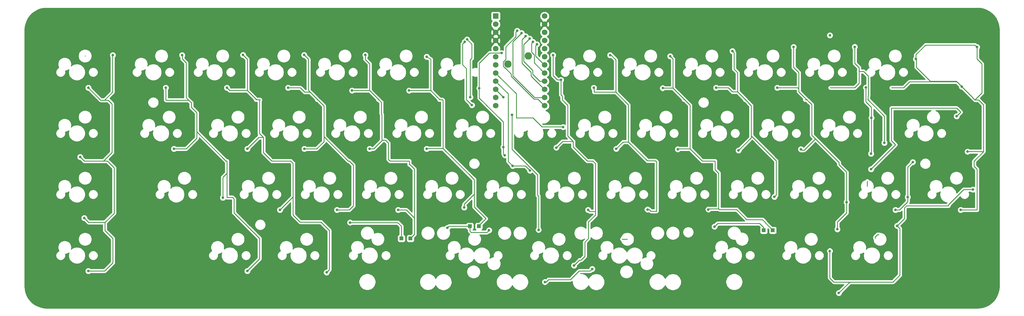
<source format=gtl>
G04 #@! TF.GenerationSoftware,KiCad,Pcbnew,(5.1.10)-1*
G04 #@! TF.CreationDate,2021-12-09T13:09:40+07:00*
G04 #@! TF.ProjectId,CK50,434b3530-2e6b-4696-9361-645f70636258,rev?*
G04 #@! TF.SameCoordinates,Original*
G04 #@! TF.FileFunction,Copper,L1,Top*
G04 #@! TF.FilePolarity,Positive*
%FSLAX46Y46*%
G04 Gerber Fmt 4.6, Leading zero omitted, Abs format (unit mm)*
G04 Created by KiCad (PCBNEW (5.1.10)-1) date 2021-12-09 13:09:40*
%MOMM*%
%LPD*%
G01*
G04 APERTURE LIST*
G04 #@! TA.AperFunction,SMDPad,CuDef*
%ADD10R,1.200000X1.200000*%
G04 #@! TD*
G04 #@! TA.AperFunction,ComponentPad*
%ADD11C,2.286000*%
G04 #@! TD*
G04 #@! TA.AperFunction,ComponentPad*
%ADD12C,1.752600*%
G04 #@! TD*
G04 #@! TA.AperFunction,ComponentPad*
%ADD13R,1.752600X1.752600*%
G04 #@! TD*
G04 #@! TA.AperFunction,ViaPad*
%ADD14C,0.800000*%
G04 #@! TD*
G04 #@! TA.AperFunction,Conductor*
%ADD15C,0.250000*%
G04 #@! TD*
G04 #@! TA.AperFunction,Conductor*
%ADD16C,0.254000*%
G04 #@! TD*
G04 #@! TA.AperFunction,Conductor*
%ADD17C,0.100000*%
G04 #@! TD*
G04 APERTURE END LIST*
D10*
X309369000Y-158750000D03*
X312169000Y-158750000D03*
X400936000Y-160020000D03*
X403736000Y-160020000D03*
X288033000Y-162560000D03*
X290833000Y-162560000D03*
D11*
X327580352Y-105648032D03*
X321230352Y-108188032D03*
D12*
X332638400Y-93248480D03*
X317398400Y-121188480D03*
X332638400Y-95788480D03*
X332638400Y-98328480D03*
X332638400Y-100868480D03*
X332638400Y-103408480D03*
X332638400Y-105948480D03*
X332638400Y-108488480D03*
X332638400Y-111028480D03*
X332638400Y-113568480D03*
X332638400Y-116108480D03*
X332638400Y-118648480D03*
X332638400Y-121188480D03*
X317398400Y-118648480D03*
X317398400Y-116108480D03*
X317398400Y-113568480D03*
X317398400Y-111028480D03*
X317398400Y-108488480D03*
X317398400Y-105948480D03*
X317398400Y-103408480D03*
X317398400Y-100868480D03*
X317398400Y-98328480D03*
X317398400Y-95788480D03*
D13*
X317398400Y-93248480D03*
D14*
X421530000Y-99230000D03*
X308500000Y-100500000D03*
X309500000Y-118500000D03*
X198120000Y-105410000D03*
X190500000Y-115570000D03*
X187960000Y-137160000D03*
X189230000Y-156210000D03*
X190500000Y-172720000D03*
X307750000Y-101250000D03*
X310000000Y-121000000D03*
X219710000Y-105410000D03*
X214630000Y-115570000D03*
X217170000Y-134620000D03*
X232410000Y-149860000D03*
X240030000Y-172720000D03*
X238689696Y-105339696D03*
X233680000Y-115570000D03*
X240030000Y-134620000D03*
X250190000Y-153670000D03*
X264731500Y-173164500D03*
X257739688Y-105339688D03*
X252730000Y-115570000D03*
X257810000Y-134620000D03*
X267970000Y-153670000D03*
X276789680Y-105339680D03*
X272651848Y-116441848D03*
X278130000Y-134620000D03*
X287020000Y-153670000D03*
X295910000Y-105904592D03*
X290431864Y-116441864D03*
X295910000Y-134620000D03*
X307594000Y-152908000D03*
X319250000Y-104750000D03*
X312295369Y-115694631D03*
X320250000Y-136615010D03*
X319786000Y-134112000D03*
X335280000Y-105410000D03*
X337724160Y-113125840D03*
X336296000Y-134239000D03*
X346202000Y-153670000D03*
X341820500Y-171005500D03*
X330250000Y-102000000D03*
X353060000Y-105410000D03*
X347980000Y-115570000D03*
X354965000Y-134620000D03*
X364744000Y-153543000D03*
X329000000Y-101250000D03*
X371772344Y-105747656D03*
X369455325Y-115684675D03*
X374142000Y-134747000D03*
X383667000Y-153543000D03*
X328000000Y-100250000D03*
X391160000Y-104140000D03*
X386080000Y-115570000D03*
X393065000Y-135128000D03*
X404241000Y-149606000D03*
X326750000Y-99500000D03*
X410210000Y-102870000D03*
X405130000Y-115570000D03*
X423862144Y-159702856D03*
X426720000Y-151257000D03*
X412496000Y-134747000D03*
X325500000Y-98500000D03*
X438500000Y-132750000D03*
X445770000Y-149656800D03*
X429260000Y-102830448D03*
X447347332Y-138737332D03*
X441960000Y-153670000D03*
X324104000Y-97802700D03*
X467360000Y-102870000D03*
X448310000Y-106609984D03*
X462280000Y-153670000D03*
X464420100Y-135490100D03*
X462607276Y-115242724D03*
X332740000Y-176149000D03*
X347472000Y-172085000D03*
X432750000Y-115500000D03*
X434467000Y-124968000D03*
X434340000Y-136144000D03*
X338391500Y-127825500D03*
X434340000Y-140970000D03*
X461010000Y-124460000D03*
X322707000Y-139954000D03*
X328099840Y-141419160D03*
X322500000Y-124000000D03*
X319750000Y-118500000D03*
X466090000Y-147320000D03*
X424307000Y-179578000D03*
X442468000Y-158623000D03*
X421513000Y-166497000D03*
X330755344Y-159893000D03*
X272034000Y-157607000D03*
X302387000Y-159258000D03*
X315341000Y-160020000D03*
X385572000Y-158877000D03*
D15*
X189608213Y-105648125D02*
X189468125Y-105648125D01*
X433149008Y-144671554D02*
X433149008Y-146288000D01*
X436413119Y-161329983D02*
X436840017Y-161329983D01*
X435649759Y-162093343D02*
X436413119Y-161329983D01*
X435649759Y-162520241D02*
X435649759Y-162093343D01*
X356802954Y-162788600D02*
X358419400Y-162788600D01*
X309500000Y-106851042D02*
X309500000Y-118500000D01*
X309998369Y-106352673D02*
X309500000Y-106851042D01*
X308500000Y-100500000D02*
X309998369Y-101998369D01*
X309998369Y-101998369D02*
X309998369Y-106352673D01*
X196691362Y-119417864D02*
X197904100Y-120630602D01*
X195559992Y-119417864D02*
X196691362Y-119417864D01*
X197904100Y-135768276D02*
X195262336Y-138410040D01*
X197904100Y-120630602D02*
X197904100Y-135768276D01*
X196393706Y-138410040D02*
X198526400Y-140542734D01*
X195262336Y-138410040D02*
X196393706Y-138410040D01*
X198526400Y-140542734D02*
X198526400Y-154730328D01*
X198031100Y-116946756D02*
X195559992Y-119417864D01*
X198031100Y-105498900D02*
X198031100Y-116946756D01*
X198120000Y-105410000D02*
X198031100Y-105498900D01*
X195559992Y-138112384D02*
X195411188Y-138261188D01*
X195411188Y-138261188D02*
X195262336Y-138410040D01*
X187960000Y-137160000D02*
X187960000Y-137160000D01*
X189230000Y-138430000D02*
X187960000Y-137160000D01*
X195580000Y-138430000D02*
X189230000Y-138430000D01*
X195678364Y-157578364D02*
X190598364Y-157578364D01*
X198526400Y-154730328D02*
X195678364Y-157578364D01*
X190598364Y-157578364D02*
X189230000Y-156210000D01*
X198120000Y-170180000D02*
X195580000Y-172720000D01*
X195580000Y-172720000D02*
X190500000Y-172720000D01*
X198120000Y-162560000D02*
X198120000Y-170180000D01*
X195678364Y-160118364D02*
X198120000Y-162560000D01*
X195678364Y-157578364D02*
X195678364Y-160118364D01*
X194347864Y-119417864D02*
X190500000Y-115570000D01*
X195559992Y-119417864D02*
X194347864Y-119417864D01*
X190500000Y-115570000D02*
X190339912Y-115409912D01*
X189230000Y-156210000D02*
X189230000Y-156210000D01*
X308309269Y-119309269D02*
X310000000Y-121000000D01*
X308309269Y-109614959D02*
X308309269Y-119309269D01*
X307062367Y-108368057D02*
X308309269Y-109614959D01*
X307750000Y-101250000D02*
X307062367Y-101937633D01*
X307062367Y-101937633D02*
X307062367Y-108368057D01*
X222553719Y-120217863D02*
X222605263Y-120217863D01*
X221753720Y-119417864D02*
X222553719Y-120217863D01*
X222605263Y-121681978D02*
X224269300Y-123346015D01*
X222605263Y-120217863D02*
X222605263Y-121681978D01*
X224269300Y-129317036D02*
X233362304Y-138410040D01*
X224269300Y-123346015D02*
X224269300Y-129317036D01*
X224269300Y-129317036D02*
X224269300Y-131330700D01*
X224269300Y-131330700D02*
X222250000Y-133350000D01*
X222250000Y-133350000D02*
X220980000Y-134620000D01*
X220980000Y-134620000D02*
X217170000Y-134620000D01*
X233362304Y-138410040D02*
X233699960Y-138410040D01*
X232410000Y-149860000D02*
X232410000Y-149860000D01*
X232410000Y-143510000D02*
X232410000Y-149860000D01*
X233699960Y-142220040D02*
X232410000Y-143510000D01*
X233699960Y-138410040D02*
X233699960Y-142220040D01*
X243840000Y-162560000D02*
X243840000Y-162750000D01*
X243840000Y-162560000D02*
X243840000Y-168910000D01*
X243840000Y-168910000D02*
X241300000Y-171450000D01*
X241300000Y-171450000D02*
X240030000Y-172720000D01*
X220980000Y-118644144D02*
X221753720Y-119417864D01*
X220980000Y-107809776D02*
X220980000Y-118644144D01*
X219780112Y-106609888D02*
X220980000Y-107809776D01*
X219780112Y-105480112D02*
X219780112Y-106609888D01*
X219710000Y-105410000D02*
X219780112Y-105480112D01*
X235855400Y-154575400D02*
X243840000Y-162560000D01*
X235855400Y-150224600D02*
X235855400Y-154575400D01*
X233680000Y-139223714D02*
X233680000Y-149796500D01*
X235427300Y-149796500D02*
X235855400Y-150224600D01*
X233680000Y-149796500D02*
X235427300Y-149796500D01*
X214630000Y-115570000D02*
X214630000Y-115570000D01*
X214630000Y-119380000D02*
X214630000Y-115570000D01*
X214667864Y-119417864D02*
X214630000Y-119380000D01*
X221753720Y-119417864D02*
X214667864Y-119417864D01*
X240030000Y-172720000D02*
X240030000Y-172720000D01*
X242669320Y-119299112D02*
X242887296Y-119299112D01*
X240030000Y-116441816D02*
X242887296Y-119299112D01*
X240030000Y-106678422D02*
X240030000Y-116441816D01*
X239254592Y-105904592D02*
X239256170Y-105904592D01*
X239256170Y-105904592D02*
X240030000Y-106678422D01*
X238689696Y-105339696D02*
X239254592Y-105904592D01*
X240030000Y-116441816D02*
X234551816Y-116441816D01*
X234551816Y-116441816D02*
X233680000Y-115570000D01*
X233680000Y-115570000D02*
X233680000Y-115570000D01*
X245021100Y-131018852D02*
X243631148Y-131018852D01*
X243631148Y-131018852D02*
X240030000Y-134620000D01*
X254292100Y-147942300D02*
X254292100Y-149567900D01*
X254292100Y-149567900D02*
X250190000Y-153670000D01*
X250190000Y-153670000D02*
X250190000Y-153670000D01*
X243840000Y-129837752D02*
X245021100Y-131018852D01*
X244018666Y-119299112D02*
X243840000Y-119477778D01*
X243840000Y-119477778D02*
X243840000Y-129837752D01*
X242887296Y-119299112D02*
X244018666Y-119299112D01*
X254292100Y-139158482D02*
X254292100Y-147942300D01*
X253543658Y-138410040D02*
X254292100Y-139158482D01*
X247630040Y-138410040D02*
X253543658Y-138410040D01*
X245021100Y-135801100D02*
X247630040Y-138410040D01*
X245021100Y-131018852D02*
X245021100Y-135801100D01*
X240030000Y-134620000D02*
X240030000Y-134620000D01*
X254292100Y-155232100D02*
X254292100Y-147942300D01*
X256489552Y-157429552D02*
X254292100Y-155232100D01*
X262966552Y-157429552D02*
X256489552Y-157429552D01*
X265557000Y-160020000D02*
X262966552Y-157429552D01*
X265568406Y-160008594D02*
X265557000Y-160020000D01*
X265568406Y-160008594D02*
X265568406Y-172327594D01*
X265568406Y-172327594D02*
X264731500Y-173164500D01*
X264731500Y-173164500D02*
X264668000Y-173228000D01*
X261719304Y-119299112D02*
X261937280Y-119299112D01*
X261937280Y-119299112D02*
X263872368Y-121234200D01*
X263872368Y-121234200D02*
X263872368Y-130820136D01*
X259588000Y-116949832D02*
X261937280Y-119299112D01*
X259588000Y-116949832D02*
X257919832Y-116949832D01*
X257919832Y-116949832D02*
X256540000Y-115570000D01*
X256540000Y-115570000D02*
X252730000Y-115570000D01*
X263872368Y-130820136D02*
X263872368Y-132367632D01*
X263872368Y-132367632D02*
X261620000Y-134620000D01*
X261620000Y-134620000D02*
X261620000Y-134620000D01*
X259080000Y-116441832D02*
X259588000Y-116949832D01*
X259080000Y-106678438D02*
X259080000Y-116441832D01*
X257741250Y-105339688D02*
X259080000Y-106678438D01*
X257739688Y-105339688D02*
X257741250Y-105339688D01*
X271780000Y-153670000D02*
X267970000Y-153670000D01*
X273050000Y-152400000D02*
X271780000Y-153670000D01*
X273050000Y-139700000D02*
X273050000Y-152400000D01*
X271760040Y-138410040D02*
X273050000Y-139700000D01*
X271462272Y-138410040D02*
X271760040Y-138410040D01*
X263872368Y-130820136D02*
X271462272Y-138410040D01*
X261620000Y-134620000D02*
X257810000Y-134620000D01*
X280769288Y-119299112D02*
X280987264Y-119299112D01*
X276789680Y-105339680D02*
X277024767Y-105574767D01*
X276789680Y-106736680D02*
X276789680Y-105339680D01*
X278130000Y-108077000D02*
X276789680Y-106736680D01*
X278130000Y-116441848D02*
X278130000Y-108077000D01*
X280987264Y-119299112D02*
X278130000Y-116441848D01*
X278130000Y-116441848D02*
X272651848Y-116441848D01*
X284460040Y-138410040D02*
X290512256Y-138410040D01*
X283997400Y-137947400D02*
X284460040Y-138410040D01*
X283997400Y-132867400D02*
X283997400Y-137947400D01*
X283210000Y-132080000D02*
X283997400Y-132867400D01*
X281940000Y-131710368D02*
X282124816Y-131895184D01*
X281940000Y-123859699D02*
X281940000Y-131710368D01*
X281808211Y-123727910D02*
X281940000Y-123859699D01*
X281808211Y-120099111D02*
X281808211Y-123727910D01*
X279400000Y-134620000D02*
X279400000Y-134620000D01*
X281787263Y-120099111D02*
X281808211Y-120099111D01*
X280987264Y-119299112D02*
X281787263Y-120099111D01*
X282124816Y-131895184D02*
X283025184Y-131895184D01*
X283025184Y-131895184D02*
X283210000Y-132080000D01*
X290512256Y-139541410D02*
X290512256Y-139382256D01*
X290512256Y-139382256D02*
X290512256Y-138410040D01*
X290512256Y-139382256D02*
X292100000Y-140970000D01*
X292100000Y-156210000D02*
X289560000Y-153670000D01*
X292100000Y-140970000D02*
X292100000Y-156210000D01*
X292100000Y-156210000D02*
X292100000Y-158750000D01*
X289560000Y-153670000D02*
X287020000Y-153670000D01*
X272651848Y-116441848D02*
X272651848Y-116441848D01*
X279400000Y-134620000D02*
X278130000Y-134620000D01*
X282124816Y-131895184D02*
X279400000Y-134620000D01*
X292100000Y-161293000D02*
X290833000Y-162560000D01*
X292100000Y-158750000D02*
X292100000Y-161293000D01*
X299819272Y-119299112D02*
X300037248Y-119299112D01*
X303500000Y-137000000D02*
X310750000Y-144250000D01*
X310750000Y-145381370D02*
X310750000Y-144250000D01*
X310750000Y-146950000D02*
X310750000Y-145381370D01*
X299237249Y-118499113D02*
X300037248Y-119299112D01*
X297180000Y-116441864D02*
X299237249Y-118499113D01*
X297180000Y-106681530D02*
X297180000Y-116441864D01*
X297181530Y-106680000D02*
X297180000Y-106681530D01*
X295910000Y-105904592D02*
X297181530Y-106680000D01*
X297180000Y-116441864D02*
X290431864Y-116441864D01*
X309950001Y-143450001D02*
X310750000Y-144250000D01*
X300990000Y-134490000D02*
X309950001Y-143450001D01*
X300990000Y-119477730D02*
X300990000Y-134490000D01*
X300811382Y-119299112D02*
X300990000Y-119477730D01*
X300037248Y-119299112D02*
X300811382Y-119299112D01*
X300990000Y-134490000D02*
X296040000Y-134490000D01*
X296040000Y-134490000D02*
X295910000Y-134620000D01*
X290431864Y-116441864D02*
X290431864Y-116441864D01*
X295910000Y-134620000D02*
X295910000Y-134620000D01*
X310750000Y-146950000D02*
X310750000Y-148736000D01*
X310750000Y-148736000D02*
X307594000Y-151892000D01*
X307594000Y-151892000D02*
X307594000Y-152908000D01*
X307594000Y-152908000D02*
X307594000Y-153035000D01*
X310750000Y-152762000D02*
X310750000Y-146950000D01*
X314374801Y-156386801D02*
X310750000Y-152762000D01*
X312169000Y-158592602D02*
X314374801Y-156386801D01*
X312169000Y-158750000D02*
X312169000Y-158592602D01*
X314324736Y-120787392D02*
X319087232Y-125549888D01*
X319247179Y-104747179D02*
X319250000Y-104750000D01*
X314324736Y-105935064D02*
X315512621Y-104747179D01*
X315512621Y-104747179D02*
X319247179Y-104747179D01*
X312295369Y-118758025D02*
X319087232Y-125549888D01*
X314324736Y-105935064D02*
X312295369Y-107964431D01*
X312295369Y-107964431D02*
X312295369Y-115694631D01*
X312295369Y-118758025D02*
X312295369Y-117985369D01*
X312295369Y-115694631D02*
X312295369Y-118758025D01*
X319786000Y-136151010D02*
X320250000Y-136615010D01*
X319786000Y-126248656D02*
X319786000Y-134112000D01*
X319087232Y-125549888D02*
X319786000Y-126248656D01*
X319786000Y-134112000D02*
X319786000Y-136151010D01*
X347662208Y-138410040D02*
X348462207Y-139210039D01*
X335280000Y-111760000D02*
X335280000Y-105410000D01*
X336645840Y-113125840D02*
X335280000Y-111760000D01*
X337724160Y-113125840D02*
X337724160Y-113125840D01*
X337724160Y-113125840D02*
X336645840Y-113125840D01*
X336296000Y-134239000D02*
X336296000Y-134239000D01*
X345928040Y-138410040D02*
X347662208Y-138410040D01*
X341566500Y-134048500D02*
X345928040Y-138410040D01*
X341566500Y-132314332D02*
X341566500Y-134048500D01*
X338220668Y-132314332D02*
X336296000Y-134239000D01*
X341566500Y-132314332D02*
X338220668Y-132314332D01*
X339852000Y-121043700D02*
X339852000Y-130599832D01*
X338937215Y-120128915D02*
X339852000Y-121043700D01*
X338137216Y-119299112D02*
X338937215Y-120099111D01*
X338937215Y-120099111D02*
X338937215Y-120128915D01*
X338137216Y-118167742D02*
X338137216Y-119299112D01*
X337724160Y-117754686D02*
X338137216Y-118167742D01*
X339852000Y-130599832D02*
X341566500Y-132314332D01*
X337724160Y-113125840D02*
X337724160Y-117754686D01*
X348462207Y-154203793D02*
X346735793Y-154203793D01*
X348462207Y-139210039D02*
X348462207Y-154203793D01*
X346735793Y-154203793D02*
X346202000Y-153670000D01*
X346202000Y-153670000D02*
X346202000Y-153670000D01*
X341820500Y-171005500D02*
X341757000Y-171069000D01*
X343535000Y-169291000D02*
X341820500Y-171005500D01*
X344043000Y-169291000D02*
X343535000Y-169291000D01*
X345186000Y-168148000D02*
X344043000Y-169291000D01*
X345186000Y-163703000D02*
X345186000Y-168148000D01*
X346329000Y-162560000D02*
X345186000Y-163703000D01*
X346329000Y-157421000D02*
X346329000Y-162560000D01*
X348462207Y-155287793D02*
X346329000Y-157421000D01*
X348462207Y-154203793D02*
X348462207Y-155287793D01*
X331762101Y-107612181D02*
X332638400Y-108488480D01*
X329850001Y-105700081D02*
X331762101Y-107612181D01*
X329850001Y-102399999D02*
X329850001Y-105700081D01*
X330250000Y-102000000D02*
X329850001Y-102399999D01*
X354825300Y-106876162D02*
X354825300Y-116937212D01*
X353359138Y-105410000D02*
X354825300Y-106876162D01*
X353060000Y-105410000D02*
X353359138Y-105410000D01*
X354825300Y-116937212D02*
X348077212Y-116937212D01*
X348077212Y-115667212D02*
X347980000Y-115570000D01*
X348077212Y-116937212D02*
X348077212Y-115667212D01*
X358775000Y-120929400D02*
X358775000Y-132461000D01*
X357987199Y-120141599D02*
X358775000Y-120929400D01*
X357987199Y-120099111D02*
X357987199Y-120141599D01*
X354825300Y-116937212D02*
X357987199Y-120099111D01*
X358775000Y-132461000D02*
X357124000Y-132461000D01*
X357124000Y-132461000D02*
X354965000Y-134620000D01*
X354965000Y-134620000D02*
X354965000Y-134620000D01*
X364663096Y-138349096D02*
X358775000Y-132461000D01*
X367203096Y-138349096D02*
X364663096Y-138349096D01*
X367538000Y-138684000D02*
X367203096Y-138349096D01*
X367538000Y-154051000D02*
X367538000Y-138684000D01*
X365760000Y-154051000D02*
X367538000Y-154051000D01*
X365252000Y-153543000D02*
X365760000Y-154051000D01*
X364363000Y-153543000D02*
X364744000Y-153543000D01*
X364744000Y-153543000D02*
X365252000Y-153543000D01*
X331762101Y-110152181D02*
X332638400Y-111028480D01*
X329399991Y-107790071D02*
X331762101Y-110152181D01*
X329399991Y-105295029D02*
X329399991Y-107790071D01*
X328600001Y-104495039D02*
X329399991Y-105295029D01*
X328600001Y-101649999D02*
X328600001Y-104495039D01*
X329000000Y-101250000D02*
X328600001Y-101649999D01*
X376019208Y-119299112D02*
X376237184Y-119299112D01*
X372622747Y-115684675D02*
X376237184Y-119299112D01*
X385762176Y-139541410D02*
X385762176Y-138410040D01*
X372622747Y-106598059D02*
X372622747Y-115684675D01*
X371772344Y-105747656D02*
X372622747Y-106598059D01*
X372622747Y-115684675D02*
X369455325Y-115684675D01*
X381742040Y-138410040D02*
X385762176Y-138410040D01*
X377952000Y-134620000D02*
X381742040Y-138410040D01*
X377952000Y-121013928D02*
X377952000Y-134620000D01*
X376237184Y-119299112D02*
X377952000Y-121013928D01*
X377952000Y-134620000D02*
X374269000Y-134620000D01*
X374269000Y-134620000D02*
X374142000Y-134747000D01*
X374142000Y-134747000D02*
X374142000Y-134747000D01*
X385762176Y-141110040D02*
X385762176Y-140910040D01*
X386887177Y-142235041D02*
X385762176Y-141110040D01*
X386887177Y-153334177D02*
X386887177Y-142235041D01*
X387096000Y-153543000D02*
X386887177Y-153334177D01*
X395604001Y-156666201D02*
X392480800Y-153543000D01*
X392480800Y-153543000D02*
X387096000Y-153543000D01*
X400494601Y-156666201D02*
X395604001Y-156666201D01*
X401294600Y-157466200D02*
X400494601Y-156666201D01*
X385762176Y-139541410D02*
X385762176Y-141110040D01*
X386887177Y-153334177D02*
X383875823Y-153334177D01*
X383875823Y-153334177D02*
X383667000Y-153543000D01*
X383667000Y-153543000D02*
X383667000Y-153543000D01*
X401294600Y-157578600D02*
X403736000Y-160020000D01*
X401294600Y-157466200D02*
X401294600Y-157578600D01*
X395069192Y-119360056D02*
X395287168Y-119360056D01*
X331399125Y-113568480D02*
X332638400Y-113568480D01*
X331147798Y-113568480D02*
X331399125Y-113568480D01*
X328895351Y-111316033D02*
X331147798Y-113568480D01*
X328895351Y-110145351D02*
X328895351Y-111316033D01*
X326112351Y-107362351D02*
X328895351Y-110145351D01*
X326112351Y-102137649D02*
X326112351Y-107362351D01*
X328000000Y-100250000D02*
X326112351Y-102137649D01*
X391656042Y-109745789D02*
X391656042Y-104636042D01*
X392772900Y-110862647D02*
X391656042Y-109745789D01*
X391656042Y-104636042D02*
X391160000Y-104140000D01*
X392772900Y-116845788D02*
X392772900Y-110862647D01*
X395287168Y-119360056D02*
X392772900Y-116845788D01*
X392772900Y-116845788D02*
X391165788Y-116845788D01*
X391165788Y-116845788D02*
X389890000Y-115570000D01*
X389890000Y-115570000D02*
X386080000Y-115570000D01*
X396087167Y-120205067D02*
X397002000Y-121119900D01*
X397002000Y-130538936D02*
X404812160Y-138349096D01*
X397002000Y-121119900D02*
X397002000Y-130538936D01*
X396087167Y-120160055D02*
X396087167Y-120205067D01*
X395287168Y-119360056D02*
X396087167Y-120160055D01*
X397002000Y-130538936D02*
X397002000Y-131191000D01*
X397002000Y-131191000D02*
X393065000Y-135128000D01*
X393065000Y-135128000D02*
X393065000Y-135128000D01*
X404812160Y-138349096D02*
X404812160Y-149034840D01*
X404812160Y-149034840D02*
X404241000Y-149606000D01*
X404241000Y-149606000D02*
X404241000Y-149606000D01*
X328445341Y-111915421D02*
X331762101Y-115232181D01*
X325662341Y-107918047D02*
X328445341Y-110701047D01*
X331762101Y-115232181D02*
X332638400Y-116108480D01*
X325662341Y-100587659D02*
X325662341Y-107918047D01*
X328445341Y-110701047D02*
X328445341Y-111915421D01*
X326750000Y-99500000D02*
X325662341Y-100587659D01*
X413760576Y-119299112D02*
X414337152Y-119299112D01*
X426720000Y-154602168D02*
X423862144Y-157460024D01*
X410210000Y-109220000D02*
X411848300Y-110858300D01*
X413537153Y-118499113D02*
X414337152Y-119299112D01*
X411848300Y-116810260D02*
X413537153Y-118499113D01*
X411848300Y-110858300D02*
X411848300Y-116810260D01*
X410210000Y-102870000D02*
X410210000Y-109220000D01*
X411848300Y-116810260D02*
X411848300Y-115938300D01*
X411848300Y-115938300D02*
X411480000Y-115570000D01*
X411480000Y-115570000D02*
X405130000Y-115570000D01*
X423862144Y-157460024D02*
X423862144Y-159702856D01*
X423862144Y-159702856D02*
X423862144Y-159702856D01*
X426720000Y-151257000D02*
X426720000Y-154602168D01*
X426720000Y-141906952D02*
X426720000Y-151257000D01*
X424362144Y-139549096D02*
X426720000Y-141906952D01*
X424362144Y-138849096D02*
X424362144Y-139549096D01*
X416814000Y-131300952D02*
X424362144Y-138849096D01*
X416814000Y-131300952D02*
X416814000Y-131699000D01*
X416814000Y-131699000D02*
X413512000Y-135001000D01*
X413512000Y-135001000D02*
X412750000Y-135001000D01*
X412750000Y-135001000D02*
X412496000Y-134747000D01*
X412496000Y-134747000D02*
X412496000Y-134747000D01*
X415925000Y-130411952D02*
X416814000Y-131300952D01*
X415925000Y-120815100D02*
X415925000Y-130411952D01*
X415209011Y-120099111D02*
X415925000Y-120815100D01*
X415137151Y-120099111D02*
X415209011Y-120099111D01*
X414337152Y-119299112D02*
X415137151Y-120099111D01*
X433250000Y-119161976D02*
X433387136Y-119299112D01*
X325500000Y-98500000D02*
X322721451Y-101278549D01*
X322721451Y-101278549D02*
X322721451Y-111841105D01*
X322721451Y-111841105D02*
X329528826Y-118648480D01*
X329528826Y-118648480D02*
X331399125Y-118648480D01*
X331399125Y-118648480D02*
X332638400Y-118648480D01*
X438500000Y-124411976D02*
X433387136Y-119299112D01*
X438500000Y-132750000D02*
X438500000Y-124411976D01*
X432017734Y-110490000D02*
X430530000Y-110490000D01*
X433475001Y-111947267D02*
X432017734Y-110490000D01*
X433387136Y-118167742D02*
X433475001Y-118079877D01*
X433475001Y-118079877D02*
X433475001Y-111947267D01*
X433387136Y-119299112D02*
X433387136Y-118167742D01*
X429260000Y-115570000D02*
X421640000Y-115570000D01*
X430638867Y-114191133D02*
X429260000Y-115570000D01*
X430638867Y-109328867D02*
X430638867Y-114191133D01*
X429260000Y-107950000D02*
X430638867Y-109328867D01*
X429260000Y-102870000D02*
X429260000Y-107950000D01*
X447347332Y-138737332D02*
X445770000Y-140314664D01*
X445770000Y-148590000D02*
X445770000Y-151130000D01*
X445770000Y-140314664D02*
X445770000Y-148590000D01*
X445770000Y-148590000D02*
X445770000Y-149656800D01*
X445770000Y-151130000D02*
X443230000Y-153670000D01*
X443230000Y-153670000D02*
X441960000Y-153670000D01*
X441960000Y-153670000D02*
X441960000Y-153670000D01*
X331762101Y-120312181D02*
X332638400Y-121188480D01*
X330548410Y-119098490D02*
X331762101Y-120312181D01*
X320372709Y-109503031D02*
X320488131Y-109503031D01*
X319762351Y-108892673D02*
X320372709Y-109503031D01*
X329342426Y-119098490D02*
X330548410Y-119098490D01*
X320488131Y-109503031D02*
X322271441Y-111286341D01*
X319762351Y-107483391D02*
X319762351Y-108892673D01*
X320525711Y-106720031D02*
X319762351Y-107483391D01*
X322271442Y-112027506D02*
X329342426Y-119098490D01*
X322271441Y-111286341D02*
X322271442Y-112027506D01*
X320525711Y-102837879D02*
X320525711Y-106720031D01*
X323704001Y-99659589D02*
X320525711Y-102837879D01*
X323704001Y-98202699D02*
X323704001Y-99659589D01*
X324104000Y-97802700D02*
X323704001Y-98202699D01*
X465924609Y-118560057D02*
X466724608Y-119360056D01*
X466724608Y-138170192D02*
X466426952Y-138467848D01*
X467855978Y-119360056D02*
X469404700Y-120908778D01*
X466724608Y-119360056D02*
X467855978Y-119360056D01*
X469404700Y-135490100D02*
X466426952Y-138467848D01*
X469404700Y-120908778D02*
X469404700Y-135490100D01*
X447674624Y-113704592D02*
X461069144Y-113704592D01*
X468886872Y-108127800D02*
X468886872Y-117197792D01*
X468886872Y-117197792D02*
X466724608Y-119360056D01*
X467360000Y-106600928D02*
X468886872Y-108127800D01*
X467360000Y-102870000D02*
X467360000Y-106600928D01*
X462607276Y-115242724D02*
X462607276Y-115242724D01*
X461069144Y-113704592D02*
X462607276Y-115242724D01*
X462607276Y-115242724D02*
X465924609Y-118560057D01*
X452831200Y-113525300D02*
X460889852Y-113525300D01*
X448474623Y-106704591D02*
X448474623Y-109168723D01*
X448380016Y-106609984D02*
X448474623Y-106704591D01*
X448474623Y-109168723D02*
X452831200Y-113525300D01*
X448310000Y-106609984D02*
X448380016Y-106609984D01*
X460889852Y-113525300D02*
X466724608Y-119360056D01*
X448310000Y-105269216D02*
X448310000Y-106609984D01*
X451344216Y-102235000D02*
X448310000Y-105269216D01*
X466725000Y-102235000D02*
X451344216Y-102235000D01*
X467360000Y-102870000D02*
X466725000Y-102235000D01*
X447674624Y-113704592D02*
X446365408Y-113704592D01*
X446365408Y-113704592D02*
X444500000Y-115570000D01*
X444500000Y-115570000D02*
X440690000Y-115570000D01*
X469404700Y-135490100D02*
X464420100Y-135490100D01*
X466426952Y-138467848D02*
X466426952Y-140036952D01*
X466426952Y-140036952D02*
X467360000Y-140970000D01*
X467360000Y-140970000D02*
X467360000Y-153670000D01*
X467360000Y-153670000D02*
X462280000Y-153670000D01*
X462280000Y-153670000D02*
X462280000Y-153670000D01*
X464420100Y-135490100D02*
X464420100Y-135490100D01*
X347500000Y-172057000D02*
X347472000Y-172085000D01*
X346837000Y-172720000D02*
X343408000Y-172720000D01*
X343408000Y-172720000D02*
X340741000Y-175387000D01*
X340741000Y-175387000D02*
X333883000Y-175387000D01*
X333883000Y-175387000D02*
X333121000Y-176149000D01*
X333121000Y-176149000D02*
X332740000Y-176149000D01*
X332740000Y-176149000D02*
X332740000Y-176149000D01*
X347472000Y-172085000D02*
X346837000Y-172720000D01*
X318274699Y-111904779D02*
X317398400Y-111028480D01*
X323817099Y-117447179D02*
X318274699Y-111904779D01*
X432750000Y-115500000D02*
X432750000Y-119949000D01*
X432750000Y-119949000D02*
X434467000Y-121666000D01*
X434467000Y-121666000D02*
X434467000Y-124968000D01*
X434467000Y-124968000D02*
X434467000Y-124968000D01*
X434467000Y-136017000D02*
X434340000Y-136144000D01*
X434467000Y-124968000D02*
X434467000Y-136017000D01*
X329024099Y-124935099D02*
X331851000Y-127762000D01*
X323817099Y-124935099D02*
X329024099Y-124935099D01*
X323817099Y-125062267D02*
X323817099Y-124935099D01*
X323817099Y-124935099D02*
X323817099Y-117447179D01*
X331851000Y-127762000D02*
X338328000Y-127762000D01*
X338328000Y-127762000D02*
X338391500Y-127825500D01*
X338391500Y-127825500D02*
X338455000Y-127889000D01*
X434340000Y-140970000D02*
X434790010Y-140519990D01*
X434340000Y-140970000D02*
X441960000Y-133350000D01*
X441960000Y-133350000D02*
X440690000Y-132080000D01*
X440690000Y-132080000D02*
X440690000Y-121920000D01*
X440690000Y-121920000D02*
X461010000Y-121920000D01*
X461010000Y-121920000D02*
X462280000Y-123190000D01*
X462280000Y-123190000D02*
X461010000Y-124460000D01*
X461010000Y-124460000D02*
X461010000Y-124460000D01*
X321277099Y-117447179D02*
X318274699Y-114444779D01*
X318274699Y-114444779D02*
X317398400Y-113568480D01*
X321277099Y-138524099D02*
X321277099Y-117447179D01*
X322707000Y-139954000D02*
X321277099Y-138524099D01*
X326634680Y-139954000D02*
X328099840Y-141419160D01*
X322707000Y-139954000D02*
X326634680Y-139954000D01*
X317398400Y-116148400D02*
X317398400Y-116108480D01*
X319750000Y-118500000D02*
X317398400Y-116148400D01*
X424307000Y-179578000D02*
X424307000Y-179578000D01*
X443357000Y-159512000D02*
X443357000Y-173990000D01*
X442468000Y-158623000D02*
X442468000Y-158623000D01*
X443357000Y-173990000D02*
X441198000Y-176149000D01*
X444754000Y-156337000D02*
X442468000Y-158623000D01*
X445389000Y-152400000D02*
X444754000Y-153035000D01*
X427736000Y-176149000D02*
X424307000Y-179578000D01*
X444754000Y-153035000D02*
X444754000Y-156337000D01*
X458470000Y-152400000D02*
X445389000Y-152400000D01*
X458470000Y-152052238D02*
X458470000Y-152400000D01*
X441198000Y-176149000D02*
X427736000Y-176149000D01*
X463202238Y-147320000D02*
X458470000Y-152052238D01*
X466090000Y-147320000D02*
X463202238Y-147320000D01*
X442468000Y-158623000D02*
X443357000Y-159512000D01*
X427736000Y-176149000D02*
X422783000Y-176149000D01*
X422783000Y-176149000D02*
X421513000Y-174879000D01*
X421513000Y-174879000D02*
X421513000Y-166497000D01*
X421513000Y-166497000D02*
X421513000Y-166497000D01*
X322500000Y-134794000D02*
X322500000Y-124000000D01*
X330454000Y-142748000D02*
X322500000Y-134794000D01*
X330454000Y-149098000D02*
X330454000Y-142748000D01*
X330755344Y-149399344D02*
X330454000Y-149098000D01*
X330755344Y-159893000D02*
X330755344Y-159893000D01*
X330755344Y-159893000D02*
X330755344Y-149399344D01*
X288033000Y-162560000D02*
X288033000Y-158747000D01*
X288033000Y-158747000D02*
X286893000Y-157607000D01*
X286893000Y-157607000D02*
X272034000Y-157607000D01*
X272034000Y-157607000D02*
X272034000Y-157607000D01*
X309369000Y-158750000D02*
X302895000Y-158750000D01*
X302895000Y-158750000D02*
X302387000Y-159258000D01*
X302387000Y-159258000D02*
X302387000Y-159258000D01*
X309369000Y-158750000D02*
X309369000Y-160277000D01*
X309369000Y-160277000D02*
X309747000Y-160655000D01*
X314706000Y-160655000D02*
X315341000Y-160020000D01*
X309747000Y-160655000D02*
X314706000Y-160655000D01*
X400936000Y-159128000D02*
X399669000Y-157861000D01*
X400936000Y-160020000D02*
X400936000Y-159128000D01*
X399669000Y-157861000D02*
X386588000Y-157861000D01*
X386588000Y-157861000D02*
X385572000Y-158877000D01*
X385572000Y-158877000D02*
X385572000Y-158877000D01*
D16*
X468479908Y-90782967D02*
X469439294Y-90994780D01*
X470358047Y-91342864D01*
X471216931Y-91819931D01*
X471997953Y-92415988D01*
X472684751Y-93118548D01*
X473262934Y-93912889D01*
X473720391Y-94782374D01*
X474047546Y-95708797D01*
X474238318Y-96676700D01*
X474290000Y-97521698D01*
X474290001Y-177474267D01*
X474217033Y-178479907D01*
X474005222Y-179439290D01*
X473657136Y-180358047D01*
X473180069Y-181216931D01*
X472584011Y-181997954D01*
X471881452Y-182684751D01*
X471087113Y-183262932D01*
X470217625Y-183720391D01*
X469291203Y-184047546D01*
X468323300Y-184238318D01*
X467478302Y-184290000D01*
X177525719Y-184290000D01*
X176520093Y-184217033D01*
X175560710Y-184005222D01*
X174641953Y-183657136D01*
X173783069Y-183180069D01*
X173002046Y-182584011D01*
X172315249Y-181881452D01*
X171737068Y-181087113D01*
X171279609Y-180217625D01*
X170952454Y-179291203D01*
X170761682Y-178323300D01*
X170710000Y-177478302D01*
X170710000Y-175874060D01*
X274786444Y-175874060D01*
X274786444Y-176391908D01*
X274887471Y-176899806D01*
X275085643Y-177378235D01*
X275373344Y-177808810D01*
X275739518Y-178174984D01*
X276170093Y-178462685D01*
X276648522Y-178660857D01*
X277156420Y-178761884D01*
X277674268Y-178761884D01*
X278182166Y-178660857D01*
X278660595Y-178462685D01*
X279091170Y-178174984D01*
X279457344Y-177808810D01*
X279745045Y-177378235D01*
X279943217Y-176899806D01*
X280044244Y-176391908D01*
X280044244Y-175874060D01*
X280042378Y-175864676D01*
X293687500Y-175864676D01*
X293687500Y-176382524D01*
X293788527Y-176890422D01*
X293986699Y-177368851D01*
X294274400Y-177799426D01*
X294640574Y-178165600D01*
X295071149Y-178453301D01*
X295549578Y-178651473D01*
X296057476Y-178752500D01*
X296575324Y-178752500D01*
X297083222Y-178651473D01*
X297561651Y-178453301D01*
X297992226Y-178165600D01*
X298358400Y-177799426D01*
X298646101Y-177368851D01*
X298711439Y-177211110D01*
X298787299Y-177394251D01*
X299075000Y-177824826D01*
X299441174Y-178191000D01*
X299871749Y-178478701D01*
X300350178Y-178676873D01*
X300858076Y-178777900D01*
X301375924Y-178777900D01*
X301883822Y-178676873D01*
X302362251Y-178478701D01*
X302792826Y-178191000D01*
X303159000Y-177824826D01*
X303446701Y-177394251D01*
X303644873Y-176915822D01*
X303745900Y-176407924D01*
X303745900Y-175890076D01*
X303740848Y-175864676D01*
X317563500Y-175864676D01*
X317563500Y-176382524D01*
X317664527Y-176890422D01*
X317862699Y-177368851D01*
X318150400Y-177799426D01*
X318516574Y-178165600D01*
X318947149Y-178453301D01*
X319425578Y-178651473D01*
X319933476Y-178752500D01*
X320451324Y-178752500D01*
X320959222Y-178651473D01*
X321437651Y-178453301D01*
X321868226Y-178165600D01*
X322234400Y-177799426D01*
X322522101Y-177368851D01*
X322587439Y-177211110D01*
X322663299Y-177394251D01*
X322951000Y-177824826D01*
X323317174Y-178191000D01*
X323747749Y-178478701D01*
X324226178Y-178676873D01*
X324734076Y-178777900D01*
X325251924Y-178777900D01*
X325759822Y-178676873D01*
X326238251Y-178478701D01*
X326668826Y-178191000D01*
X327035000Y-177824826D01*
X327322701Y-177394251D01*
X327520873Y-176915822D01*
X327621900Y-176407924D01*
X327621900Y-176047061D01*
X331705000Y-176047061D01*
X331705000Y-176250939D01*
X331744774Y-176450898D01*
X331822795Y-176639256D01*
X331936063Y-176808774D01*
X332080226Y-176952937D01*
X332249744Y-177066205D01*
X332438102Y-177144226D01*
X332638061Y-177184000D01*
X332841939Y-177184000D01*
X333041898Y-177144226D01*
X333230256Y-177066205D01*
X333399774Y-176952937D01*
X333543937Y-176808774D01*
X333579001Y-176756296D01*
X333661001Y-176689001D01*
X333684803Y-176659998D01*
X334197802Y-176147000D01*
X340703678Y-176147000D01*
X340741000Y-176150676D01*
X340778322Y-176147000D01*
X340778333Y-176147000D01*
X340889986Y-176136003D01*
X341033247Y-176092546D01*
X341165276Y-176021974D01*
X341281001Y-175927001D01*
X341304804Y-175897997D01*
X341312500Y-175890301D01*
X341312500Y-176382524D01*
X341413527Y-176890422D01*
X341611699Y-177368851D01*
X341899400Y-177799426D01*
X342265574Y-178165600D01*
X342696149Y-178453301D01*
X343174578Y-178651473D01*
X343682476Y-178752500D01*
X344200324Y-178752500D01*
X344708222Y-178651473D01*
X345186651Y-178453301D01*
X345617226Y-178165600D01*
X345983400Y-177799426D01*
X346271101Y-177368851D01*
X346336439Y-177211110D01*
X346412299Y-177394251D01*
X346700000Y-177824826D01*
X347066174Y-178191000D01*
X347496749Y-178478701D01*
X347975178Y-178676873D01*
X348483076Y-178777900D01*
X349000924Y-178777900D01*
X349508822Y-178676873D01*
X349987251Y-178478701D01*
X350417826Y-178191000D01*
X350784000Y-177824826D01*
X351071701Y-177394251D01*
X351269873Y-176915822D01*
X351370900Y-176407924D01*
X351370900Y-175890076D01*
X351365848Y-175864676D01*
X365188500Y-175864676D01*
X365188500Y-176382524D01*
X365289527Y-176890422D01*
X365487699Y-177368851D01*
X365775400Y-177799426D01*
X366141574Y-178165600D01*
X366572149Y-178453301D01*
X367050578Y-178651473D01*
X367558476Y-178752500D01*
X368076324Y-178752500D01*
X368584222Y-178651473D01*
X369062651Y-178453301D01*
X369493226Y-178165600D01*
X369859400Y-177799426D01*
X370147101Y-177368851D01*
X370212439Y-177211110D01*
X370288299Y-177394251D01*
X370576000Y-177824826D01*
X370942174Y-178191000D01*
X371372749Y-178478701D01*
X371851178Y-178676873D01*
X372359076Y-178777900D01*
X372876924Y-178777900D01*
X373384822Y-178676873D01*
X373863251Y-178478701D01*
X374293826Y-178191000D01*
X374660000Y-177824826D01*
X374947701Y-177394251D01*
X375145873Y-176915822D01*
X375246900Y-176407924D01*
X375246900Y-175890076D01*
X375243715Y-175874060D01*
X389086444Y-175874060D01*
X389086444Y-176391908D01*
X389187471Y-176899806D01*
X389385643Y-177378235D01*
X389673344Y-177808810D01*
X390039518Y-178174984D01*
X390470093Y-178462685D01*
X390948522Y-178660857D01*
X391456420Y-178761884D01*
X391974268Y-178761884D01*
X392482166Y-178660857D01*
X392960595Y-178462685D01*
X393391170Y-178174984D01*
X393757344Y-177808810D01*
X394045045Y-177378235D01*
X394243217Y-176899806D01*
X394344244Y-176391908D01*
X394344244Y-175874060D01*
X394243217Y-175366162D01*
X394045045Y-174887733D01*
X393757344Y-174457158D01*
X393391170Y-174090984D01*
X392960595Y-173803283D01*
X392482166Y-173605111D01*
X391974268Y-173504084D01*
X391456420Y-173504084D01*
X390948522Y-173605111D01*
X390470093Y-173803283D01*
X390039518Y-174090984D01*
X389673344Y-174457158D01*
X389385643Y-174887733D01*
X389187471Y-175366162D01*
X389086444Y-175874060D01*
X375243715Y-175874060D01*
X375145873Y-175382178D01*
X374947701Y-174903749D01*
X374660000Y-174473174D01*
X374293826Y-174107000D01*
X373863251Y-173819299D01*
X373384822Y-173621127D01*
X372876924Y-173520100D01*
X372359076Y-173520100D01*
X371851178Y-173621127D01*
X371372749Y-173819299D01*
X370942174Y-174107000D01*
X370576000Y-174473174D01*
X370288299Y-174903749D01*
X370222961Y-175061490D01*
X370147101Y-174878349D01*
X369859400Y-174447774D01*
X369493226Y-174081600D01*
X369062651Y-173793899D01*
X368584222Y-173595727D01*
X368076324Y-173494700D01*
X367558476Y-173494700D01*
X367050578Y-173595727D01*
X366572149Y-173793899D01*
X366141574Y-174081600D01*
X365775400Y-174447774D01*
X365487699Y-174878349D01*
X365289527Y-175356778D01*
X365188500Y-175864676D01*
X351365848Y-175864676D01*
X351269873Y-175382178D01*
X351071701Y-174903749D01*
X350784000Y-174473174D01*
X350417826Y-174107000D01*
X349987251Y-173819299D01*
X349508822Y-173621127D01*
X349000924Y-173520100D01*
X348483076Y-173520100D01*
X347975178Y-173621127D01*
X347496749Y-173819299D01*
X347066174Y-174107000D01*
X346700000Y-174473174D01*
X346412299Y-174903749D01*
X346346961Y-175061490D01*
X346271101Y-174878349D01*
X345983400Y-174447774D01*
X345617226Y-174081600D01*
X345186651Y-173793899D01*
X344708222Y-173595727D01*
X344200324Y-173494700D01*
X343708102Y-173494700D01*
X343722802Y-173480000D01*
X346799678Y-173480000D01*
X346837000Y-173483676D01*
X346874322Y-173480000D01*
X346874333Y-173480000D01*
X346985986Y-173469003D01*
X347129247Y-173425546D01*
X347261276Y-173354974D01*
X347377001Y-173260001D01*
X347400803Y-173230998D01*
X347511801Y-173120000D01*
X347573939Y-173120000D01*
X347773898Y-173080226D01*
X347962256Y-173002205D01*
X348131774Y-172888937D01*
X348256990Y-172763721D01*
X356005000Y-172763721D01*
X356005000Y-173184279D01*
X356087047Y-173596756D01*
X356247988Y-173985302D01*
X356481637Y-174334983D01*
X356779017Y-174632363D01*
X357128698Y-174866012D01*
X357517244Y-175026953D01*
X357929721Y-175109000D01*
X358350279Y-175109000D01*
X358762756Y-175026953D01*
X359151302Y-174866012D01*
X359500983Y-174632363D01*
X359798363Y-174334983D01*
X360032012Y-173985302D01*
X360192953Y-173596756D01*
X360275000Y-173184279D01*
X360275000Y-172763721D01*
X360192953Y-172351244D01*
X360032012Y-171962698D01*
X359798363Y-171613017D01*
X359500983Y-171315637D01*
X359151302Y-171081988D01*
X358762756Y-170921047D01*
X358350279Y-170839000D01*
X357929721Y-170839000D01*
X357517244Y-170921047D01*
X357128698Y-171081988D01*
X356779017Y-171315637D01*
X356481637Y-171613017D01*
X356247988Y-171962698D01*
X356087047Y-172351244D01*
X356005000Y-172763721D01*
X348256990Y-172763721D01*
X348275937Y-172744774D01*
X348389205Y-172575256D01*
X348467226Y-172386898D01*
X348507000Y-172186939D01*
X348507000Y-171983061D01*
X348467226Y-171783102D01*
X348389205Y-171594744D01*
X348275937Y-171425226D01*
X348131774Y-171281063D01*
X347962256Y-171167795D01*
X347773898Y-171089774D01*
X347573939Y-171050000D01*
X347370061Y-171050000D01*
X347170102Y-171089774D01*
X346981744Y-171167795D01*
X346812226Y-171281063D01*
X346668063Y-171425226D01*
X346554795Y-171594744D01*
X346476774Y-171783102D01*
X346441587Y-171960000D01*
X343445333Y-171960000D01*
X343408000Y-171956323D01*
X343370667Y-171960000D01*
X343259014Y-171970997D01*
X343115753Y-172014454D01*
X342983724Y-172085026D01*
X342867999Y-172179999D01*
X342844201Y-172208997D01*
X340426199Y-174627000D01*
X333920325Y-174627000D01*
X333883000Y-174623324D01*
X333845675Y-174627000D01*
X333845667Y-174627000D01*
X333734014Y-174637997D01*
X333590753Y-174681454D01*
X333458724Y-174752026D01*
X333342999Y-174846999D01*
X333319201Y-174875998D01*
X333041503Y-175153695D01*
X332841939Y-175114000D01*
X332638061Y-175114000D01*
X332438102Y-175153774D01*
X332249744Y-175231795D01*
X332080226Y-175345063D01*
X331936063Y-175489226D01*
X331822795Y-175658744D01*
X331744774Y-175847102D01*
X331705000Y-176047061D01*
X327621900Y-176047061D01*
X327621900Y-175890076D01*
X327520873Y-175382178D01*
X327322701Y-174903749D01*
X327035000Y-174473174D01*
X326668826Y-174107000D01*
X326238251Y-173819299D01*
X325759822Y-173621127D01*
X325251924Y-173520100D01*
X324734076Y-173520100D01*
X324226178Y-173621127D01*
X323747749Y-173819299D01*
X323317174Y-174107000D01*
X322951000Y-174473174D01*
X322663299Y-174903749D01*
X322597961Y-175061490D01*
X322522101Y-174878349D01*
X322234400Y-174447774D01*
X321868226Y-174081600D01*
X321437651Y-173793899D01*
X320959222Y-173595727D01*
X320451324Y-173494700D01*
X319933476Y-173494700D01*
X319425578Y-173595727D01*
X318947149Y-173793899D01*
X318516574Y-174081600D01*
X318150400Y-174447774D01*
X317862699Y-174878349D01*
X317664527Y-175356778D01*
X317563500Y-175864676D01*
X303740848Y-175864676D01*
X303644873Y-175382178D01*
X303446701Y-174903749D01*
X303159000Y-174473174D01*
X302792826Y-174107000D01*
X302362251Y-173819299D01*
X301883822Y-173621127D01*
X301375924Y-173520100D01*
X300858076Y-173520100D01*
X300350178Y-173621127D01*
X299871749Y-173819299D01*
X299441174Y-174107000D01*
X299075000Y-174473174D01*
X298787299Y-174903749D01*
X298721961Y-175061490D01*
X298646101Y-174878349D01*
X298358400Y-174447774D01*
X297992226Y-174081600D01*
X297561651Y-173793899D01*
X297083222Y-173595727D01*
X296575324Y-173494700D01*
X296057476Y-173494700D01*
X295549578Y-173595727D01*
X295071149Y-173793899D01*
X294640574Y-174081600D01*
X294274400Y-174447774D01*
X293986699Y-174878349D01*
X293788527Y-175356778D01*
X293687500Y-175864676D01*
X280042378Y-175864676D01*
X279943217Y-175366162D01*
X279745045Y-174887733D01*
X279457344Y-174457158D01*
X279091170Y-174090984D01*
X278660595Y-173803283D01*
X278182166Y-173605111D01*
X277674268Y-173504084D01*
X277156420Y-173504084D01*
X276648522Y-173605111D01*
X276170093Y-173803283D01*
X275739518Y-174090984D01*
X275373344Y-174457158D01*
X275085643Y-174887733D01*
X274887471Y-175366162D01*
X274786444Y-175874060D01*
X170710000Y-175874060D01*
X170710000Y-167729262D01*
X180357816Y-167729262D01*
X180357816Y-168026706D01*
X180415845Y-168318435D01*
X180529672Y-168593237D01*
X180694923Y-168840553D01*
X180905247Y-169050877D01*
X181152563Y-169216128D01*
X181427365Y-169329955D01*
X181719094Y-169387984D01*
X182016538Y-169387984D01*
X182308267Y-169329955D01*
X182583069Y-169216128D01*
X182830385Y-169050877D01*
X183040709Y-168840553D01*
X183205960Y-168593237D01*
X183319787Y-168318435D01*
X183377816Y-168026706D01*
X183377816Y-167729262D01*
X183326839Y-167472984D01*
X183348095Y-167472984D01*
X183760572Y-167390937D01*
X184149118Y-167229996D01*
X184455524Y-167025263D01*
X184419943Y-167111162D01*
X184318916Y-167619060D01*
X184318916Y-168136908D01*
X184419943Y-168644806D01*
X184618115Y-169123235D01*
X184905816Y-169553810D01*
X185271990Y-169919984D01*
X185702565Y-170207685D01*
X186180994Y-170405857D01*
X186688892Y-170506884D01*
X187206740Y-170506884D01*
X187714638Y-170405857D01*
X188193067Y-170207685D01*
X188623642Y-169919984D01*
X188989816Y-169553810D01*
X189277517Y-169123235D01*
X189475689Y-168644806D01*
X189576716Y-168136908D01*
X189576716Y-167729262D01*
X190517816Y-167729262D01*
X190517816Y-168026706D01*
X190575845Y-168318435D01*
X190689672Y-168593237D01*
X190854923Y-168840553D01*
X191065247Y-169050877D01*
X191312563Y-169216128D01*
X191587365Y-169329955D01*
X191879094Y-169387984D01*
X192176538Y-169387984D01*
X192468267Y-169329955D01*
X192743069Y-169216128D01*
X192990385Y-169050877D01*
X193200709Y-168840553D01*
X193365960Y-168593237D01*
X193479787Y-168318435D01*
X193537816Y-168026706D01*
X193537816Y-167729262D01*
X193479787Y-167437533D01*
X193365960Y-167162731D01*
X193200709Y-166915415D01*
X192990385Y-166705091D01*
X192743069Y-166539840D01*
X192468267Y-166426013D01*
X192176538Y-166367984D01*
X191879094Y-166367984D01*
X191587365Y-166426013D01*
X191312563Y-166539840D01*
X191065247Y-166705091D01*
X190854923Y-166915415D01*
X190689672Y-167162731D01*
X190575845Y-167437533D01*
X190517816Y-167729262D01*
X189576716Y-167729262D01*
X189576716Y-167619060D01*
X189475689Y-167111162D01*
X189277517Y-166632733D01*
X188989816Y-166202158D01*
X188623642Y-165835984D01*
X188193067Y-165548283D01*
X187714638Y-165350111D01*
X187206740Y-165249084D01*
X186688892Y-165249084D01*
X186180994Y-165350111D01*
X185702565Y-165548283D01*
X185271990Y-165835984D01*
X185201579Y-165906395D01*
X185272816Y-165548263D01*
X185272816Y-165127705D01*
X185190769Y-164715228D01*
X185029828Y-164326682D01*
X184796179Y-163977001D01*
X184498799Y-163679621D01*
X184149118Y-163445972D01*
X183760572Y-163285031D01*
X183348095Y-163202984D01*
X182927537Y-163202984D01*
X182515060Y-163285031D01*
X182126514Y-163445972D01*
X181776833Y-163679621D01*
X181479453Y-163977001D01*
X181245804Y-164326682D01*
X181084863Y-164715228D01*
X181002816Y-165127705D01*
X181002816Y-165548263D01*
X181084863Y-165960740D01*
X181245804Y-166349286D01*
X181325315Y-166468283D01*
X181152563Y-166539840D01*
X180905247Y-166705091D01*
X180694923Y-166915415D01*
X180529672Y-167162731D01*
X180415845Y-167437533D01*
X180357816Y-167729262D01*
X170710000Y-167729262D01*
X170710000Y-162587705D01*
X187352816Y-162587705D01*
X187352816Y-163008263D01*
X187434863Y-163420740D01*
X187595804Y-163809286D01*
X187829453Y-164158967D01*
X188126833Y-164456347D01*
X188476514Y-164689996D01*
X188865060Y-164850937D01*
X189277537Y-164932984D01*
X189698095Y-164932984D01*
X190110572Y-164850937D01*
X190499118Y-164689996D01*
X190848799Y-164456347D01*
X191146179Y-164158967D01*
X191379828Y-163809286D01*
X191540769Y-163420740D01*
X191622816Y-163008263D01*
X191622816Y-162587705D01*
X191540769Y-162175228D01*
X191379828Y-161786682D01*
X191146179Y-161437001D01*
X190848799Y-161139621D01*
X190499118Y-160905972D01*
X190110572Y-160745031D01*
X189698095Y-160662984D01*
X189277537Y-160662984D01*
X188865060Y-160745031D01*
X188476514Y-160905972D01*
X188126833Y-161139621D01*
X187829453Y-161437001D01*
X187595804Y-161786682D01*
X187434863Y-162175228D01*
X187352816Y-162587705D01*
X170710000Y-162587705D01*
X170710000Y-148679278D01*
X180337968Y-148679278D01*
X180337968Y-148976722D01*
X180395997Y-149268451D01*
X180509824Y-149543253D01*
X180675075Y-149790569D01*
X180885399Y-150000893D01*
X181132715Y-150166144D01*
X181407517Y-150279971D01*
X181699246Y-150338000D01*
X181996690Y-150338000D01*
X182288419Y-150279971D01*
X182563221Y-150166144D01*
X182810537Y-150000893D01*
X183020861Y-149790569D01*
X183186112Y-149543253D01*
X183299939Y-149268451D01*
X183357968Y-148976722D01*
X183357968Y-148679278D01*
X183306991Y-148423000D01*
X183328247Y-148423000D01*
X183740724Y-148340953D01*
X184129270Y-148180012D01*
X184435676Y-147975279D01*
X184400095Y-148061178D01*
X184299068Y-148569076D01*
X184299068Y-149086924D01*
X184400095Y-149594822D01*
X184598267Y-150073251D01*
X184885968Y-150503826D01*
X185252142Y-150870000D01*
X185682717Y-151157701D01*
X186161146Y-151355873D01*
X186669044Y-151456900D01*
X187186892Y-151456900D01*
X187694790Y-151355873D01*
X188173219Y-151157701D01*
X188603794Y-150870000D01*
X188969968Y-150503826D01*
X189257669Y-150073251D01*
X189455841Y-149594822D01*
X189556868Y-149086924D01*
X189556868Y-148679278D01*
X190497968Y-148679278D01*
X190497968Y-148976722D01*
X190555997Y-149268451D01*
X190669824Y-149543253D01*
X190835075Y-149790569D01*
X191045399Y-150000893D01*
X191292715Y-150166144D01*
X191567517Y-150279971D01*
X191859246Y-150338000D01*
X192156690Y-150338000D01*
X192448419Y-150279971D01*
X192723221Y-150166144D01*
X192970537Y-150000893D01*
X193180861Y-149790569D01*
X193346112Y-149543253D01*
X193459939Y-149268451D01*
X193517968Y-148976722D01*
X193517968Y-148679278D01*
X193459939Y-148387549D01*
X193346112Y-148112747D01*
X193180861Y-147865431D01*
X192970537Y-147655107D01*
X192723221Y-147489856D01*
X192448419Y-147376029D01*
X192156690Y-147318000D01*
X191859246Y-147318000D01*
X191567517Y-147376029D01*
X191292715Y-147489856D01*
X191045399Y-147655107D01*
X190835075Y-147865431D01*
X190669824Y-148112747D01*
X190555997Y-148387549D01*
X190497968Y-148679278D01*
X189556868Y-148679278D01*
X189556868Y-148569076D01*
X189455841Y-148061178D01*
X189257669Y-147582749D01*
X188969968Y-147152174D01*
X188603794Y-146786000D01*
X188173219Y-146498299D01*
X187694790Y-146300127D01*
X187186892Y-146199100D01*
X186669044Y-146199100D01*
X186161146Y-146300127D01*
X185682717Y-146498299D01*
X185252142Y-146786000D01*
X185181731Y-146856411D01*
X185252968Y-146498279D01*
X185252968Y-146077721D01*
X185170921Y-145665244D01*
X185009980Y-145276698D01*
X184776331Y-144927017D01*
X184478951Y-144629637D01*
X184129270Y-144395988D01*
X183740724Y-144235047D01*
X183328247Y-144153000D01*
X182907689Y-144153000D01*
X182495212Y-144235047D01*
X182106666Y-144395988D01*
X181756985Y-144629637D01*
X181459605Y-144927017D01*
X181225956Y-145276698D01*
X181065015Y-145665244D01*
X180982968Y-146077721D01*
X180982968Y-146498279D01*
X181065015Y-146910756D01*
X181225956Y-147299302D01*
X181305467Y-147418299D01*
X181132715Y-147489856D01*
X180885399Y-147655107D01*
X180675075Y-147865431D01*
X180509824Y-148112747D01*
X180395997Y-148387549D01*
X180337968Y-148679278D01*
X170710000Y-148679278D01*
X170710000Y-143537721D01*
X187332968Y-143537721D01*
X187332968Y-143958279D01*
X187415015Y-144370756D01*
X187575956Y-144759302D01*
X187809605Y-145108983D01*
X188106985Y-145406363D01*
X188456666Y-145640012D01*
X188845212Y-145800953D01*
X189257689Y-145883000D01*
X189678247Y-145883000D01*
X190090724Y-145800953D01*
X190479270Y-145640012D01*
X190828951Y-145406363D01*
X191126331Y-145108983D01*
X191359980Y-144759302D01*
X191520921Y-144370756D01*
X191602968Y-143958279D01*
X191602968Y-143537721D01*
X191520921Y-143125244D01*
X191359980Y-142736698D01*
X191126331Y-142387017D01*
X190828951Y-142089637D01*
X190479270Y-141855988D01*
X190090724Y-141695047D01*
X189678247Y-141613000D01*
X189257689Y-141613000D01*
X188845212Y-141695047D01*
X188456666Y-141855988D01*
X188106985Y-142089637D01*
X187809605Y-142387017D01*
X187575956Y-142736698D01*
X187415015Y-143125244D01*
X187332968Y-143537721D01*
X170710000Y-143537721D01*
X170710000Y-137058061D01*
X186925000Y-137058061D01*
X186925000Y-137261939D01*
X186964774Y-137461898D01*
X187042795Y-137650256D01*
X187156063Y-137819774D01*
X187300226Y-137963937D01*
X187469744Y-138077205D01*
X187658102Y-138155226D01*
X187858061Y-138195000D01*
X187920199Y-138195000D01*
X188666201Y-138941003D01*
X188689999Y-138970001D01*
X188805724Y-139064974D01*
X188937753Y-139135546D01*
X189081014Y-139179003D01*
X189192667Y-139190000D01*
X189192676Y-139190000D01*
X189229999Y-139193676D01*
X189267322Y-139190000D01*
X195617333Y-139190000D01*
X195728986Y-139179003D01*
X195758534Y-139170040D01*
X196078905Y-139170040D01*
X197766400Y-140857536D01*
X197766401Y-154415525D01*
X195363563Y-156818364D01*
X190913166Y-156818364D01*
X190265000Y-156170199D01*
X190265000Y-156108061D01*
X190225226Y-155908102D01*
X190147205Y-155719744D01*
X190033937Y-155550226D01*
X189889774Y-155406063D01*
X189720256Y-155292795D01*
X189531898Y-155214774D01*
X189331939Y-155175000D01*
X189128061Y-155175000D01*
X188928102Y-155214774D01*
X188739744Y-155292795D01*
X188570226Y-155406063D01*
X188426063Y-155550226D01*
X188312795Y-155719744D01*
X188234774Y-155908102D01*
X188195000Y-156108061D01*
X188195000Y-156311939D01*
X188234774Y-156511898D01*
X188312795Y-156700256D01*
X188426063Y-156869774D01*
X188570226Y-157013937D01*
X188739744Y-157127205D01*
X188928102Y-157205226D01*
X189128061Y-157245000D01*
X189190199Y-157245000D01*
X190034565Y-158089367D01*
X190058363Y-158118365D01*
X190087361Y-158142163D01*
X190174087Y-158213338D01*
X190266575Y-158262774D01*
X190306117Y-158283910D01*
X190449378Y-158327367D01*
X190561031Y-158338364D01*
X190561041Y-158338364D01*
X190598364Y-158342040D01*
X190635687Y-158338364D01*
X194918364Y-158338364D01*
X194918365Y-160081032D01*
X194914688Y-160118364D01*
X194918365Y-160155697D01*
X194921276Y-160185247D01*
X194929362Y-160267349D01*
X194972818Y-160410610D01*
X195043390Y-160542640D01*
X195110520Y-160624437D01*
X195138364Y-160658365D01*
X195167362Y-160682163D01*
X197360000Y-162874802D01*
X197360001Y-169865196D01*
X195265199Y-171960000D01*
X191203711Y-171960000D01*
X191159774Y-171916063D01*
X190990256Y-171802795D01*
X190801898Y-171724774D01*
X190601939Y-171685000D01*
X190398061Y-171685000D01*
X190198102Y-171724774D01*
X190009744Y-171802795D01*
X189840226Y-171916063D01*
X189696063Y-172060226D01*
X189582795Y-172229744D01*
X189504774Y-172418102D01*
X189465000Y-172618061D01*
X189465000Y-172821939D01*
X189504774Y-173021898D01*
X189582795Y-173210256D01*
X189696063Y-173379774D01*
X189840226Y-173523937D01*
X190009744Y-173637205D01*
X190198102Y-173715226D01*
X190398061Y-173755000D01*
X190601939Y-173755000D01*
X190801898Y-173715226D01*
X190990256Y-173637205D01*
X191159774Y-173523937D01*
X191203711Y-173480000D01*
X195542678Y-173480000D01*
X195580000Y-173483676D01*
X195617322Y-173480000D01*
X195617333Y-173480000D01*
X195728986Y-173469003D01*
X195872247Y-173425546D01*
X196004276Y-173354974D01*
X196120001Y-173260001D01*
X196143804Y-173230997D01*
X198631008Y-170743795D01*
X198660001Y-170720001D01*
X198683795Y-170691008D01*
X198683799Y-170691004D01*
X198754973Y-170604277D01*
X198754974Y-170604276D01*
X198825546Y-170472247D01*
X198869003Y-170328986D01*
X198880000Y-170217333D01*
X198880000Y-170217324D01*
X198883676Y-170180001D01*
X198880000Y-170142678D01*
X198880000Y-167729262D01*
X227962928Y-167729262D01*
X227962928Y-168026706D01*
X228020957Y-168318435D01*
X228134784Y-168593237D01*
X228300035Y-168840553D01*
X228510359Y-169050877D01*
X228757675Y-169216128D01*
X229032477Y-169329955D01*
X229324206Y-169387984D01*
X229621650Y-169387984D01*
X229913379Y-169329955D01*
X230188181Y-169216128D01*
X230435497Y-169050877D01*
X230645821Y-168840553D01*
X230811072Y-168593237D01*
X230924899Y-168318435D01*
X230982928Y-168026706D01*
X230982928Y-167729262D01*
X230931951Y-167472984D01*
X230953207Y-167472984D01*
X231365684Y-167390937D01*
X231754230Y-167229996D01*
X232060636Y-167025263D01*
X232025055Y-167111162D01*
X231924028Y-167619060D01*
X231924028Y-168136908D01*
X232025055Y-168644806D01*
X232223227Y-169123235D01*
X232510928Y-169553810D01*
X232877102Y-169919984D01*
X233307677Y-170207685D01*
X233786106Y-170405857D01*
X234294004Y-170506884D01*
X234811852Y-170506884D01*
X235319750Y-170405857D01*
X235798179Y-170207685D01*
X236228754Y-169919984D01*
X236594928Y-169553810D01*
X236882629Y-169123235D01*
X237080801Y-168644806D01*
X237181828Y-168136908D01*
X237181828Y-167729262D01*
X238122928Y-167729262D01*
X238122928Y-168026706D01*
X238180957Y-168318435D01*
X238294784Y-168593237D01*
X238460035Y-168840553D01*
X238670359Y-169050877D01*
X238917675Y-169216128D01*
X239192477Y-169329955D01*
X239484206Y-169387984D01*
X239781650Y-169387984D01*
X240073379Y-169329955D01*
X240348181Y-169216128D01*
X240595497Y-169050877D01*
X240805821Y-168840553D01*
X240971072Y-168593237D01*
X241084899Y-168318435D01*
X241142928Y-168026706D01*
X241142928Y-167729262D01*
X241084899Y-167437533D01*
X240971072Y-167162731D01*
X240805821Y-166915415D01*
X240595497Y-166705091D01*
X240348181Y-166539840D01*
X240073379Y-166426013D01*
X239781650Y-166367984D01*
X239484206Y-166367984D01*
X239192477Y-166426013D01*
X238917675Y-166539840D01*
X238670359Y-166705091D01*
X238460035Y-166915415D01*
X238294784Y-167162731D01*
X238180957Y-167437533D01*
X238122928Y-167729262D01*
X237181828Y-167729262D01*
X237181828Y-167619060D01*
X237080801Y-167111162D01*
X236882629Y-166632733D01*
X236594928Y-166202158D01*
X236228754Y-165835984D01*
X235798179Y-165548283D01*
X235319750Y-165350111D01*
X234811852Y-165249084D01*
X234294004Y-165249084D01*
X233786106Y-165350111D01*
X233307677Y-165548283D01*
X232877102Y-165835984D01*
X232806691Y-165906395D01*
X232877928Y-165548263D01*
X232877928Y-165127705D01*
X232795881Y-164715228D01*
X232634940Y-164326682D01*
X232401291Y-163977001D01*
X232103911Y-163679621D01*
X231754230Y-163445972D01*
X231365684Y-163285031D01*
X230953207Y-163202984D01*
X230532649Y-163202984D01*
X230120172Y-163285031D01*
X229731626Y-163445972D01*
X229381945Y-163679621D01*
X229084565Y-163977001D01*
X228850916Y-164326682D01*
X228689975Y-164715228D01*
X228607928Y-165127705D01*
X228607928Y-165548263D01*
X228689975Y-165960740D01*
X228850916Y-166349286D01*
X228930427Y-166468283D01*
X228757675Y-166539840D01*
X228510359Y-166705091D01*
X228300035Y-166915415D01*
X228134784Y-167162731D01*
X228020957Y-167437533D01*
X227962928Y-167729262D01*
X198880000Y-167729262D01*
X198880000Y-162597325D01*
X198880947Y-162587705D01*
X234957928Y-162587705D01*
X234957928Y-163008263D01*
X235039975Y-163420740D01*
X235200916Y-163809286D01*
X235434565Y-164158967D01*
X235731945Y-164456347D01*
X236081626Y-164689996D01*
X236470172Y-164850937D01*
X236882649Y-164932984D01*
X237303207Y-164932984D01*
X237715684Y-164850937D01*
X238104230Y-164689996D01*
X238453911Y-164456347D01*
X238751291Y-164158967D01*
X238984940Y-163809286D01*
X239145881Y-163420740D01*
X239227928Y-163008263D01*
X239227928Y-162587705D01*
X239145881Y-162175228D01*
X238984940Y-161786682D01*
X238751291Y-161437001D01*
X238453911Y-161139621D01*
X238104230Y-160905972D01*
X237715684Y-160745031D01*
X237303207Y-160662984D01*
X236882649Y-160662984D01*
X236470172Y-160745031D01*
X236081626Y-160905972D01*
X235731945Y-161139621D01*
X235434565Y-161437001D01*
X235200916Y-161786682D01*
X235039975Y-162175228D01*
X234957928Y-162587705D01*
X198880947Y-162587705D01*
X198883676Y-162560000D01*
X198880000Y-162522675D01*
X198880000Y-162522667D01*
X198869003Y-162411014D01*
X198825546Y-162267753D01*
X198754974Y-162135724D01*
X198660001Y-162019999D01*
X198631003Y-161996201D01*
X196438364Y-159803563D01*
X196438364Y-157893165D01*
X199037403Y-155294127D01*
X199066401Y-155270329D01*
X199115605Y-155210374D01*
X199161374Y-155154605D01*
X199231946Y-155022575D01*
X199240145Y-154995547D01*
X199275403Y-154879314D01*
X199286400Y-154767661D01*
X199286400Y-154767652D01*
X199290076Y-154730329D01*
X199286400Y-154693006D01*
X199286400Y-148679278D01*
X211294192Y-148679278D01*
X211294192Y-148976722D01*
X211352221Y-149268451D01*
X211466048Y-149543253D01*
X211631299Y-149790569D01*
X211841623Y-150000893D01*
X212088939Y-150166144D01*
X212363741Y-150279971D01*
X212655470Y-150338000D01*
X212952914Y-150338000D01*
X213244643Y-150279971D01*
X213519445Y-150166144D01*
X213766761Y-150000893D01*
X213977085Y-149790569D01*
X214142336Y-149543253D01*
X214256163Y-149268451D01*
X214314192Y-148976722D01*
X214314192Y-148679278D01*
X214263215Y-148423000D01*
X214284471Y-148423000D01*
X214696948Y-148340953D01*
X215085494Y-148180012D01*
X215391900Y-147975279D01*
X215356319Y-148061178D01*
X215255292Y-148569076D01*
X215255292Y-149086924D01*
X215356319Y-149594822D01*
X215554491Y-150073251D01*
X215842192Y-150503826D01*
X216208366Y-150870000D01*
X216638941Y-151157701D01*
X217117370Y-151355873D01*
X217625268Y-151456900D01*
X218143116Y-151456900D01*
X218651014Y-151355873D01*
X219129443Y-151157701D01*
X219560018Y-150870000D01*
X219926192Y-150503826D01*
X220213893Y-150073251D01*
X220412065Y-149594822D01*
X220513092Y-149086924D01*
X220513092Y-148679278D01*
X221454192Y-148679278D01*
X221454192Y-148976722D01*
X221512221Y-149268451D01*
X221626048Y-149543253D01*
X221791299Y-149790569D01*
X222001623Y-150000893D01*
X222248939Y-150166144D01*
X222523741Y-150279971D01*
X222815470Y-150338000D01*
X223112914Y-150338000D01*
X223404643Y-150279971D01*
X223679445Y-150166144D01*
X223926761Y-150000893D01*
X224137085Y-149790569D01*
X224302336Y-149543253D01*
X224416163Y-149268451D01*
X224474192Y-148976722D01*
X224474192Y-148679278D01*
X224416163Y-148387549D01*
X224302336Y-148112747D01*
X224137085Y-147865431D01*
X223926761Y-147655107D01*
X223679445Y-147489856D01*
X223404643Y-147376029D01*
X223112914Y-147318000D01*
X222815470Y-147318000D01*
X222523741Y-147376029D01*
X222248939Y-147489856D01*
X222001623Y-147655107D01*
X221791299Y-147865431D01*
X221626048Y-148112747D01*
X221512221Y-148387549D01*
X221454192Y-148679278D01*
X220513092Y-148679278D01*
X220513092Y-148569076D01*
X220412065Y-148061178D01*
X220213893Y-147582749D01*
X219926192Y-147152174D01*
X219560018Y-146786000D01*
X219129443Y-146498299D01*
X218651014Y-146300127D01*
X218143116Y-146199100D01*
X217625268Y-146199100D01*
X217117370Y-146300127D01*
X216638941Y-146498299D01*
X216208366Y-146786000D01*
X216137955Y-146856411D01*
X216209192Y-146498279D01*
X216209192Y-146077721D01*
X216127145Y-145665244D01*
X215966204Y-145276698D01*
X215732555Y-144927017D01*
X215435175Y-144629637D01*
X215085494Y-144395988D01*
X214696948Y-144235047D01*
X214284471Y-144153000D01*
X213863913Y-144153000D01*
X213451436Y-144235047D01*
X213062890Y-144395988D01*
X212713209Y-144629637D01*
X212415829Y-144927017D01*
X212182180Y-145276698D01*
X212021239Y-145665244D01*
X211939192Y-146077721D01*
X211939192Y-146498279D01*
X212021239Y-146910756D01*
X212182180Y-147299302D01*
X212261691Y-147418299D01*
X212088939Y-147489856D01*
X211841623Y-147655107D01*
X211631299Y-147865431D01*
X211466048Y-148112747D01*
X211352221Y-148387549D01*
X211294192Y-148679278D01*
X199286400Y-148679278D01*
X199286400Y-143537721D01*
X218289192Y-143537721D01*
X218289192Y-143958279D01*
X218371239Y-144370756D01*
X218532180Y-144759302D01*
X218765829Y-145108983D01*
X219063209Y-145406363D01*
X219412890Y-145640012D01*
X219801436Y-145800953D01*
X220213913Y-145883000D01*
X220634471Y-145883000D01*
X221046948Y-145800953D01*
X221435494Y-145640012D01*
X221785175Y-145406363D01*
X222082555Y-145108983D01*
X222316204Y-144759302D01*
X222477145Y-144370756D01*
X222559192Y-143958279D01*
X222559192Y-143537721D01*
X222477145Y-143125244D01*
X222316204Y-142736698D01*
X222082555Y-142387017D01*
X221785175Y-142089637D01*
X221435494Y-141855988D01*
X221046948Y-141695047D01*
X220634471Y-141613000D01*
X220213913Y-141613000D01*
X219801436Y-141695047D01*
X219412890Y-141855988D01*
X219063209Y-142089637D01*
X218765829Y-142387017D01*
X218532180Y-142736698D01*
X218371239Y-143125244D01*
X218289192Y-143537721D01*
X199286400Y-143537721D01*
X199286400Y-140580059D01*
X199290076Y-140542734D01*
X199286400Y-140505409D01*
X199286400Y-140505401D01*
X199275403Y-140393748D01*
X199231946Y-140250487D01*
X199161374Y-140118458D01*
X199066401Y-140002733D01*
X199037404Y-139978936D01*
X196957510Y-137899043D01*
X196933707Y-137870039D01*
X196902637Y-137844541D01*
X198415108Y-136332071D01*
X198444101Y-136308277D01*
X198467895Y-136279284D01*
X198467899Y-136279280D01*
X198539073Y-136192553D01*
X198540046Y-136190733D01*
X198609646Y-136060523D01*
X198653103Y-135917262D01*
X198664100Y-135805609D01*
X198664100Y-135805600D01*
X198667776Y-135768277D01*
X198664100Y-135730954D01*
X198664100Y-129629294D01*
X206531696Y-129629294D01*
X206531696Y-129926738D01*
X206589725Y-130218467D01*
X206703552Y-130493269D01*
X206868803Y-130740585D01*
X207079127Y-130950909D01*
X207326443Y-131116160D01*
X207601245Y-131229987D01*
X207892974Y-131288016D01*
X208190418Y-131288016D01*
X208482147Y-131229987D01*
X208756949Y-131116160D01*
X209004265Y-130950909D01*
X209214589Y-130740585D01*
X209379840Y-130493269D01*
X209493667Y-130218467D01*
X209551696Y-129926738D01*
X209551696Y-129629294D01*
X209500719Y-129373016D01*
X209521975Y-129373016D01*
X209934452Y-129290969D01*
X210322998Y-129130028D01*
X210629404Y-128925295D01*
X210593823Y-129011194D01*
X210492796Y-129519092D01*
X210492796Y-130036940D01*
X210593823Y-130544838D01*
X210791995Y-131023267D01*
X211079696Y-131453842D01*
X211445870Y-131820016D01*
X211876445Y-132107717D01*
X212354874Y-132305889D01*
X212862772Y-132406916D01*
X213380620Y-132406916D01*
X213888518Y-132305889D01*
X214366947Y-132107717D01*
X214797522Y-131820016D01*
X215163696Y-131453842D01*
X215451397Y-131023267D01*
X215649569Y-130544838D01*
X215750596Y-130036940D01*
X215750596Y-129629294D01*
X216691696Y-129629294D01*
X216691696Y-129926738D01*
X216749725Y-130218467D01*
X216863552Y-130493269D01*
X217028803Y-130740585D01*
X217239127Y-130950909D01*
X217486443Y-131116160D01*
X217761245Y-131229987D01*
X218052974Y-131288016D01*
X218350418Y-131288016D01*
X218642147Y-131229987D01*
X218916949Y-131116160D01*
X219164265Y-130950909D01*
X219374589Y-130740585D01*
X219539840Y-130493269D01*
X219653667Y-130218467D01*
X219711696Y-129926738D01*
X219711696Y-129629294D01*
X219653667Y-129337565D01*
X219539840Y-129062763D01*
X219374589Y-128815447D01*
X219164265Y-128605123D01*
X218916949Y-128439872D01*
X218642147Y-128326045D01*
X218350418Y-128268016D01*
X218052974Y-128268016D01*
X217761245Y-128326045D01*
X217486443Y-128439872D01*
X217239127Y-128605123D01*
X217028803Y-128815447D01*
X216863552Y-129062763D01*
X216749725Y-129337565D01*
X216691696Y-129629294D01*
X215750596Y-129629294D01*
X215750596Y-129519092D01*
X215649569Y-129011194D01*
X215451397Y-128532765D01*
X215163696Y-128102190D01*
X214797522Y-127736016D01*
X214366947Y-127448315D01*
X213888518Y-127250143D01*
X213380620Y-127149116D01*
X212862772Y-127149116D01*
X212354874Y-127250143D01*
X211876445Y-127448315D01*
X211445870Y-127736016D01*
X211375459Y-127806427D01*
X211446696Y-127448295D01*
X211446696Y-127027737D01*
X211364649Y-126615260D01*
X211203708Y-126226714D01*
X210970059Y-125877033D01*
X210672679Y-125579653D01*
X210322998Y-125346004D01*
X209934452Y-125185063D01*
X209521975Y-125103016D01*
X209101417Y-125103016D01*
X208688940Y-125185063D01*
X208300394Y-125346004D01*
X207950713Y-125579653D01*
X207653333Y-125877033D01*
X207419684Y-126226714D01*
X207258743Y-126615260D01*
X207176696Y-127027737D01*
X207176696Y-127448295D01*
X207258743Y-127860772D01*
X207419684Y-128249318D01*
X207499195Y-128368315D01*
X207326443Y-128439872D01*
X207079127Y-128605123D01*
X206868803Y-128815447D01*
X206703552Y-129062763D01*
X206589725Y-129337565D01*
X206531696Y-129629294D01*
X198664100Y-129629294D01*
X198664100Y-124487737D01*
X213526696Y-124487737D01*
X213526696Y-124908295D01*
X213608743Y-125320772D01*
X213769684Y-125709318D01*
X214003333Y-126058999D01*
X214300713Y-126356379D01*
X214650394Y-126590028D01*
X215038940Y-126750969D01*
X215451417Y-126833016D01*
X215871975Y-126833016D01*
X216284452Y-126750969D01*
X216672998Y-126590028D01*
X217022679Y-126356379D01*
X217320059Y-126058999D01*
X217553708Y-125709318D01*
X217714649Y-125320772D01*
X217796696Y-124908295D01*
X217796696Y-124487737D01*
X217714649Y-124075260D01*
X217553708Y-123686714D01*
X217320059Y-123337033D01*
X217022679Y-123039653D01*
X216672998Y-122806004D01*
X216284452Y-122645063D01*
X215871975Y-122563016D01*
X215451417Y-122563016D01*
X215038940Y-122645063D01*
X214650394Y-122806004D01*
X214300713Y-123039653D01*
X214003333Y-123337033D01*
X213769684Y-123686714D01*
X213608743Y-124075260D01*
X213526696Y-124487737D01*
X198664100Y-124487737D01*
X198664100Y-120667935D01*
X198667777Y-120630602D01*
X198663185Y-120583974D01*
X198653103Y-120481616D01*
X198609646Y-120338355D01*
X198539074Y-120206326D01*
X198444101Y-120090601D01*
X198415104Y-120066804D01*
X198344817Y-119996517D01*
X208996100Y-119996517D01*
X208996100Y-120338283D01*
X209062775Y-120673481D01*
X209193563Y-120989231D01*
X209383437Y-121273398D01*
X209625102Y-121515063D01*
X209909269Y-121704937D01*
X210225019Y-121835725D01*
X210560217Y-121902400D01*
X210901983Y-121902400D01*
X211237181Y-121835725D01*
X211552931Y-121704937D01*
X211837098Y-121515063D01*
X212078763Y-121273398D01*
X212268637Y-120989231D01*
X212399425Y-120673481D01*
X212466100Y-120338283D01*
X212466100Y-119996517D01*
X212399425Y-119661319D01*
X212268637Y-119345569D01*
X212078763Y-119061402D01*
X211837098Y-118819737D01*
X211552931Y-118629863D01*
X211237181Y-118499075D01*
X210901983Y-118432400D01*
X210560217Y-118432400D01*
X210225019Y-118499075D01*
X209909269Y-118629863D01*
X209625102Y-118819737D01*
X209383437Y-119061402D01*
X209193563Y-119345569D01*
X209062775Y-119661319D01*
X208996100Y-119996517D01*
X198344817Y-119996517D01*
X197255166Y-118906867D01*
X197231363Y-118877863D01*
X197200293Y-118852365D01*
X198542108Y-117510551D01*
X198571101Y-117486757D01*
X198594895Y-117457764D01*
X198594899Y-117457760D01*
X198653963Y-117385789D01*
X198666074Y-117371032D01*
X198736646Y-117239003D01*
X198780103Y-117095742D01*
X198791100Y-116984089D01*
X198791100Y-116984080D01*
X198794776Y-116946757D01*
X198791100Y-116909434D01*
X198791100Y-115468061D01*
X213595000Y-115468061D01*
X213595000Y-115671939D01*
X213634774Y-115871898D01*
X213712795Y-116060256D01*
X213826063Y-116229774D01*
X213870001Y-116273712D01*
X213870000Y-119342677D01*
X213866324Y-119380000D01*
X213870000Y-119417322D01*
X213870000Y-119417332D01*
X213880997Y-119528985D01*
X213919755Y-119656754D01*
X213924454Y-119672246D01*
X213995026Y-119804276D01*
X214026100Y-119842139D01*
X214089999Y-119920001D01*
X214110796Y-119937068D01*
X214127863Y-119957865D01*
X214243588Y-120052838D01*
X214375617Y-120123410D01*
X214518878Y-120166867D01*
X214630531Y-120177864D01*
X214630539Y-120177864D01*
X214667864Y-120181540D01*
X214705189Y-120177864D01*
X221438918Y-120177864D01*
X221845263Y-120584210D01*
X221845264Y-121644646D01*
X221841587Y-121681978D01*
X221845264Y-121719311D01*
X221852493Y-121792702D01*
X221856261Y-121830963D01*
X221899717Y-121974224D01*
X221970289Y-122106254D01*
X222041464Y-122192980D01*
X222065263Y-122221979D01*
X222094261Y-122245777D01*
X223509300Y-123660817D01*
X223509301Y-129279694D01*
X223509300Y-129279704D01*
X223509300Y-129279714D01*
X223505624Y-129317036D01*
X223509300Y-129354359D01*
X223509301Y-131015896D01*
X221739002Y-132786197D01*
X221738997Y-132786201D01*
X220665199Y-133860000D01*
X217873711Y-133860000D01*
X217829774Y-133816063D01*
X217660256Y-133702795D01*
X217471898Y-133624774D01*
X217271939Y-133585000D01*
X217068061Y-133585000D01*
X216868102Y-133624774D01*
X216679744Y-133702795D01*
X216510226Y-133816063D01*
X216366063Y-133960226D01*
X216252795Y-134129744D01*
X216174774Y-134318102D01*
X216135000Y-134518061D01*
X216135000Y-134721939D01*
X216174774Y-134921898D01*
X216252795Y-135110256D01*
X216366063Y-135279774D01*
X216510226Y-135423937D01*
X216679744Y-135537205D01*
X216868102Y-135615226D01*
X217068061Y-135655000D01*
X217271939Y-135655000D01*
X217471898Y-135615226D01*
X217660256Y-135537205D01*
X217829774Y-135423937D01*
X217873711Y-135380000D01*
X220942678Y-135380000D01*
X220980000Y-135383676D01*
X221017322Y-135380000D01*
X221017333Y-135380000D01*
X221128986Y-135369003D01*
X221272247Y-135325546D01*
X221404276Y-135254974D01*
X221520001Y-135160001D01*
X221543804Y-135130997D01*
X222813799Y-133861003D01*
X222813803Y-133860998D01*
X224780308Y-131894495D01*
X224809301Y-131870701D01*
X224833095Y-131841708D01*
X224833099Y-131841704D01*
X224904273Y-131754977D01*
X224904382Y-131754774D01*
X224974846Y-131622947D01*
X225018303Y-131479686D01*
X225029300Y-131368033D01*
X225029300Y-131368024D01*
X225032976Y-131330701D01*
X225029300Y-131293378D01*
X225029300Y-131151837D01*
X232798504Y-138921042D01*
X232822303Y-138950041D01*
X232865263Y-138985297D01*
X232938028Y-139045014D01*
X232939734Y-139045926D01*
X232930997Y-139074729D01*
X232920000Y-139186382D01*
X232920000Y-141925198D01*
X231899003Y-142946196D01*
X231869999Y-142969999D01*
X231824267Y-143025724D01*
X231775026Y-143085724D01*
X231728763Y-143172276D01*
X231704454Y-143217754D01*
X231660997Y-143361015D01*
X231650000Y-143472668D01*
X231650000Y-143472678D01*
X231646324Y-143510000D01*
X231650000Y-143547323D01*
X231650001Y-149156288D01*
X231606063Y-149200226D01*
X231492795Y-149369744D01*
X231414774Y-149558102D01*
X231375000Y-149758061D01*
X231375000Y-149961939D01*
X231414774Y-150161898D01*
X231492795Y-150350256D01*
X231606063Y-150519774D01*
X231750226Y-150663937D01*
X231919744Y-150777205D01*
X232108102Y-150855226D01*
X232308061Y-150895000D01*
X232511939Y-150895000D01*
X232711898Y-150855226D01*
X232900256Y-150777205D01*
X233069774Y-150663937D01*
X233213937Y-150519774D01*
X233268407Y-150438253D01*
X233387753Y-150502046D01*
X233531014Y-150545503D01*
X233642667Y-150556500D01*
X233680000Y-150560177D01*
X233717333Y-150556500D01*
X235095400Y-150556500D01*
X235095401Y-154538068D01*
X235091724Y-154575400D01*
X235095401Y-154612733D01*
X235106398Y-154724386D01*
X235119504Y-154767592D01*
X235149854Y-154867646D01*
X235220426Y-154999676D01*
X235291601Y-155086402D01*
X235315400Y-155115401D01*
X235344398Y-155139199D01*
X243080000Y-162874802D01*
X243080001Y-168595196D01*
X240789002Y-170886197D01*
X240788997Y-170886201D01*
X239990199Y-171685000D01*
X239928061Y-171685000D01*
X239728102Y-171724774D01*
X239539744Y-171802795D01*
X239370226Y-171916063D01*
X239226063Y-172060226D01*
X239112795Y-172229744D01*
X239034774Y-172418102D01*
X238995000Y-172618061D01*
X238995000Y-172821939D01*
X239034774Y-173021898D01*
X239112795Y-173210256D01*
X239226063Y-173379774D01*
X239370226Y-173523937D01*
X239539744Y-173637205D01*
X239728102Y-173715226D01*
X239928061Y-173755000D01*
X240131939Y-173755000D01*
X240331898Y-173715226D01*
X240520256Y-173637205D01*
X240689774Y-173523937D01*
X240833937Y-173379774D01*
X240947205Y-173210256D01*
X241025226Y-173021898D01*
X241065000Y-172821939D01*
X241065000Y-172759801D01*
X241863799Y-171961003D01*
X241863803Y-171960998D01*
X244351008Y-169473795D01*
X244380001Y-169450001D01*
X244403795Y-169421008D01*
X244403799Y-169421004D01*
X244474973Y-169334277D01*
X244474974Y-169334276D01*
X244545546Y-169202247D01*
X244589003Y-169058986D01*
X244600000Y-168947333D01*
X244600000Y-168947324D01*
X244603676Y-168910001D01*
X244600000Y-168872678D01*
X244600000Y-167729262D01*
X249374312Y-167729262D01*
X249374312Y-168026706D01*
X249432341Y-168318435D01*
X249546168Y-168593237D01*
X249711419Y-168840553D01*
X249921743Y-169050877D01*
X250169059Y-169216128D01*
X250443861Y-169329955D01*
X250735590Y-169387984D01*
X251033034Y-169387984D01*
X251324763Y-169329955D01*
X251599565Y-169216128D01*
X251846881Y-169050877D01*
X252057205Y-168840553D01*
X252222456Y-168593237D01*
X252336283Y-168318435D01*
X252394312Y-168026706D01*
X252394312Y-167729262D01*
X252343335Y-167472984D01*
X252364591Y-167472984D01*
X252777068Y-167390937D01*
X253165614Y-167229996D01*
X253472020Y-167025263D01*
X253436439Y-167111162D01*
X253335412Y-167619060D01*
X253335412Y-168136908D01*
X253436439Y-168644806D01*
X253634611Y-169123235D01*
X253922312Y-169553810D01*
X254288486Y-169919984D01*
X254719061Y-170207685D01*
X255197490Y-170405857D01*
X255705388Y-170506884D01*
X256223236Y-170506884D01*
X256731134Y-170405857D01*
X257209563Y-170207685D01*
X257640138Y-169919984D01*
X258006312Y-169553810D01*
X258294013Y-169123235D01*
X258492185Y-168644806D01*
X258593212Y-168136908D01*
X258593212Y-167729262D01*
X259534312Y-167729262D01*
X259534312Y-168026706D01*
X259592341Y-168318435D01*
X259706168Y-168593237D01*
X259871419Y-168840553D01*
X260081743Y-169050877D01*
X260329059Y-169216128D01*
X260603861Y-169329955D01*
X260895590Y-169387984D01*
X261193034Y-169387984D01*
X261484763Y-169329955D01*
X261759565Y-169216128D01*
X262006881Y-169050877D01*
X262217205Y-168840553D01*
X262382456Y-168593237D01*
X262496283Y-168318435D01*
X262554312Y-168026706D01*
X262554312Y-167729262D01*
X262496283Y-167437533D01*
X262382456Y-167162731D01*
X262217205Y-166915415D01*
X262006881Y-166705091D01*
X261759565Y-166539840D01*
X261484763Y-166426013D01*
X261193034Y-166367984D01*
X260895590Y-166367984D01*
X260603861Y-166426013D01*
X260329059Y-166539840D01*
X260081743Y-166705091D01*
X259871419Y-166915415D01*
X259706168Y-167162731D01*
X259592341Y-167437533D01*
X259534312Y-167729262D01*
X258593212Y-167729262D01*
X258593212Y-167619060D01*
X258492185Y-167111162D01*
X258294013Y-166632733D01*
X258006312Y-166202158D01*
X257640138Y-165835984D01*
X257209563Y-165548283D01*
X256731134Y-165350111D01*
X256223236Y-165249084D01*
X255705388Y-165249084D01*
X255197490Y-165350111D01*
X254719061Y-165548283D01*
X254288486Y-165835984D01*
X254218075Y-165906395D01*
X254289312Y-165548263D01*
X254289312Y-165127705D01*
X254207265Y-164715228D01*
X254046324Y-164326682D01*
X253812675Y-163977001D01*
X253515295Y-163679621D01*
X253165614Y-163445972D01*
X252777068Y-163285031D01*
X252364591Y-163202984D01*
X251944033Y-163202984D01*
X251531556Y-163285031D01*
X251143010Y-163445972D01*
X250793329Y-163679621D01*
X250495949Y-163977001D01*
X250262300Y-164326682D01*
X250101359Y-164715228D01*
X250019312Y-165127705D01*
X250019312Y-165548263D01*
X250101359Y-165960740D01*
X250262300Y-166349286D01*
X250341811Y-166468283D01*
X250169059Y-166539840D01*
X249921743Y-166705091D01*
X249711419Y-166915415D01*
X249546168Y-167162731D01*
X249432341Y-167437533D01*
X249374312Y-167729262D01*
X244600000Y-167729262D01*
X244600000Y-162597332D01*
X244600948Y-162587705D01*
X256369312Y-162587705D01*
X256369312Y-163008263D01*
X256451359Y-163420740D01*
X256612300Y-163809286D01*
X256845949Y-164158967D01*
X257143329Y-164456347D01*
X257493010Y-164689996D01*
X257881556Y-164850937D01*
X258294033Y-164932984D01*
X258714591Y-164932984D01*
X259127068Y-164850937D01*
X259515614Y-164689996D01*
X259865295Y-164456347D01*
X260162675Y-164158967D01*
X260396324Y-163809286D01*
X260557265Y-163420740D01*
X260639312Y-163008263D01*
X260639312Y-162587705D01*
X260557265Y-162175228D01*
X260396324Y-161786682D01*
X260162675Y-161437001D01*
X259865295Y-161139621D01*
X259515614Y-160905972D01*
X259127068Y-160745031D01*
X258714591Y-160662984D01*
X258294033Y-160662984D01*
X257881556Y-160745031D01*
X257493010Y-160905972D01*
X257143329Y-161139621D01*
X256845949Y-161437001D01*
X256612300Y-161786682D01*
X256451359Y-162175228D01*
X256369312Y-162587705D01*
X244600948Y-162587705D01*
X244603677Y-162560000D01*
X244589003Y-162411014D01*
X244545546Y-162267753D01*
X244474974Y-162135724D01*
X244403799Y-162048997D01*
X244380001Y-162019999D01*
X244351003Y-161996201D01*
X240464019Y-158109217D01*
X242320900Y-158109217D01*
X242320900Y-158450983D01*
X242387575Y-158786181D01*
X242518363Y-159101931D01*
X242708237Y-159386098D01*
X242949902Y-159627763D01*
X243234069Y-159817637D01*
X243549819Y-159948425D01*
X243885017Y-160015100D01*
X244226783Y-160015100D01*
X244561981Y-159948425D01*
X244877731Y-159817637D01*
X245161898Y-159627763D01*
X245403563Y-159386098D01*
X245593437Y-159101931D01*
X245724225Y-158786181D01*
X245790900Y-158450983D01*
X245790900Y-158109217D01*
X245724225Y-157774019D01*
X245593437Y-157458269D01*
X245403563Y-157174102D01*
X245161898Y-156932437D01*
X244877731Y-156742563D01*
X244561981Y-156611775D01*
X244226783Y-156545100D01*
X243885017Y-156545100D01*
X243549819Y-156611775D01*
X243234069Y-156742563D01*
X242949902Y-156932437D01*
X242708237Y-157174102D01*
X242518363Y-157458269D01*
X242387575Y-157774019D01*
X242320900Y-158109217D01*
X240464019Y-158109217D01*
X236615400Y-154260599D01*
X236615400Y-150261923D01*
X236619076Y-150224600D01*
X236615400Y-150187277D01*
X236615400Y-150187267D01*
X236604403Y-150075614D01*
X236560946Y-149932353D01*
X236490374Y-149800324D01*
X236395401Y-149684599D01*
X236366398Y-149660797D01*
X235991104Y-149285503D01*
X235967301Y-149256499D01*
X235851576Y-149161526D01*
X235719547Y-149090954D01*
X235576286Y-149047497D01*
X235464633Y-149036500D01*
X235464622Y-149036500D01*
X235427300Y-149032824D01*
X235389978Y-149036500D01*
X234440000Y-149036500D01*
X234440000Y-148679278D01*
X237487920Y-148679278D01*
X237487920Y-148976722D01*
X237545949Y-149268451D01*
X237659776Y-149543253D01*
X237825027Y-149790569D01*
X238035351Y-150000893D01*
X238282667Y-150166144D01*
X238557469Y-150279971D01*
X238849198Y-150338000D01*
X239146642Y-150338000D01*
X239438371Y-150279971D01*
X239713173Y-150166144D01*
X239960489Y-150000893D01*
X240170813Y-149790569D01*
X240336064Y-149543253D01*
X240449891Y-149268451D01*
X240507920Y-148976722D01*
X240507920Y-148679278D01*
X240456943Y-148423000D01*
X240478199Y-148423000D01*
X240890676Y-148340953D01*
X241279222Y-148180012D01*
X241585628Y-147975279D01*
X241550047Y-148061178D01*
X241449020Y-148569076D01*
X241449020Y-149086924D01*
X241550047Y-149594822D01*
X241748219Y-150073251D01*
X242035920Y-150503826D01*
X242402094Y-150870000D01*
X242832669Y-151157701D01*
X243311098Y-151355873D01*
X243818996Y-151456900D01*
X244336844Y-151456900D01*
X244844742Y-151355873D01*
X245323171Y-151157701D01*
X245753746Y-150870000D01*
X246119920Y-150503826D01*
X246407621Y-150073251D01*
X246605793Y-149594822D01*
X246706820Y-149086924D01*
X246706820Y-148679278D01*
X247647920Y-148679278D01*
X247647920Y-148976722D01*
X247705949Y-149268451D01*
X247819776Y-149543253D01*
X247985027Y-149790569D01*
X248195351Y-150000893D01*
X248442667Y-150166144D01*
X248717469Y-150279971D01*
X249009198Y-150338000D01*
X249306642Y-150338000D01*
X249598371Y-150279971D01*
X249873173Y-150166144D01*
X250120489Y-150000893D01*
X250330813Y-149790569D01*
X250496064Y-149543253D01*
X250609891Y-149268451D01*
X250667920Y-148976722D01*
X250667920Y-148679278D01*
X250609891Y-148387549D01*
X250496064Y-148112747D01*
X250330813Y-147865431D01*
X250120489Y-147655107D01*
X249873173Y-147489856D01*
X249598371Y-147376029D01*
X249306642Y-147318000D01*
X249009198Y-147318000D01*
X248717469Y-147376029D01*
X248442667Y-147489856D01*
X248195351Y-147655107D01*
X247985027Y-147865431D01*
X247819776Y-148112747D01*
X247705949Y-148387549D01*
X247647920Y-148679278D01*
X246706820Y-148679278D01*
X246706820Y-148569076D01*
X246605793Y-148061178D01*
X246407621Y-147582749D01*
X246119920Y-147152174D01*
X245753746Y-146786000D01*
X245323171Y-146498299D01*
X244844742Y-146300127D01*
X244336844Y-146199100D01*
X243818996Y-146199100D01*
X243311098Y-146300127D01*
X242832669Y-146498299D01*
X242402094Y-146786000D01*
X242331683Y-146856411D01*
X242402920Y-146498279D01*
X242402920Y-146077721D01*
X242320873Y-145665244D01*
X242159932Y-145276698D01*
X241926283Y-144927017D01*
X241628903Y-144629637D01*
X241279222Y-144395988D01*
X240890676Y-144235047D01*
X240478199Y-144153000D01*
X240057641Y-144153000D01*
X239645164Y-144235047D01*
X239256618Y-144395988D01*
X238906937Y-144629637D01*
X238609557Y-144927017D01*
X238375908Y-145276698D01*
X238214967Y-145665244D01*
X238132920Y-146077721D01*
X238132920Y-146498279D01*
X238214967Y-146910756D01*
X238375908Y-147299302D01*
X238455419Y-147418299D01*
X238282667Y-147489856D01*
X238035351Y-147655107D01*
X237825027Y-147865431D01*
X237659776Y-148112747D01*
X237545949Y-148387549D01*
X237487920Y-148679278D01*
X234440000Y-148679278D01*
X234440000Y-143537721D01*
X244482920Y-143537721D01*
X244482920Y-143958279D01*
X244564967Y-144370756D01*
X244725908Y-144759302D01*
X244959557Y-145108983D01*
X245256937Y-145406363D01*
X245606618Y-145640012D01*
X245995164Y-145800953D01*
X246407641Y-145883000D01*
X246828199Y-145883000D01*
X247240676Y-145800953D01*
X247629222Y-145640012D01*
X247978903Y-145406363D01*
X248276283Y-145108983D01*
X248509932Y-144759302D01*
X248670873Y-144370756D01*
X248752920Y-143958279D01*
X248752920Y-143537721D01*
X248670873Y-143125244D01*
X248509932Y-142736698D01*
X248276283Y-142387017D01*
X247978903Y-142089637D01*
X247629222Y-141855988D01*
X247240676Y-141695047D01*
X246828199Y-141613000D01*
X246407641Y-141613000D01*
X245995164Y-141695047D01*
X245606618Y-141855988D01*
X245256937Y-142089637D01*
X244959557Y-142387017D01*
X244725908Y-142736698D01*
X244564967Y-143125244D01*
X244482920Y-143537721D01*
X234440000Y-143537721D01*
X234440000Y-142398574D01*
X234448963Y-142369026D01*
X234459960Y-142257373D01*
X234459960Y-142257363D01*
X234463636Y-142220040D01*
X234459960Y-142182717D01*
X234459960Y-138447373D01*
X234463637Y-138410040D01*
X234448963Y-138261054D01*
X234405506Y-138117793D01*
X234334934Y-137985764D01*
X234239961Y-137870039D01*
X234124236Y-137775066D01*
X233992207Y-137704494D01*
X233848946Y-137661037D01*
X233737293Y-137650040D01*
X233699960Y-137646363D01*
X233675808Y-137648742D01*
X225656360Y-129629294D01*
X227962928Y-129629294D01*
X227962928Y-129926738D01*
X228020957Y-130218467D01*
X228134784Y-130493269D01*
X228300035Y-130740585D01*
X228510359Y-130950909D01*
X228757675Y-131116160D01*
X229032477Y-131229987D01*
X229324206Y-131288016D01*
X229621650Y-131288016D01*
X229913379Y-131229987D01*
X230188181Y-131116160D01*
X230435497Y-130950909D01*
X230645821Y-130740585D01*
X230811072Y-130493269D01*
X230924899Y-130218467D01*
X230982928Y-129926738D01*
X230982928Y-129629294D01*
X230931951Y-129373016D01*
X230953207Y-129373016D01*
X231365684Y-129290969D01*
X231754230Y-129130028D01*
X232060636Y-128925295D01*
X232025055Y-129011194D01*
X231924028Y-129519092D01*
X231924028Y-130036940D01*
X232025055Y-130544838D01*
X232223227Y-131023267D01*
X232510928Y-131453842D01*
X232877102Y-131820016D01*
X233307677Y-132107717D01*
X233786106Y-132305889D01*
X234294004Y-132406916D01*
X234811852Y-132406916D01*
X235319750Y-132305889D01*
X235798179Y-132107717D01*
X236228754Y-131820016D01*
X236594928Y-131453842D01*
X236882629Y-131023267D01*
X237080801Y-130544838D01*
X237181828Y-130036940D01*
X237181828Y-129629294D01*
X238122928Y-129629294D01*
X238122928Y-129926738D01*
X238180957Y-130218467D01*
X238294784Y-130493269D01*
X238460035Y-130740585D01*
X238670359Y-130950909D01*
X238917675Y-131116160D01*
X239192477Y-131229987D01*
X239484206Y-131288016D01*
X239781650Y-131288016D01*
X240073379Y-131229987D01*
X240348181Y-131116160D01*
X240595497Y-130950909D01*
X240805821Y-130740585D01*
X240971072Y-130493269D01*
X241084899Y-130218467D01*
X241142928Y-129926738D01*
X241142928Y-129629294D01*
X241084899Y-129337565D01*
X240971072Y-129062763D01*
X240805821Y-128815447D01*
X240595497Y-128605123D01*
X240348181Y-128439872D01*
X240073379Y-128326045D01*
X239781650Y-128268016D01*
X239484206Y-128268016D01*
X239192477Y-128326045D01*
X238917675Y-128439872D01*
X238670359Y-128605123D01*
X238460035Y-128815447D01*
X238294784Y-129062763D01*
X238180957Y-129337565D01*
X238122928Y-129629294D01*
X237181828Y-129629294D01*
X237181828Y-129519092D01*
X237080801Y-129011194D01*
X236882629Y-128532765D01*
X236594928Y-128102190D01*
X236228754Y-127736016D01*
X235798179Y-127448315D01*
X235319750Y-127250143D01*
X234811852Y-127149116D01*
X234294004Y-127149116D01*
X233786106Y-127250143D01*
X233307677Y-127448315D01*
X232877102Y-127736016D01*
X232806691Y-127806427D01*
X232877928Y-127448295D01*
X232877928Y-127027737D01*
X232795881Y-126615260D01*
X232634940Y-126226714D01*
X232401291Y-125877033D01*
X232103911Y-125579653D01*
X231754230Y-125346004D01*
X231365684Y-125185063D01*
X230953207Y-125103016D01*
X230532649Y-125103016D01*
X230120172Y-125185063D01*
X229731626Y-125346004D01*
X229381945Y-125579653D01*
X229084565Y-125877033D01*
X228850916Y-126226714D01*
X228689975Y-126615260D01*
X228607928Y-127027737D01*
X228607928Y-127448295D01*
X228689975Y-127860772D01*
X228850916Y-128249318D01*
X228930427Y-128368315D01*
X228757675Y-128439872D01*
X228510359Y-128605123D01*
X228300035Y-128815447D01*
X228134784Y-129062763D01*
X228020957Y-129337565D01*
X227962928Y-129629294D01*
X225656360Y-129629294D01*
X225029300Y-129002235D01*
X225029300Y-124487737D01*
X234957928Y-124487737D01*
X234957928Y-124908295D01*
X235039975Y-125320772D01*
X235200916Y-125709318D01*
X235434565Y-126058999D01*
X235731945Y-126356379D01*
X236081626Y-126590028D01*
X236470172Y-126750969D01*
X236882649Y-126833016D01*
X237303207Y-126833016D01*
X237715684Y-126750969D01*
X238104230Y-126590028D01*
X238453911Y-126356379D01*
X238751291Y-126058999D01*
X238984940Y-125709318D01*
X239145881Y-125320772D01*
X239227928Y-124908295D01*
X239227928Y-124487737D01*
X239145881Y-124075260D01*
X238984940Y-123686714D01*
X238751291Y-123337033D01*
X238453911Y-123039653D01*
X238104230Y-122806004D01*
X237715684Y-122645063D01*
X237303207Y-122563016D01*
X236882649Y-122563016D01*
X236470172Y-122645063D01*
X236081626Y-122806004D01*
X235731945Y-123039653D01*
X235434565Y-123337033D01*
X235200916Y-123686714D01*
X235039975Y-124075260D01*
X234957928Y-124487737D01*
X225029300Y-124487737D01*
X225029300Y-123383340D01*
X225032976Y-123346015D01*
X225029300Y-123308690D01*
X225029300Y-123308682D01*
X225018303Y-123197029D01*
X224974846Y-123053768D01*
X224904274Y-122921739D01*
X224809301Y-122806014D01*
X224780304Y-122782217D01*
X223365263Y-121367177D01*
X223365263Y-120255196D01*
X223368940Y-120217863D01*
X223365106Y-120178931D01*
X223354266Y-120068877D01*
X223310809Y-119925616D01*
X223240237Y-119793587D01*
X223145264Y-119677862D01*
X223114119Y-119652302D01*
X223029539Y-119582889D01*
X222952218Y-119541560D01*
X222317523Y-118906866D01*
X222293721Y-118877863D01*
X222264722Y-118854065D01*
X221740000Y-118329343D01*
X221740000Y-115468061D01*
X232645000Y-115468061D01*
X232645000Y-115671939D01*
X232684774Y-115871898D01*
X232762795Y-116060256D01*
X232876063Y-116229774D01*
X233020226Y-116373937D01*
X233189744Y-116487205D01*
X233378102Y-116565226D01*
X233578061Y-116605000D01*
X233640198Y-116605000D01*
X233988016Y-116952818D01*
X234011815Y-116981817D01*
X234040813Y-117005615D01*
X234127539Y-117076790D01*
X234175652Y-117102507D01*
X234259569Y-117147362D01*
X234402830Y-117190819D01*
X234514483Y-117201816D01*
X234514493Y-117201816D01*
X234551815Y-117205492D01*
X234589138Y-117201816D01*
X239715199Y-117201816D01*
X241915820Y-119402438D01*
X241920317Y-119448098D01*
X241963774Y-119591359D01*
X242034346Y-119723388D01*
X242129319Y-119839113D01*
X242245044Y-119934086D01*
X242377073Y-120004658D01*
X242520334Y-120048115D01*
X242631987Y-120059112D01*
X242849971Y-120059112D01*
X242887296Y-120062788D01*
X242924621Y-120059112D01*
X243080000Y-120059112D01*
X243080001Y-129800420D01*
X243076324Y-129837752D01*
X243080001Y-129875085D01*
X243085089Y-129926738D01*
X243090998Y-129986737D01*
X243134454Y-130129998D01*
X243205026Y-130262028D01*
X243275098Y-130347410D01*
X243206872Y-130383878D01*
X243091147Y-130478851D01*
X243067349Y-130507849D01*
X239990199Y-133585000D01*
X239928061Y-133585000D01*
X239728102Y-133624774D01*
X239539744Y-133702795D01*
X239370226Y-133816063D01*
X239226063Y-133960226D01*
X239112795Y-134129744D01*
X239034774Y-134318102D01*
X238995000Y-134518061D01*
X238995000Y-134721939D01*
X239034774Y-134921898D01*
X239112795Y-135110256D01*
X239226063Y-135279774D01*
X239370226Y-135423937D01*
X239539744Y-135537205D01*
X239728102Y-135615226D01*
X239928061Y-135655000D01*
X240131939Y-135655000D01*
X240331898Y-135615226D01*
X240520256Y-135537205D01*
X240689774Y-135423937D01*
X240833937Y-135279774D01*
X240947205Y-135110256D01*
X241025226Y-134921898D01*
X241065000Y-134721939D01*
X241065000Y-134659801D01*
X243945950Y-131778852D01*
X244261100Y-131778852D01*
X244261101Y-135763768D01*
X244257424Y-135801100D01*
X244261101Y-135838433D01*
X244270311Y-135931937D01*
X244272098Y-135950085D01*
X244315554Y-136093346D01*
X244386126Y-136225376D01*
X244447365Y-136299995D01*
X244481100Y-136341101D01*
X244510098Y-136364899D01*
X247066240Y-138921042D01*
X247090039Y-138950041D01*
X247205764Y-139045014D01*
X247337793Y-139115586D01*
X247481054Y-139159043D01*
X247592707Y-139170040D01*
X247592716Y-139170040D01*
X247630039Y-139173716D01*
X247667362Y-139170040D01*
X253228857Y-139170040D01*
X253532100Y-139473284D01*
X253532101Y-147904958D01*
X253532100Y-147904968D01*
X253532101Y-148764370D01*
X253532101Y-149253096D01*
X250150199Y-152635000D01*
X250088061Y-152635000D01*
X249888102Y-152674774D01*
X249699744Y-152752795D01*
X249530226Y-152866063D01*
X249386063Y-153010226D01*
X249272795Y-153179744D01*
X249194774Y-153368102D01*
X249155000Y-153568061D01*
X249155000Y-153771939D01*
X249194774Y-153971898D01*
X249272795Y-154160256D01*
X249386063Y-154329774D01*
X249530226Y-154473937D01*
X249699744Y-154587205D01*
X249888102Y-154665226D01*
X250088061Y-154705000D01*
X250291939Y-154705000D01*
X250491898Y-154665226D01*
X250680256Y-154587205D01*
X250849774Y-154473937D01*
X250993937Y-154329774D01*
X251107205Y-154160256D01*
X251185226Y-153971898D01*
X251225000Y-153771939D01*
X251225000Y-153709801D01*
X253532101Y-151402702D01*
X253532100Y-155194777D01*
X253528424Y-155232100D01*
X253532100Y-155269422D01*
X253532100Y-155269432D01*
X253543097Y-155381085D01*
X253580520Y-155504454D01*
X253586554Y-155524346D01*
X253657126Y-155656376D01*
X253677544Y-155681255D01*
X253752099Y-155772101D01*
X253781102Y-155795904D01*
X255925757Y-157940560D01*
X255949551Y-157969553D01*
X255978544Y-157993347D01*
X255978548Y-157993351D01*
X256037163Y-158041454D01*
X256065276Y-158064526D01*
X256197305Y-158135098D01*
X256340566Y-158178555D01*
X256452219Y-158189552D01*
X256452228Y-158189552D01*
X256489551Y-158193228D01*
X256526874Y-158189552D01*
X262651751Y-158189552D01*
X264808406Y-160346208D01*
X264808407Y-172012791D01*
X264691698Y-172129500D01*
X264629561Y-172129500D01*
X264429602Y-172169274D01*
X264241244Y-172247295D01*
X264071726Y-172360563D01*
X263927563Y-172504726D01*
X263814295Y-172674244D01*
X263736274Y-172862602D01*
X263696500Y-173062561D01*
X263696500Y-173266439D01*
X263736274Y-173466398D01*
X263814295Y-173654756D01*
X263927563Y-173824274D01*
X264071726Y-173968437D01*
X264241244Y-174081705D01*
X264429602Y-174159726D01*
X264629561Y-174199500D01*
X264833439Y-174199500D01*
X265033398Y-174159726D01*
X265221756Y-174081705D01*
X265391274Y-173968437D01*
X265535437Y-173824274D01*
X265648705Y-173654756D01*
X265726726Y-173466398D01*
X265766500Y-173266439D01*
X265766500Y-173204302D01*
X266079409Y-172891393D01*
X266108407Y-172867595D01*
X266193654Y-172763721D01*
X308380000Y-172763721D01*
X308380000Y-173184279D01*
X308462047Y-173596756D01*
X308622988Y-173985302D01*
X308856637Y-174334983D01*
X309154017Y-174632363D01*
X309503698Y-174866012D01*
X309892244Y-175026953D01*
X310304721Y-175109000D01*
X310725279Y-175109000D01*
X311137756Y-175026953D01*
X311526302Y-174866012D01*
X311875983Y-174632363D01*
X312173363Y-174334983D01*
X312407012Y-173985302D01*
X312567953Y-173596756D01*
X312650000Y-173184279D01*
X312650000Y-172763721D01*
X312567953Y-172351244D01*
X312407012Y-171962698D01*
X312173363Y-171613017D01*
X311875983Y-171315637D01*
X311526302Y-171081988D01*
X311137756Y-170921047D01*
X310725279Y-170839000D01*
X310304721Y-170839000D01*
X309892244Y-170921047D01*
X309503698Y-171081988D01*
X309154017Y-171315637D01*
X308856637Y-171613017D01*
X308622988Y-171962698D01*
X308462047Y-172351244D01*
X308380000Y-172763721D01*
X266193654Y-172763721D01*
X266203380Y-172751870D01*
X266273952Y-172619841D01*
X266317409Y-172476580D01*
X266328406Y-172364927D01*
X266328406Y-172364917D01*
X266332082Y-172327594D01*
X266328406Y-172290271D01*
X266328406Y-167719878D01*
X271540000Y-167719878D01*
X271540000Y-168017322D01*
X271598029Y-168309051D01*
X271711856Y-168583853D01*
X271877107Y-168831169D01*
X272087431Y-169041493D01*
X272334747Y-169206744D01*
X272609549Y-169320571D01*
X272901278Y-169378600D01*
X273198722Y-169378600D01*
X273490451Y-169320571D01*
X273765253Y-169206744D01*
X274012569Y-169041493D01*
X274222893Y-168831169D01*
X274388144Y-168583853D01*
X274501971Y-168309051D01*
X274560000Y-168017322D01*
X274560000Y-167719878D01*
X274509023Y-167463600D01*
X274530279Y-167463600D01*
X274942756Y-167381553D01*
X275331302Y-167220612D01*
X275637708Y-167015879D01*
X275602127Y-167101778D01*
X275501100Y-167609676D01*
X275501100Y-168127524D01*
X275602127Y-168635422D01*
X275800299Y-169113851D01*
X276088000Y-169544426D01*
X276454174Y-169910600D01*
X276884749Y-170198301D01*
X277363178Y-170396473D01*
X277871076Y-170497500D01*
X278388924Y-170497500D01*
X278896822Y-170396473D01*
X279375251Y-170198301D01*
X279805826Y-169910600D01*
X280172000Y-169544426D01*
X280459701Y-169113851D01*
X280657873Y-168635422D01*
X280758900Y-168127524D01*
X280758900Y-167719878D01*
X281700000Y-167719878D01*
X281700000Y-168017322D01*
X281758029Y-168309051D01*
X281871856Y-168583853D01*
X282037107Y-168831169D01*
X282247431Y-169041493D01*
X282494747Y-169206744D01*
X282769549Y-169320571D01*
X283061278Y-169378600D01*
X283358722Y-169378600D01*
X283650451Y-169320571D01*
X283925253Y-169206744D01*
X284172569Y-169041493D01*
X284382893Y-168831169D01*
X284548144Y-168583853D01*
X284661971Y-168309051D01*
X284720000Y-168017322D01*
X284720000Y-167719878D01*
X301664400Y-167719878D01*
X301664400Y-168017322D01*
X301722429Y-168309051D01*
X301836256Y-168583853D01*
X302001507Y-168831169D01*
X302211831Y-169041493D01*
X302459147Y-169206744D01*
X302733949Y-169320571D01*
X303025678Y-169378600D01*
X303323122Y-169378600D01*
X303614851Y-169320571D01*
X303889653Y-169206744D01*
X304136969Y-169041493D01*
X304347293Y-168831169D01*
X304512544Y-168583853D01*
X304626371Y-168309051D01*
X304684400Y-168017322D01*
X304684400Y-167719878D01*
X304633423Y-167463600D01*
X304654679Y-167463600D01*
X305067156Y-167381553D01*
X305455702Y-167220612D01*
X305762108Y-167015879D01*
X305726527Y-167101778D01*
X305625500Y-167609676D01*
X305625500Y-168127524D01*
X305726527Y-168635422D01*
X305924699Y-169113851D01*
X306212400Y-169544426D01*
X306578574Y-169910600D01*
X307009149Y-170198301D01*
X307487578Y-170396473D01*
X307995476Y-170497500D01*
X308513324Y-170497500D01*
X309021222Y-170396473D01*
X309499651Y-170198301D01*
X309930226Y-169910600D01*
X310296400Y-169544426D01*
X310584101Y-169113851D01*
X310649439Y-168956110D01*
X310725299Y-169139251D01*
X311013000Y-169569826D01*
X311379174Y-169936000D01*
X311809749Y-170223701D01*
X312288178Y-170421873D01*
X312796076Y-170522900D01*
X313313924Y-170522900D01*
X313821822Y-170421873D01*
X314300251Y-170223701D01*
X314730826Y-169936000D01*
X314801237Y-169865589D01*
X314730000Y-170223721D01*
X314730000Y-170644279D01*
X314812047Y-171056756D01*
X314972988Y-171445302D01*
X315206637Y-171794983D01*
X315504017Y-172092363D01*
X315853698Y-172326012D01*
X316242244Y-172486953D01*
X316654721Y-172569000D01*
X317075279Y-172569000D01*
X317487756Y-172486953D01*
X317876302Y-172326012D01*
X318225983Y-172092363D01*
X318523363Y-171794983D01*
X318757012Y-171445302D01*
X318917953Y-171056756D01*
X319000000Y-170644279D01*
X319000000Y-170223721D01*
X318917953Y-169811244D01*
X318757012Y-169422698D01*
X318677501Y-169303701D01*
X318850253Y-169232144D01*
X319097569Y-169066893D01*
X319307893Y-168856569D01*
X319473144Y-168609253D01*
X319586971Y-168334451D01*
X319645000Y-168042722D01*
X319645000Y-167745278D01*
X319641815Y-167729262D01*
X327975344Y-167729262D01*
X327975344Y-168026706D01*
X328033373Y-168318435D01*
X328147200Y-168593237D01*
X328312451Y-168840553D01*
X328522775Y-169050877D01*
X328770091Y-169216128D01*
X329044893Y-169329955D01*
X329336622Y-169387984D01*
X329634066Y-169387984D01*
X329925795Y-169329955D01*
X330200597Y-169216128D01*
X330447913Y-169050877D01*
X330658237Y-168840553D01*
X330823488Y-168593237D01*
X330937315Y-168318435D01*
X330995344Y-168026706D01*
X330995344Y-167729262D01*
X330944367Y-167472984D01*
X330965623Y-167472984D01*
X331378100Y-167390937D01*
X331766646Y-167229996D01*
X332073052Y-167025263D01*
X332037471Y-167111162D01*
X331936444Y-167619060D01*
X331936444Y-168136908D01*
X332037471Y-168644806D01*
X332235643Y-169123235D01*
X332523344Y-169553810D01*
X332889518Y-169919984D01*
X333320093Y-170207685D01*
X333798522Y-170405857D01*
X334306420Y-170506884D01*
X334824268Y-170506884D01*
X335332166Y-170405857D01*
X335810595Y-170207685D01*
X336241170Y-169919984D01*
X336607344Y-169553810D01*
X336895045Y-169123235D01*
X337093217Y-168644806D01*
X337194244Y-168136908D01*
X337194244Y-167729262D01*
X338135344Y-167729262D01*
X338135344Y-168026706D01*
X338193373Y-168318435D01*
X338307200Y-168593237D01*
X338472451Y-168840553D01*
X338682775Y-169050877D01*
X338930091Y-169216128D01*
X339204893Y-169329955D01*
X339496622Y-169387984D01*
X339794066Y-169387984D01*
X340085795Y-169329955D01*
X340360597Y-169216128D01*
X340607913Y-169050877D01*
X340818237Y-168840553D01*
X340983488Y-168593237D01*
X341097315Y-168318435D01*
X341155344Y-168026706D01*
X341155344Y-167729262D01*
X341097315Y-167437533D01*
X340983488Y-167162731D01*
X340818237Y-166915415D01*
X340607913Y-166705091D01*
X340360597Y-166539840D01*
X340085795Y-166426013D01*
X339794066Y-166367984D01*
X339496622Y-166367984D01*
X339204893Y-166426013D01*
X338930091Y-166539840D01*
X338682775Y-166705091D01*
X338472451Y-166915415D01*
X338307200Y-167162731D01*
X338193373Y-167437533D01*
X338135344Y-167729262D01*
X337194244Y-167729262D01*
X337194244Y-167619060D01*
X337093217Y-167111162D01*
X336895045Y-166632733D01*
X336607344Y-166202158D01*
X336241170Y-165835984D01*
X335810595Y-165548283D01*
X335332166Y-165350111D01*
X334824268Y-165249084D01*
X334306420Y-165249084D01*
X333798522Y-165350111D01*
X333320093Y-165548283D01*
X332889518Y-165835984D01*
X332819107Y-165906395D01*
X332890344Y-165548263D01*
X332890344Y-165127705D01*
X332808297Y-164715228D01*
X332647356Y-164326682D01*
X332413707Y-163977001D01*
X332116327Y-163679621D01*
X331766646Y-163445972D01*
X331378100Y-163285031D01*
X330965623Y-163202984D01*
X330545065Y-163202984D01*
X330132588Y-163285031D01*
X329744042Y-163445972D01*
X329394361Y-163679621D01*
X329096981Y-163977001D01*
X328863332Y-164326682D01*
X328702391Y-164715228D01*
X328620344Y-165127705D01*
X328620344Y-165548263D01*
X328702391Y-165960740D01*
X328863332Y-166349286D01*
X328942843Y-166468283D01*
X328770091Y-166539840D01*
X328522775Y-166705091D01*
X328312451Y-166915415D01*
X328147200Y-167162731D01*
X328033373Y-167437533D01*
X327975344Y-167729262D01*
X319641815Y-167729262D01*
X319586971Y-167453549D01*
X319473144Y-167178747D01*
X319307893Y-166931431D01*
X319097569Y-166721107D01*
X318850253Y-166555856D01*
X318575451Y-166442029D01*
X318283722Y-166384000D01*
X317986278Y-166384000D01*
X317694549Y-166442029D01*
X317419747Y-166555856D01*
X317172431Y-166721107D01*
X316962107Y-166931431D01*
X316796856Y-167178747D01*
X316683029Y-167453549D01*
X316625000Y-167745278D01*
X316625000Y-168042722D01*
X316675977Y-168299000D01*
X316654721Y-168299000D01*
X316242244Y-168381047D01*
X315853698Y-168541988D01*
X315547292Y-168746721D01*
X315582873Y-168660822D01*
X315683900Y-168152924D01*
X315683900Y-167635076D01*
X315582873Y-167127178D01*
X315384701Y-166648749D01*
X315097000Y-166218174D01*
X314730826Y-165852000D01*
X314300251Y-165564299D01*
X313821822Y-165366127D01*
X313313924Y-165265100D01*
X312796076Y-165265100D01*
X312288178Y-165366127D01*
X311809749Y-165564299D01*
X311379174Y-165852000D01*
X311013000Y-166218174D01*
X310725299Y-166648749D01*
X310659961Y-166806490D01*
X310584101Y-166623349D01*
X310296400Y-166192774D01*
X309930226Y-165826600D01*
X309499651Y-165538899D01*
X309021222Y-165340727D01*
X308513324Y-165239700D01*
X307995476Y-165239700D01*
X307487578Y-165340727D01*
X307009149Y-165538899D01*
X306578574Y-165826600D01*
X306508163Y-165897011D01*
X306579400Y-165538879D01*
X306579400Y-165118321D01*
X306497353Y-164705844D01*
X306336412Y-164317298D01*
X306102763Y-163967617D01*
X305805383Y-163670237D01*
X305455702Y-163436588D01*
X305067156Y-163275647D01*
X304654679Y-163193600D01*
X304234121Y-163193600D01*
X303821644Y-163275647D01*
X303433098Y-163436588D01*
X303083417Y-163670237D01*
X302786037Y-163967617D01*
X302552388Y-164317298D01*
X302391447Y-164705844D01*
X302309400Y-165118321D01*
X302309400Y-165538879D01*
X302391447Y-165951356D01*
X302552388Y-166339902D01*
X302631899Y-166458899D01*
X302459147Y-166530456D01*
X302211831Y-166695707D01*
X302001507Y-166906031D01*
X301836256Y-167153347D01*
X301722429Y-167428149D01*
X301664400Y-167719878D01*
X284720000Y-167719878D01*
X284661971Y-167428149D01*
X284548144Y-167153347D01*
X284382893Y-166906031D01*
X284172569Y-166695707D01*
X283925253Y-166530456D01*
X283650451Y-166416629D01*
X283358722Y-166358600D01*
X283061278Y-166358600D01*
X282769549Y-166416629D01*
X282494747Y-166530456D01*
X282247431Y-166695707D01*
X282037107Y-166906031D01*
X281871856Y-167153347D01*
X281758029Y-167428149D01*
X281700000Y-167719878D01*
X280758900Y-167719878D01*
X280758900Y-167609676D01*
X280657873Y-167101778D01*
X280459701Y-166623349D01*
X280172000Y-166192774D01*
X279805826Y-165826600D01*
X279375251Y-165538899D01*
X278896822Y-165340727D01*
X278388924Y-165239700D01*
X277871076Y-165239700D01*
X277363178Y-165340727D01*
X276884749Y-165538899D01*
X276454174Y-165826600D01*
X276383763Y-165897011D01*
X276455000Y-165538879D01*
X276455000Y-165118321D01*
X276372953Y-164705844D01*
X276212012Y-164317298D01*
X275978363Y-163967617D01*
X275680983Y-163670237D01*
X275331302Y-163436588D01*
X274942756Y-163275647D01*
X274530279Y-163193600D01*
X274109721Y-163193600D01*
X273697244Y-163275647D01*
X273308698Y-163436588D01*
X272959017Y-163670237D01*
X272661637Y-163967617D01*
X272427988Y-164317298D01*
X272267047Y-164705844D01*
X272185000Y-165118321D01*
X272185000Y-165538879D01*
X272267047Y-165951356D01*
X272427988Y-166339902D01*
X272507499Y-166458899D01*
X272334747Y-166530456D01*
X272087431Y-166695707D01*
X271877107Y-166906031D01*
X271711856Y-167153347D01*
X271598029Y-167428149D01*
X271540000Y-167719878D01*
X266328406Y-167719878D01*
X266328406Y-160680341D01*
X275256344Y-160680341D01*
X275256344Y-161105627D01*
X275339314Y-161522741D01*
X275502063Y-161915654D01*
X275738340Y-162269266D01*
X276039062Y-162569988D01*
X276392674Y-162806265D01*
X276785587Y-162969014D01*
X277202701Y-163051984D01*
X277627987Y-163051984D01*
X278045101Y-162969014D01*
X278438014Y-162806265D01*
X278535000Y-162741461D01*
X278535000Y-162998879D01*
X278617047Y-163411356D01*
X278777988Y-163799902D01*
X279011637Y-164149583D01*
X279309017Y-164446963D01*
X279658698Y-164680612D01*
X280047244Y-164841553D01*
X280459721Y-164923600D01*
X280880279Y-164923600D01*
X281292756Y-164841553D01*
X281681302Y-164680612D01*
X282030983Y-164446963D01*
X282328363Y-164149583D01*
X282562012Y-163799902D01*
X282722953Y-163411356D01*
X282805000Y-162998879D01*
X282805000Y-162578321D01*
X282722953Y-162165844D01*
X282562012Y-161777298D01*
X282328363Y-161427617D01*
X282030983Y-161130237D01*
X281681302Y-160896588D01*
X281292756Y-160735647D01*
X280880279Y-160653600D01*
X280459721Y-160653600D01*
X280047244Y-160735647D01*
X279658698Y-160896588D01*
X279574344Y-160952951D01*
X279574344Y-160680341D01*
X279491374Y-160263227D01*
X279328625Y-159870314D01*
X279092348Y-159516702D01*
X278791626Y-159215980D01*
X278438014Y-158979703D01*
X278045101Y-158816954D01*
X277627987Y-158733984D01*
X277202701Y-158733984D01*
X276785587Y-158816954D01*
X276392674Y-158979703D01*
X276039062Y-159215980D01*
X275738340Y-159516702D01*
X275502063Y-159870314D01*
X275339314Y-160263227D01*
X275256344Y-160680341D01*
X266328406Y-160680341D01*
X266328406Y-160045927D01*
X266332083Y-160008594D01*
X266317409Y-159859608D01*
X266298721Y-159798001D01*
X266273952Y-159716347D01*
X266203380Y-159584318D01*
X266108407Y-159468593D01*
X266057649Y-159426937D01*
X265992682Y-159373620D01*
X265977085Y-159365283D01*
X264116863Y-157505061D01*
X270999000Y-157505061D01*
X270999000Y-157708939D01*
X271038774Y-157908898D01*
X271116795Y-158097256D01*
X271230063Y-158266774D01*
X271374226Y-158410937D01*
X271543744Y-158524205D01*
X271732102Y-158602226D01*
X271932061Y-158642000D01*
X272135939Y-158642000D01*
X272335898Y-158602226D01*
X272524256Y-158524205D01*
X272693774Y-158410937D01*
X272737711Y-158367000D01*
X286578199Y-158367000D01*
X287273001Y-159061803D01*
X287273000Y-161344962D01*
X287188820Y-161370498D01*
X287078506Y-161429463D01*
X286981815Y-161508815D01*
X286902463Y-161605506D01*
X286843498Y-161715820D01*
X286807188Y-161835518D01*
X286794928Y-161960000D01*
X286794928Y-163160000D01*
X286807188Y-163284482D01*
X286843498Y-163404180D01*
X286902463Y-163514494D01*
X286981815Y-163611185D01*
X287078506Y-163690537D01*
X287188820Y-163749502D01*
X287308518Y-163785812D01*
X287433000Y-163798072D01*
X288633000Y-163798072D01*
X288757482Y-163785812D01*
X288877180Y-163749502D01*
X288987494Y-163690537D01*
X289084185Y-163611185D01*
X289163537Y-163514494D01*
X289222502Y-163404180D01*
X289258812Y-163284482D01*
X289271072Y-163160000D01*
X289271072Y-161960000D01*
X289258812Y-161835518D01*
X289222502Y-161715820D01*
X289163537Y-161605506D01*
X289084185Y-161508815D01*
X288987494Y-161429463D01*
X288877180Y-161370498D01*
X288793000Y-161344962D01*
X288793000Y-158784322D01*
X288796676Y-158746999D01*
X288793000Y-158709676D01*
X288793000Y-158709667D01*
X288782003Y-158598014D01*
X288738546Y-158454753D01*
X288667974Y-158322724D01*
X288622057Y-158266774D01*
X288596799Y-158235996D01*
X288596795Y-158235992D01*
X288573001Y-158206999D01*
X288544008Y-158183205D01*
X287456803Y-157096002D01*
X287433001Y-157066999D01*
X287317276Y-156972026D01*
X287185247Y-156901454D01*
X287041986Y-156857997D01*
X286930333Y-156847000D01*
X286930322Y-156847000D01*
X286893000Y-156843324D01*
X286855678Y-156847000D01*
X272737711Y-156847000D01*
X272693774Y-156803063D01*
X272524256Y-156689795D01*
X272335898Y-156611774D01*
X272135939Y-156572000D01*
X271932061Y-156572000D01*
X271732102Y-156611774D01*
X271543744Y-156689795D01*
X271374226Y-156803063D01*
X271230063Y-156947226D01*
X271116795Y-157116744D01*
X271038774Y-157305102D01*
X270999000Y-157505061D01*
X264116863Y-157505061D01*
X263530356Y-156918555D01*
X263506553Y-156889551D01*
X263390828Y-156794578D01*
X263258799Y-156724006D01*
X263115538Y-156680549D01*
X263003885Y-156669552D01*
X263003874Y-156669552D01*
X262966552Y-156665876D01*
X262929230Y-156669552D01*
X256804355Y-156669552D01*
X255052100Y-154917299D01*
X255052100Y-149605224D01*
X255055776Y-149567901D01*
X255052100Y-149530578D01*
X255052100Y-148679278D01*
X256537904Y-148679278D01*
X256537904Y-148976722D01*
X256595933Y-149268451D01*
X256709760Y-149543253D01*
X256875011Y-149790569D01*
X257085335Y-150000893D01*
X257332651Y-150166144D01*
X257607453Y-150279971D01*
X257899182Y-150338000D01*
X258196626Y-150338000D01*
X258488355Y-150279971D01*
X258763157Y-150166144D01*
X259010473Y-150000893D01*
X259220797Y-149790569D01*
X259386048Y-149543253D01*
X259499875Y-149268451D01*
X259557904Y-148976722D01*
X259557904Y-148679278D01*
X259506927Y-148423000D01*
X259528183Y-148423000D01*
X259940660Y-148340953D01*
X260329206Y-148180012D01*
X260635612Y-147975279D01*
X260600031Y-148061178D01*
X260499004Y-148569076D01*
X260499004Y-149086924D01*
X260600031Y-149594822D01*
X260798203Y-150073251D01*
X261085904Y-150503826D01*
X261452078Y-150870000D01*
X261882653Y-151157701D01*
X262361082Y-151355873D01*
X262868980Y-151456900D01*
X263386828Y-151456900D01*
X263894726Y-151355873D01*
X264373155Y-151157701D01*
X264803730Y-150870000D01*
X265169904Y-150503826D01*
X265457605Y-150073251D01*
X265655777Y-149594822D01*
X265756804Y-149086924D01*
X265756804Y-148679278D01*
X266697904Y-148679278D01*
X266697904Y-148976722D01*
X266755933Y-149268451D01*
X266869760Y-149543253D01*
X267035011Y-149790569D01*
X267245335Y-150000893D01*
X267492651Y-150166144D01*
X267767453Y-150279971D01*
X268059182Y-150338000D01*
X268356626Y-150338000D01*
X268648355Y-150279971D01*
X268923157Y-150166144D01*
X269170473Y-150000893D01*
X269380797Y-149790569D01*
X269546048Y-149543253D01*
X269659875Y-149268451D01*
X269717904Y-148976722D01*
X269717904Y-148679278D01*
X269659875Y-148387549D01*
X269546048Y-148112747D01*
X269380797Y-147865431D01*
X269170473Y-147655107D01*
X268923157Y-147489856D01*
X268648355Y-147376029D01*
X268356626Y-147318000D01*
X268059182Y-147318000D01*
X267767453Y-147376029D01*
X267492651Y-147489856D01*
X267245335Y-147655107D01*
X267035011Y-147865431D01*
X266869760Y-148112747D01*
X266755933Y-148387549D01*
X266697904Y-148679278D01*
X265756804Y-148679278D01*
X265756804Y-148569076D01*
X265655777Y-148061178D01*
X265457605Y-147582749D01*
X265169904Y-147152174D01*
X264803730Y-146786000D01*
X264373155Y-146498299D01*
X263894726Y-146300127D01*
X263386828Y-146199100D01*
X262868980Y-146199100D01*
X262361082Y-146300127D01*
X261882653Y-146498299D01*
X261452078Y-146786000D01*
X261381667Y-146856411D01*
X261452904Y-146498279D01*
X261452904Y-146077721D01*
X261370857Y-145665244D01*
X261209916Y-145276698D01*
X260976267Y-144927017D01*
X260678887Y-144629637D01*
X260329206Y-144395988D01*
X259940660Y-144235047D01*
X259528183Y-144153000D01*
X259107625Y-144153000D01*
X258695148Y-144235047D01*
X258306602Y-144395988D01*
X257956921Y-144629637D01*
X257659541Y-144927017D01*
X257425892Y-145276698D01*
X257264951Y-145665244D01*
X257182904Y-146077721D01*
X257182904Y-146498279D01*
X257264951Y-146910756D01*
X257425892Y-147299302D01*
X257505403Y-147418299D01*
X257332651Y-147489856D01*
X257085335Y-147655107D01*
X256875011Y-147865431D01*
X256709760Y-148112747D01*
X256595933Y-148387549D01*
X256537904Y-148679278D01*
X255052100Y-148679278D01*
X255052100Y-143537721D01*
X263532904Y-143537721D01*
X263532904Y-143958279D01*
X263614951Y-144370756D01*
X263775892Y-144759302D01*
X264009541Y-145108983D01*
X264306921Y-145406363D01*
X264656602Y-145640012D01*
X265045148Y-145800953D01*
X265457625Y-145883000D01*
X265878183Y-145883000D01*
X266290660Y-145800953D01*
X266679206Y-145640012D01*
X267028887Y-145406363D01*
X267326267Y-145108983D01*
X267559916Y-144759302D01*
X267720857Y-144370756D01*
X267802904Y-143958279D01*
X267802904Y-143537721D01*
X267720857Y-143125244D01*
X267559916Y-142736698D01*
X267326267Y-142387017D01*
X267028887Y-142089637D01*
X266679206Y-141855988D01*
X266290660Y-141695047D01*
X265878183Y-141613000D01*
X265457625Y-141613000D01*
X265045148Y-141695047D01*
X264656602Y-141855988D01*
X264306921Y-142089637D01*
X264009541Y-142387017D01*
X263775892Y-142736698D01*
X263614951Y-143125244D01*
X263532904Y-143537721D01*
X255052100Y-143537721D01*
X255052100Y-139195805D01*
X255055776Y-139158482D01*
X255052100Y-139121159D01*
X255052100Y-139121149D01*
X255041103Y-139009496D01*
X254997646Y-138866235D01*
X254927074Y-138734206D01*
X254832101Y-138618481D01*
X254803104Y-138594684D01*
X254107461Y-137899042D01*
X254083659Y-137870039D01*
X253967934Y-137775066D01*
X253835905Y-137704494D01*
X253692644Y-137661037D01*
X253580991Y-137650040D01*
X253580980Y-137650040D01*
X253543658Y-137646364D01*
X253506336Y-137650040D01*
X247944842Y-137650040D01*
X245781100Y-135486299D01*
X245781100Y-131056185D01*
X245784777Y-131018852D01*
X245770103Y-130869866D01*
X245726646Y-130726605D01*
X245656074Y-130594576D01*
X245561101Y-130478851D01*
X245532103Y-130455053D01*
X244706344Y-129629294D01*
X247012912Y-129629294D01*
X247012912Y-129926738D01*
X247070941Y-130218467D01*
X247184768Y-130493269D01*
X247350019Y-130740585D01*
X247560343Y-130950909D01*
X247807659Y-131116160D01*
X248082461Y-131229987D01*
X248374190Y-131288016D01*
X248671634Y-131288016D01*
X248963363Y-131229987D01*
X249238165Y-131116160D01*
X249485481Y-130950909D01*
X249695805Y-130740585D01*
X249861056Y-130493269D01*
X249974883Y-130218467D01*
X250032912Y-129926738D01*
X250032912Y-129629294D01*
X249981935Y-129373016D01*
X250003191Y-129373016D01*
X250415668Y-129290969D01*
X250804214Y-129130028D01*
X251110620Y-128925295D01*
X251075039Y-129011194D01*
X250974012Y-129519092D01*
X250974012Y-130036940D01*
X251075039Y-130544838D01*
X251273211Y-131023267D01*
X251560912Y-131453842D01*
X251927086Y-131820016D01*
X252357661Y-132107717D01*
X252836090Y-132305889D01*
X253343988Y-132406916D01*
X253861836Y-132406916D01*
X254369734Y-132305889D01*
X254848163Y-132107717D01*
X255278738Y-131820016D01*
X255644912Y-131453842D01*
X255932613Y-131023267D01*
X256130785Y-130544838D01*
X256231812Y-130036940D01*
X256231812Y-129629294D01*
X257172912Y-129629294D01*
X257172912Y-129926738D01*
X257230941Y-130218467D01*
X257344768Y-130493269D01*
X257510019Y-130740585D01*
X257720343Y-130950909D01*
X257967659Y-131116160D01*
X258242461Y-131229987D01*
X258534190Y-131288016D01*
X258831634Y-131288016D01*
X259123363Y-131229987D01*
X259398165Y-131116160D01*
X259645481Y-130950909D01*
X259855805Y-130740585D01*
X260021056Y-130493269D01*
X260134883Y-130218467D01*
X260192912Y-129926738D01*
X260192912Y-129629294D01*
X260134883Y-129337565D01*
X260021056Y-129062763D01*
X259855805Y-128815447D01*
X259645481Y-128605123D01*
X259398165Y-128439872D01*
X259123363Y-128326045D01*
X258831634Y-128268016D01*
X258534190Y-128268016D01*
X258242461Y-128326045D01*
X257967659Y-128439872D01*
X257720343Y-128605123D01*
X257510019Y-128815447D01*
X257344768Y-129062763D01*
X257230941Y-129337565D01*
X257172912Y-129629294D01*
X256231812Y-129629294D01*
X256231812Y-129519092D01*
X256130785Y-129011194D01*
X255932613Y-128532765D01*
X255644912Y-128102190D01*
X255278738Y-127736016D01*
X254848163Y-127448315D01*
X254369734Y-127250143D01*
X253861836Y-127149116D01*
X253343988Y-127149116D01*
X252836090Y-127250143D01*
X252357661Y-127448315D01*
X251927086Y-127736016D01*
X251856675Y-127806427D01*
X251927912Y-127448295D01*
X251927912Y-127027737D01*
X251845865Y-126615260D01*
X251684924Y-126226714D01*
X251451275Y-125877033D01*
X251153895Y-125579653D01*
X250804214Y-125346004D01*
X250415668Y-125185063D01*
X250003191Y-125103016D01*
X249582633Y-125103016D01*
X249170156Y-125185063D01*
X248781610Y-125346004D01*
X248431929Y-125579653D01*
X248134549Y-125877033D01*
X247900900Y-126226714D01*
X247739959Y-126615260D01*
X247657912Y-127027737D01*
X247657912Y-127448295D01*
X247739959Y-127860772D01*
X247900900Y-128249318D01*
X247980411Y-128368315D01*
X247807659Y-128439872D01*
X247560343Y-128605123D01*
X247350019Y-128815447D01*
X247184768Y-129062763D01*
X247070941Y-129337565D01*
X247012912Y-129629294D01*
X244706344Y-129629294D01*
X244600000Y-129522951D01*
X244600000Y-124487737D01*
X254007912Y-124487737D01*
X254007912Y-124908295D01*
X254089959Y-125320772D01*
X254250900Y-125709318D01*
X254484549Y-126058999D01*
X254781929Y-126356379D01*
X255131610Y-126590028D01*
X255520156Y-126750969D01*
X255932633Y-126833016D01*
X256353191Y-126833016D01*
X256765668Y-126750969D01*
X257154214Y-126590028D01*
X257503895Y-126356379D01*
X257801275Y-126058999D01*
X258034924Y-125709318D01*
X258195865Y-125320772D01*
X258277912Y-124908295D01*
X258277912Y-124487737D01*
X258195865Y-124075260D01*
X258034924Y-123686714D01*
X257801275Y-123337033D01*
X257503895Y-123039653D01*
X257154214Y-122806004D01*
X256765668Y-122645063D01*
X256353191Y-122563016D01*
X255932633Y-122563016D01*
X255520156Y-122645063D01*
X255131610Y-122806004D01*
X254781929Y-123039653D01*
X254484549Y-123337033D01*
X254250900Y-123686714D01*
X254089959Y-124075260D01*
X254007912Y-124487737D01*
X244600000Y-124487737D01*
X244600000Y-119788749D01*
X244653640Y-119723388D01*
X244724212Y-119591359D01*
X244767669Y-119448098D01*
X244782343Y-119299112D01*
X244767669Y-119150126D01*
X244724212Y-119006865D01*
X244653640Y-118874836D01*
X244558667Y-118759111D01*
X244442942Y-118664138D01*
X244310913Y-118593566D01*
X244167652Y-118550109D01*
X244055999Y-118539112D01*
X244055989Y-118539112D01*
X244018666Y-118535436D01*
X243981343Y-118539112D01*
X243202098Y-118539112D01*
X240790000Y-116127015D01*
X240790000Y-115468061D01*
X251695000Y-115468061D01*
X251695000Y-115671939D01*
X251734774Y-115871898D01*
X251812795Y-116060256D01*
X251926063Y-116229774D01*
X252070226Y-116373937D01*
X252239744Y-116487205D01*
X252428102Y-116565226D01*
X252628061Y-116605000D01*
X252831939Y-116605000D01*
X253031898Y-116565226D01*
X253220256Y-116487205D01*
X253389774Y-116373937D01*
X253433711Y-116330000D01*
X256225199Y-116330000D01*
X257356032Y-117460834D01*
X257379831Y-117489833D01*
X257408829Y-117513631D01*
X257495555Y-117584806D01*
X257603975Y-117642758D01*
X257627585Y-117655378D01*
X257770846Y-117698835D01*
X257882499Y-117709832D01*
X257882508Y-117709832D01*
X257919831Y-117713508D01*
X257957154Y-117709832D01*
X259273199Y-117709832D01*
X260965804Y-119402438D01*
X260970301Y-119448098D01*
X261013758Y-119591359D01*
X261084330Y-119723388D01*
X261179303Y-119839113D01*
X261295028Y-119934086D01*
X261427057Y-120004658D01*
X261570318Y-120048115D01*
X261615979Y-120052612D01*
X263112368Y-121549002D01*
X263112369Y-130782794D01*
X263112368Y-130782804D01*
X263112368Y-130782814D01*
X263108692Y-130820136D01*
X263112368Y-130857459D01*
X263112369Y-132052828D01*
X261305199Y-133860000D01*
X258513711Y-133860000D01*
X258469774Y-133816063D01*
X258300256Y-133702795D01*
X258111898Y-133624774D01*
X257911939Y-133585000D01*
X257708061Y-133585000D01*
X257508102Y-133624774D01*
X257319744Y-133702795D01*
X257150226Y-133816063D01*
X257006063Y-133960226D01*
X256892795Y-134129744D01*
X256814774Y-134318102D01*
X256775000Y-134518061D01*
X256775000Y-134721939D01*
X256814774Y-134921898D01*
X256892795Y-135110256D01*
X257006063Y-135279774D01*
X257150226Y-135423937D01*
X257319744Y-135537205D01*
X257508102Y-135615226D01*
X257708061Y-135655000D01*
X257911939Y-135655000D01*
X258111898Y-135615226D01*
X258300256Y-135537205D01*
X258469774Y-135423937D01*
X258513711Y-135380000D01*
X261582678Y-135380000D01*
X261620000Y-135383676D01*
X261657322Y-135380000D01*
X261657333Y-135380000D01*
X261768986Y-135369003D01*
X261912247Y-135325546D01*
X262044276Y-135254974D01*
X262160001Y-135160001D01*
X262183804Y-135130998D01*
X264383376Y-132931427D01*
X264412369Y-132907633D01*
X264436163Y-132878640D01*
X264436167Y-132878636D01*
X264507341Y-132791909D01*
X264509787Y-132787333D01*
X264577914Y-132659879D01*
X264591738Y-132614307D01*
X270898472Y-138921042D01*
X270922271Y-138950041D01*
X271037996Y-139045014D01*
X271170025Y-139115586D01*
X271313286Y-139159043D01*
X271424939Y-139170040D01*
X271424948Y-139170040D01*
X271447456Y-139172257D01*
X272290000Y-140014802D01*
X272290001Y-152085197D01*
X271465199Y-152910000D01*
X268673711Y-152910000D01*
X268629774Y-152866063D01*
X268460256Y-152752795D01*
X268271898Y-152674774D01*
X268071939Y-152635000D01*
X267868061Y-152635000D01*
X267668102Y-152674774D01*
X267479744Y-152752795D01*
X267310226Y-152866063D01*
X267166063Y-153010226D01*
X267052795Y-153179744D01*
X266974774Y-153368102D01*
X266935000Y-153568061D01*
X266935000Y-153771939D01*
X266974774Y-153971898D01*
X267052795Y-154160256D01*
X267166063Y-154329774D01*
X267310226Y-154473937D01*
X267479744Y-154587205D01*
X267668102Y-154665226D01*
X267868061Y-154705000D01*
X268071939Y-154705000D01*
X268271898Y-154665226D01*
X268460256Y-154587205D01*
X268629774Y-154473937D01*
X268673711Y-154430000D01*
X271742678Y-154430000D01*
X271780000Y-154433676D01*
X271817322Y-154430000D01*
X271817333Y-154430000D01*
X271928986Y-154419003D01*
X272072247Y-154375546D01*
X272204276Y-154304974D01*
X272320001Y-154210001D01*
X272343804Y-154180997D01*
X273561003Y-152963799D01*
X273590001Y-152940001D01*
X273684974Y-152824276D01*
X273755546Y-152692247D01*
X273799003Y-152548986D01*
X273810000Y-152437333D01*
X273810000Y-152437324D01*
X273813676Y-152400001D01*
X273810000Y-152362678D01*
X273810000Y-148679278D01*
X275587888Y-148679278D01*
X275587888Y-148976722D01*
X275645917Y-149268451D01*
X275759744Y-149543253D01*
X275924995Y-149790569D01*
X276135319Y-150000893D01*
X276382635Y-150166144D01*
X276657437Y-150279971D01*
X276949166Y-150338000D01*
X277246610Y-150338000D01*
X277538339Y-150279971D01*
X277813141Y-150166144D01*
X278060457Y-150000893D01*
X278270781Y-149790569D01*
X278436032Y-149543253D01*
X278549859Y-149268451D01*
X278607888Y-148976722D01*
X278607888Y-148679278D01*
X278556911Y-148423000D01*
X278578167Y-148423000D01*
X278990644Y-148340953D01*
X279379190Y-148180012D01*
X279685596Y-147975279D01*
X279650015Y-148061178D01*
X279548988Y-148569076D01*
X279548988Y-149086924D01*
X279650015Y-149594822D01*
X279848187Y-150073251D01*
X280135888Y-150503826D01*
X280502062Y-150870000D01*
X280932637Y-151157701D01*
X281411066Y-151355873D01*
X281918964Y-151456900D01*
X282436812Y-151456900D01*
X282944710Y-151355873D01*
X283423139Y-151157701D01*
X283853714Y-150870000D01*
X284219888Y-150503826D01*
X284507589Y-150073251D01*
X284705761Y-149594822D01*
X284806788Y-149086924D01*
X284806788Y-148679278D01*
X285747888Y-148679278D01*
X285747888Y-148976722D01*
X285805917Y-149268451D01*
X285919744Y-149543253D01*
X286084995Y-149790569D01*
X286295319Y-150000893D01*
X286542635Y-150166144D01*
X286817437Y-150279971D01*
X287109166Y-150338000D01*
X287406610Y-150338000D01*
X287698339Y-150279971D01*
X287973141Y-150166144D01*
X288220457Y-150000893D01*
X288430781Y-149790569D01*
X288596032Y-149543253D01*
X288709859Y-149268451D01*
X288767888Y-148976722D01*
X288767888Y-148679278D01*
X288709859Y-148387549D01*
X288596032Y-148112747D01*
X288430781Y-147865431D01*
X288220457Y-147655107D01*
X287973141Y-147489856D01*
X287698339Y-147376029D01*
X287406610Y-147318000D01*
X287109166Y-147318000D01*
X286817437Y-147376029D01*
X286542635Y-147489856D01*
X286295319Y-147655107D01*
X286084995Y-147865431D01*
X285919744Y-148112747D01*
X285805917Y-148387549D01*
X285747888Y-148679278D01*
X284806788Y-148679278D01*
X284806788Y-148569076D01*
X284705761Y-148061178D01*
X284507589Y-147582749D01*
X284219888Y-147152174D01*
X283853714Y-146786000D01*
X283423139Y-146498299D01*
X282944710Y-146300127D01*
X282436812Y-146199100D01*
X281918964Y-146199100D01*
X281411066Y-146300127D01*
X280932637Y-146498299D01*
X280502062Y-146786000D01*
X280431651Y-146856411D01*
X280502888Y-146498279D01*
X280502888Y-146077721D01*
X280420841Y-145665244D01*
X280259900Y-145276698D01*
X280026251Y-144927017D01*
X279728871Y-144629637D01*
X279379190Y-144395988D01*
X278990644Y-144235047D01*
X278578167Y-144153000D01*
X278157609Y-144153000D01*
X277745132Y-144235047D01*
X277356586Y-144395988D01*
X277006905Y-144629637D01*
X276709525Y-144927017D01*
X276475876Y-145276698D01*
X276314935Y-145665244D01*
X276232888Y-146077721D01*
X276232888Y-146498279D01*
X276314935Y-146910756D01*
X276475876Y-147299302D01*
X276555387Y-147418299D01*
X276382635Y-147489856D01*
X276135319Y-147655107D01*
X275924995Y-147865431D01*
X275759744Y-148112747D01*
X275645917Y-148387549D01*
X275587888Y-148679278D01*
X273810000Y-148679278D01*
X273810000Y-143537721D01*
X282582888Y-143537721D01*
X282582888Y-143958279D01*
X282664935Y-144370756D01*
X282825876Y-144759302D01*
X283059525Y-145108983D01*
X283356905Y-145406363D01*
X283706586Y-145640012D01*
X284095132Y-145800953D01*
X284507609Y-145883000D01*
X284928167Y-145883000D01*
X285340644Y-145800953D01*
X285729190Y-145640012D01*
X286078871Y-145406363D01*
X286376251Y-145108983D01*
X286609900Y-144759302D01*
X286770841Y-144370756D01*
X286852888Y-143958279D01*
X286852888Y-143537721D01*
X286770841Y-143125244D01*
X286609900Y-142736698D01*
X286376251Y-142387017D01*
X286078871Y-142089637D01*
X285729190Y-141855988D01*
X285340644Y-141695047D01*
X284928167Y-141613000D01*
X284507609Y-141613000D01*
X284095132Y-141695047D01*
X283706586Y-141855988D01*
X283356905Y-142089637D01*
X283059525Y-142387017D01*
X282825876Y-142736698D01*
X282664935Y-143125244D01*
X282582888Y-143537721D01*
X273810000Y-143537721D01*
X273810000Y-139737323D01*
X273813676Y-139700000D01*
X273810000Y-139662677D01*
X273810000Y-139662667D01*
X273799003Y-139551014D01*
X273755546Y-139407753D01*
X273741917Y-139382256D01*
X273684974Y-139275723D01*
X273613799Y-139188997D01*
X273590001Y-139159999D01*
X273561004Y-139136202D01*
X272323844Y-137899043D01*
X272300041Y-137870039D01*
X272184316Y-137775066D01*
X272052287Y-137704494D01*
X271909026Y-137661037D01*
X271797373Y-137650040D01*
X271797362Y-137650040D01*
X271774857Y-137647823D01*
X264632368Y-130505335D01*
X264632368Y-129629294D01*
X266062896Y-129629294D01*
X266062896Y-129926738D01*
X266120925Y-130218467D01*
X266234752Y-130493269D01*
X266400003Y-130740585D01*
X266610327Y-130950909D01*
X266857643Y-131116160D01*
X267132445Y-131229987D01*
X267424174Y-131288016D01*
X267721618Y-131288016D01*
X268013347Y-131229987D01*
X268288149Y-131116160D01*
X268535465Y-130950909D01*
X268745789Y-130740585D01*
X268911040Y-130493269D01*
X269024867Y-130218467D01*
X269082896Y-129926738D01*
X269082896Y-129629294D01*
X269031919Y-129373016D01*
X269053175Y-129373016D01*
X269465652Y-129290969D01*
X269854198Y-129130028D01*
X270160604Y-128925295D01*
X270125023Y-129011194D01*
X270023996Y-129519092D01*
X270023996Y-130036940D01*
X270125023Y-130544838D01*
X270323195Y-131023267D01*
X270610896Y-131453842D01*
X270977070Y-131820016D01*
X271407645Y-132107717D01*
X271886074Y-132305889D01*
X272393972Y-132406916D01*
X272911820Y-132406916D01*
X273419718Y-132305889D01*
X273898147Y-132107717D01*
X274328722Y-131820016D01*
X274694896Y-131453842D01*
X274982597Y-131023267D01*
X275180769Y-130544838D01*
X275281796Y-130036940D01*
X275281796Y-129629294D01*
X276222896Y-129629294D01*
X276222896Y-129926738D01*
X276280925Y-130218467D01*
X276394752Y-130493269D01*
X276560003Y-130740585D01*
X276770327Y-130950909D01*
X277017643Y-131116160D01*
X277292445Y-131229987D01*
X277584174Y-131288016D01*
X277881618Y-131288016D01*
X278173347Y-131229987D01*
X278448149Y-131116160D01*
X278695465Y-130950909D01*
X278905789Y-130740585D01*
X279071040Y-130493269D01*
X279184867Y-130218467D01*
X279242896Y-129926738D01*
X279242896Y-129629294D01*
X279184867Y-129337565D01*
X279071040Y-129062763D01*
X278905789Y-128815447D01*
X278695465Y-128605123D01*
X278448149Y-128439872D01*
X278173347Y-128326045D01*
X277881618Y-128268016D01*
X277584174Y-128268016D01*
X277292445Y-128326045D01*
X277017643Y-128439872D01*
X276770327Y-128605123D01*
X276560003Y-128815447D01*
X276394752Y-129062763D01*
X276280925Y-129337565D01*
X276222896Y-129629294D01*
X275281796Y-129629294D01*
X275281796Y-129519092D01*
X275180769Y-129011194D01*
X274982597Y-128532765D01*
X274694896Y-128102190D01*
X274328722Y-127736016D01*
X273898147Y-127448315D01*
X273419718Y-127250143D01*
X272911820Y-127149116D01*
X272393972Y-127149116D01*
X271886074Y-127250143D01*
X271407645Y-127448315D01*
X270977070Y-127736016D01*
X270906659Y-127806427D01*
X270977896Y-127448295D01*
X270977896Y-127027737D01*
X270895849Y-126615260D01*
X270734908Y-126226714D01*
X270501259Y-125877033D01*
X270203879Y-125579653D01*
X269854198Y-125346004D01*
X269465652Y-125185063D01*
X269053175Y-125103016D01*
X268632617Y-125103016D01*
X268220140Y-125185063D01*
X267831594Y-125346004D01*
X267481913Y-125579653D01*
X267184533Y-125877033D01*
X266950884Y-126226714D01*
X266789943Y-126615260D01*
X266707896Y-127027737D01*
X266707896Y-127448295D01*
X266789943Y-127860772D01*
X266950884Y-128249318D01*
X267030395Y-128368315D01*
X266857643Y-128439872D01*
X266610327Y-128605123D01*
X266400003Y-128815447D01*
X266234752Y-129062763D01*
X266120925Y-129337565D01*
X266062896Y-129629294D01*
X264632368Y-129629294D01*
X264632368Y-124487737D01*
X273057896Y-124487737D01*
X273057896Y-124908295D01*
X273139943Y-125320772D01*
X273300884Y-125709318D01*
X273534533Y-126058999D01*
X273831913Y-126356379D01*
X274181594Y-126590028D01*
X274570140Y-126750969D01*
X274982617Y-126833016D01*
X275403175Y-126833016D01*
X275815652Y-126750969D01*
X276204198Y-126590028D01*
X276553879Y-126356379D01*
X276851259Y-126058999D01*
X277084908Y-125709318D01*
X277245849Y-125320772D01*
X277327896Y-124908295D01*
X277327896Y-124487737D01*
X277245849Y-124075260D01*
X277084908Y-123686714D01*
X276851259Y-123337033D01*
X276553879Y-123039653D01*
X276204198Y-122806004D01*
X275815652Y-122645063D01*
X275403175Y-122563016D01*
X274982617Y-122563016D01*
X274570140Y-122645063D01*
X274181594Y-122806004D01*
X273831913Y-123039653D01*
X273534533Y-123337033D01*
X273300884Y-123686714D01*
X273139943Y-124075260D01*
X273057896Y-124487737D01*
X264632368Y-124487737D01*
X264632368Y-121271525D01*
X264636044Y-121234200D01*
X264632368Y-121196875D01*
X264632368Y-121196867D01*
X264621371Y-121085214D01*
X264577914Y-120941953D01*
X264507342Y-120809924D01*
X264412369Y-120694199D01*
X264383372Y-120670402D01*
X262501084Y-118788115D01*
X262477281Y-118759111D01*
X262448283Y-118735313D01*
X260151804Y-116438835D01*
X260128001Y-116409831D01*
X260099002Y-116386032D01*
X260052879Y-116339909D01*
X271616848Y-116339909D01*
X271616848Y-116543787D01*
X271656622Y-116743746D01*
X271734643Y-116932104D01*
X271847911Y-117101622D01*
X271992074Y-117245785D01*
X272161592Y-117359053D01*
X272349950Y-117437074D01*
X272549909Y-117476848D01*
X272753787Y-117476848D01*
X272953746Y-117437074D01*
X273142104Y-117359053D01*
X273311622Y-117245785D01*
X273355559Y-117201848D01*
X277815199Y-117201848D01*
X280015788Y-119402438D01*
X280020285Y-119448098D01*
X280063742Y-119591359D01*
X280134314Y-119723388D01*
X280229287Y-119839113D01*
X280345012Y-119934086D01*
X280477041Y-120004658D01*
X280620302Y-120048115D01*
X280665963Y-120052612D01*
X281048211Y-120434862D01*
X281048212Y-123690578D01*
X281044535Y-123727910D01*
X281048212Y-123765243D01*
X281059209Y-123876896D01*
X281064866Y-123895546D01*
X281102665Y-124020156D01*
X281173237Y-124152186D01*
X281180000Y-124160427D01*
X281180001Y-131673036D01*
X281176324Y-131710368D01*
X281180001Y-131747701D01*
X281181570Y-131763628D01*
X279085199Y-133860000D01*
X278833711Y-133860000D01*
X278789774Y-133816063D01*
X278620256Y-133702795D01*
X278431898Y-133624774D01*
X278231939Y-133585000D01*
X278028061Y-133585000D01*
X277828102Y-133624774D01*
X277639744Y-133702795D01*
X277470226Y-133816063D01*
X277326063Y-133960226D01*
X277212795Y-134129744D01*
X277134774Y-134318102D01*
X277095000Y-134518061D01*
X277095000Y-134721939D01*
X277134774Y-134921898D01*
X277212795Y-135110256D01*
X277326063Y-135279774D01*
X277470226Y-135423937D01*
X277639744Y-135537205D01*
X277828102Y-135615226D01*
X278028061Y-135655000D01*
X278231939Y-135655000D01*
X278431898Y-135615226D01*
X278620256Y-135537205D01*
X278789774Y-135423937D01*
X278833711Y-135380000D01*
X279362678Y-135380000D01*
X279400000Y-135383676D01*
X279437322Y-135380000D01*
X279437333Y-135380000D01*
X279548986Y-135369003D01*
X279692247Y-135325546D01*
X279824276Y-135254974D01*
X279940001Y-135160001D01*
X279963804Y-135130997D01*
X282439618Y-132655184D01*
X282710383Y-132655184D01*
X283237400Y-133182202D01*
X283237401Y-137910068D01*
X283233724Y-137947400D01*
X283237401Y-137984733D01*
X283248398Y-138096386D01*
X283260946Y-138137753D01*
X283291854Y-138239646D01*
X283362426Y-138371676D01*
X283422673Y-138445086D01*
X283457400Y-138487401D01*
X283486398Y-138511199D01*
X283896236Y-138921037D01*
X283920039Y-138950041D01*
X284035764Y-139045014D01*
X284167793Y-139115586D01*
X284311054Y-139159043D01*
X284422707Y-139170040D01*
X284422715Y-139170040D01*
X284460040Y-139173716D01*
X284497365Y-139170040D01*
X289752256Y-139170040D01*
X289752256Y-139344934D01*
X289748580Y-139382256D01*
X289752256Y-139419578D01*
X289752256Y-139578742D01*
X289763253Y-139690395D01*
X289806710Y-139833656D01*
X289877282Y-139965685D01*
X289972255Y-140081411D01*
X290087980Y-140176384D01*
X290220009Y-140246956D01*
X290337923Y-140282724D01*
X291340000Y-141284802D01*
X291340001Y-154375199D01*
X290123804Y-153159003D01*
X290100001Y-153129999D01*
X289984276Y-153035026D01*
X289852247Y-152964454D01*
X289708986Y-152920997D01*
X289597333Y-152910000D01*
X289597322Y-152910000D01*
X289560000Y-152906324D01*
X289522678Y-152910000D01*
X287723711Y-152910000D01*
X287679774Y-152866063D01*
X287510256Y-152752795D01*
X287321898Y-152674774D01*
X287121939Y-152635000D01*
X286918061Y-152635000D01*
X286718102Y-152674774D01*
X286529744Y-152752795D01*
X286360226Y-152866063D01*
X286216063Y-153010226D01*
X286102795Y-153179744D01*
X286024774Y-153368102D01*
X285985000Y-153568061D01*
X285985000Y-153771939D01*
X286024774Y-153971898D01*
X286102795Y-154160256D01*
X286216063Y-154329774D01*
X286360226Y-154473937D01*
X286529744Y-154587205D01*
X286718102Y-154665226D01*
X286918061Y-154705000D01*
X287121939Y-154705000D01*
X287321898Y-154665226D01*
X287510256Y-154587205D01*
X287679774Y-154473937D01*
X287723711Y-154430000D01*
X289245199Y-154430000D01*
X291340000Y-156524803D01*
X291340001Y-158712658D01*
X291340000Y-158712668D01*
X291340001Y-160978197D01*
X290996270Y-161321928D01*
X290233000Y-161321928D01*
X290108518Y-161334188D01*
X289988820Y-161370498D01*
X289878506Y-161429463D01*
X289781815Y-161508815D01*
X289702463Y-161605506D01*
X289643498Y-161715820D01*
X289607188Y-161835518D01*
X289594928Y-161960000D01*
X289594928Y-163160000D01*
X289607188Y-163284482D01*
X289643498Y-163404180D01*
X289702463Y-163514494D01*
X289781815Y-163611185D01*
X289878506Y-163690537D01*
X289988820Y-163749502D01*
X290108518Y-163785812D01*
X290233000Y-163798072D01*
X291433000Y-163798072D01*
X291557482Y-163785812D01*
X291677180Y-163749502D01*
X291787494Y-163690537D01*
X291884185Y-163611185D01*
X291963537Y-163514494D01*
X292022502Y-163404180D01*
X292058812Y-163284482D01*
X292071072Y-163160000D01*
X292071072Y-162396730D01*
X292611003Y-161856799D01*
X292640001Y-161833001D01*
X292734974Y-161717276D01*
X292805546Y-161585247D01*
X292849003Y-161441986D01*
X292860000Y-161330333D01*
X292863677Y-161293000D01*
X292860000Y-161255667D01*
X292860000Y-160670957D01*
X294157400Y-160670957D01*
X294157400Y-161096243D01*
X294240370Y-161513357D01*
X294403119Y-161906270D01*
X294639396Y-162259882D01*
X294940118Y-162560604D01*
X295293730Y-162796881D01*
X295686643Y-162959630D01*
X296103757Y-163042600D01*
X296529043Y-163042600D01*
X296946157Y-162959630D01*
X297339070Y-162796881D01*
X297692682Y-162560604D01*
X297993404Y-162259882D01*
X298229681Y-161906270D01*
X298392430Y-161513357D01*
X298475400Y-161096243D01*
X298475400Y-160670957D01*
X298392430Y-160253843D01*
X298229681Y-159860930D01*
X297993404Y-159507318D01*
X297692682Y-159206596D01*
X297339070Y-158970319D01*
X296946157Y-158807570D01*
X296529043Y-158724600D01*
X296103757Y-158724600D01*
X295686643Y-158807570D01*
X295293730Y-158970319D01*
X294940118Y-159206596D01*
X294639396Y-159507318D01*
X294403119Y-159860930D01*
X294240370Y-160253843D01*
X294157400Y-160670957D01*
X292860000Y-160670957D01*
X292860000Y-156247322D01*
X292863676Y-156209999D01*
X292860000Y-156172676D01*
X292860000Y-148679278D01*
X294637872Y-148679278D01*
X294637872Y-148976722D01*
X294695901Y-149268451D01*
X294809728Y-149543253D01*
X294974979Y-149790569D01*
X295185303Y-150000893D01*
X295432619Y-150166144D01*
X295707421Y-150279971D01*
X295999150Y-150338000D01*
X296296594Y-150338000D01*
X296588323Y-150279971D01*
X296863125Y-150166144D01*
X297110441Y-150000893D01*
X297320765Y-149790569D01*
X297486016Y-149543253D01*
X297599843Y-149268451D01*
X297657872Y-148976722D01*
X297657872Y-148679278D01*
X297606895Y-148423000D01*
X297628151Y-148423000D01*
X298040628Y-148340953D01*
X298429174Y-148180012D01*
X298735580Y-147975279D01*
X298699999Y-148061178D01*
X298598972Y-148569076D01*
X298598972Y-149086924D01*
X298699999Y-149594822D01*
X298898171Y-150073251D01*
X299185872Y-150503826D01*
X299552046Y-150870000D01*
X299982621Y-151157701D01*
X300461050Y-151355873D01*
X300968948Y-151456900D01*
X301486796Y-151456900D01*
X301994694Y-151355873D01*
X302473123Y-151157701D01*
X302903698Y-150870000D01*
X303269872Y-150503826D01*
X303557573Y-150073251D01*
X303755745Y-149594822D01*
X303856772Y-149086924D01*
X303856772Y-148679278D01*
X304797872Y-148679278D01*
X304797872Y-148976722D01*
X304855901Y-149268451D01*
X304969728Y-149543253D01*
X305134979Y-149790569D01*
X305345303Y-150000893D01*
X305592619Y-150166144D01*
X305867421Y-150279971D01*
X306159150Y-150338000D01*
X306456594Y-150338000D01*
X306748323Y-150279971D01*
X307023125Y-150166144D01*
X307270441Y-150000893D01*
X307480765Y-149790569D01*
X307646016Y-149543253D01*
X307759843Y-149268451D01*
X307817872Y-148976722D01*
X307817872Y-148679278D01*
X307759843Y-148387549D01*
X307646016Y-148112747D01*
X307480765Y-147865431D01*
X307270441Y-147655107D01*
X307023125Y-147489856D01*
X306748323Y-147376029D01*
X306456594Y-147318000D01*
X306159150Y-147318000D01*
X305867421Y-147376029D01*
X305592619Y-147489856D01*
X305345303Y-147655107D01*
X305134979Y-147865431D01*
X304969728Y-148112747D01*
X304855901Y-148387549D01*
X304797872Y-148679278D01*
X303856772Y-148679278D01*
X303856772Y-148569076D01*
X303755745Y-148061178D01*
X303557573Y-147582749D01*
X303269872Y-147152174D01*
X302903698Y-146786000D01*
X302473123Y-146498299D01*
X301994694Y-146300127D01*
X301486796Y-146199100D01*
X300968948Y-146199100D01*
X300461050Y-146300127D01*
X299982621Y-146498299D01*
X299552046Y-146786000D01*
X299481635Y-146856411D01*
X299552872Y-146498279D01*
X299552872Y-146077721D01*
X299470825Y-145665244D01*
X299309884Y-145276698D01*
X299076235Y-144927017D01*
X298778855Y-144629637D01*
X298429174Y-144395988D01*
X298040628Y-144235047D01*
X297628151Y-144153000D01*
X297207593Y-144153000D01*
X296795116Y-144235047D01*
X296406570Y-144395988D01*
X296056889Y-144629637D01*
X295759509Y-144927017D01*
X295525860Y-145276698D01*
X295364919Y-145665244D01*
X295282872Y-146077721D01*
X295282872Y-146498279D01*
X295364919Y-146910756D01*
X295525860Y-147299302D01*
X295605371Y-147418299D01*
X295432619Y-147489856D01*
X295185303Y-147655107D01*
X294974979Y-147865431D01*
X294809728Y-148112747D01*
X294695901Y-148387549D01*
X294637872Y-148679278D01*
X292860000Y-148679278D01*
X292860000Y-143537721D01*
X301632872Y-143537721D01*
X301632872Y-143958279D01*
X301714919Y-144370756D01*
X301875860Y-144759302D01*
X302109509Y-145108983D01*
X302406889Y-145406363D01*
X302756570Y-145640012D01*
X303145116Y-145800953D01*
X303557593Y-145883000D01*
X303978151Y-145883000D01*
X304390628Y-145800953D01*
X304779174Y-145640012D01*
X305128855Y-145406363D01*
X305426235Y-145108983D01*
X305659884Y-144759302D01*
X305820825Y-144370756D01*
X305902872Y-143958279D01*
X305902872Y-143537721D01*
X305820825Y-143125244D01*
X305659884Y-142736698D01*
X305426235Y-142387017D01*
X305128855Y-142089637D01*
X304779174Y-141855988D01*
X304390628Y-141695047D01*
X303978151Y-141613000D01*
X303557593Y-141613000D01*
X303145116Y-141695047D01*
X302756570Y-141855988D01*
X302406889Y-142089637D01*
X302109509Y-142387017D01*
X301875860Y-142736698D01*
X301714919Y-143125244D01*
X301632872Y-143537721D01*
X292860000Y-143537721D01*
X292860000Y-141007322D01*
X292863676Y-140969999D01*
X292860000Y-140932676D01*
X292860000Y-140932667D01*
X292849003Y-140821014D01*
X292805546Y-140677753D01*
X292795814Y-140659546D01*
X292734974Y-140545723D01*
X292663799Y-140458997D01*
X292640001Y-140429999D01*
X292611004Y-140406202D01*
X291272256Y-139067455D01*
X291272256Y-138447373D01*
X291275933Y-138410040D01*
X291261259Y-138261054D01*
X291217802Y-138117793D01*
X291147230Y-137985764D01*
X291052257Y-137870039D01*
X290936532Y-137775066D01*
X290804503Y-137704494D01*
X290661242Y-137661037D01*
X290549589Y-137650040D01*
X290512256Y-137646363D01*
X290474923Y-137650040D01*
X284774841Y-137650040D01*
X284757400Y-137632599D01*
X284757400Y-132904725D01*
X284761076Y-132867400D01*
X284757400Y-132830075D01*
X284757400Y-132830067D01*
X284746403Y-132718414D01*
X284702946Y-132575153D01*
X284632374Y-132443124D01*
X284537401Y-132327399D01*
X284508404Y-132303602D01*
X283721002Y-131516201D01*
X283588988Y-131384187D01*
X283565185Y-131355183D01*
X283449460Y-131260210D01*
X283317431Y-131189638D01*
X283174170Y-131146181D01*
X283062517Y-131135184D01*
X283062506Y-131135184D01*
X283025184Y-131131508D01*
X282987862Y-131135184D01*
X282700000Y-131135184D01*
X282700000Y-129629294D01*
X285112880Y-129629294D01*
X285112880Y-129926738D01*
X285170909Y-130218467D01*
X285284736Y-130493269D01*
X285449987Y-130740585D01*
X285660311Y-130950909D01*
X285907627Y-131116160D01*
X286182429Y-131229987D01*
X286474158Y-131288016D01*
X286771602Y-131288016D01*
X287063331Y-131229987D01*
X287338133Y-131116160D01*
X287585449Y-130950909D01*
X287795773Y-130740585D01*
X287961024Y-130493269D01*
X288074851Y-130218467D01*
X288132880Y-129926738D01*
X288132880Y-129629294D01*
X288081903Y-129373016D01*
X288103159Y-129373016D01*
X288515636Y-129290969D01*
X288904182Y-129130028D01*
X289210588Y-128925295D01*
X289175007Y-129011194D01*
X289073980Y-129519092D01*
X289073980Y-130036940D01*
X289175007Y-130544838D01*
X289373179Y-131023267D01*
X289660880Y-131453842D01*
X290027054Y-131820016D01*
X290457629Y-132107717D01*
X290936058Y-132305889D01*
X291443956Y-132406916D01*
X291961804Y-132406916D01*
X292469702Y-132305889D01*
X292948131Y-132107717D01*
X293378706Y-131820016D01*
X293744880Y-131453842D01*
X294032581Y-131023267D01*
X294230753Y-130544838D01*
X294331780Y-130036940D01*
X294331780Y-129629294D01*
X295272880Y-129629294D01*
X295272880Y-129926738D01*
X295330909Y-130218467D01*
X295444736Y-130493269D01*
X295609987Y-130740585D01*
X295820311Y-130950909D01*
X296067627Y-131116160D01*
X296342429Y-131229987D01*
X296634158Y-131288016D01*
X296931602Y-131288016D01*
X297223331Y-131229987D01*
X297498133Y-131116160D01*
X297745449Y-130950909D01*
X297955773Y-130740585D01*
X298121024Y-130493269D01*
X298234851Y-130218467D01*
X298292880Y-129926738D01*
X298292880Y-129629294D01*
X298234851Y-129337565D01*
X298121024Y-129062763D01*
X297955773Y-128815447D01*
X297745449Y-128605123D01*
X297498133Y-128439872D01*
X297223331Y-128326045D01*
X296931602Y-128268016D01*
X296634158Y-128268016D01*
X296342429Y-128326045D01*
X296067627Y-128439872D01*
X295820311Y-128605123D01*
X295609987Y-128815447D01*
X295444736Y-129062763D01*
X295330909Y-129337565D01*
X295272880Y-129629294D01*
X294331780Y-129629294D01*
X294331780Y-129519092D01*
X294230753Y-129011194D01*
X294032581Y-128532765D01*
X293744880Y-128102190D01*
X293378706Y-127736016D01*
X292948131Y-127448315D01*
X292469702Y-127250143D01*
X291961804Y-127149116D01*
X291443956Y-127149116D01*
X290936058Y-127250143D01*
X290457629Y-127448315D01*
X290027054Y-127736016D01*
X289956643Y-127806427D01*
X290027880Y-127448295D01*
X290027880Y-127027737D01*
X289945833Y-126615260D01*
X289784892Y-126226714D01*
X289551243Y-125877033D01*
X289253863Y-125579653D01*
X288904182Y-125346004D01*
X288515636Y-125185063D01*
X288103159Y-125103016D01*
X287682601Y-125103016D01*
X287270124Y-125185063D01*
X286881578Y-125346004D01*
X286531897Y-125579653D01*
X286234517Y-125877033D01*
X286000868Y-126226714D01*
X285839927Y-126615260D01*
X285757880Y-127027737D01*
X285757880Y-127448295D01*
X285839927Y-127860772D01*
X286000868Y-128249318D01*
X286080379Y-128368315D01*
X285907627Y-128439872D01*
X285660311Y-128605123D01*
X285449987Y-128815447D01*
X285284736Y-129062763D01*
X285170909Y-129337565D01*
X285112880Y-129629294D01*
X282700000Y-129629294D01*
X282700000Y-124487737D01*
X292107880Y-124487737D01*
X292107880Y-124908295D01*
X292189927Y-125320772D01*
X292350868Y-125709318D01*
X292584517Y-126058999D01*
X292881897Y-126356379D01*
X293231578Y-126590028D01*
X293620124Y-126750969D01*
X294032601Y-126833016D01*
X294453159Y-126833016D01*
X294865636Y-126750969D01*
X295254182Y-126590028D01*
X295603863Y-126356379D01*
X295901243Y-126058999D01*
X296134892Y-125709318D01*
X296295833Y-125320772D01*
X296377880Y-124908295D01*
X296377880Y-124487737D01*
X296295833Y-124075260D01*
X296134892Y-123686714D01*
X295901243Y-123337033D01*
X295603863Y-123039653D01*
X295254182Y-122806004D01*
X294865636Y-122645063D01*
X294453159Y-122563016D01*
X294032601Y-122563016D01*
X293620124Y-122645063D01*
X293231578Y-122806004D01*
X292881897Y-123039653D01*
X292584517Y-123337033D01*
X292350868Y-123686714D01*
X292189927Y-124075260D01*
X292107880Y-124487737D01*
X282700000Y-124487737D01*
X282700000Y-123897024D01*
X282703676Y-123859699D01*
X282700000Y-123822374D01*
X282700000Y-123822366D01*
X282689003Y-123710713D01*
X282645546Y-123567452D01*
X282574974Y-123435423D01*
X282568211Y-123427182D01*
X282568211Y-120136444D01*
X282571888Y-120099111D01*
X282557214Y-119950125D01*
X282513757Y-119806864D01*
X282443185Y-119674835D01*
X282348212Y-119559110D01*
X282232487Y-119464137D01*
X282220896Y-119457941D01*
X281551067Y-118788114D01*
X281527265Y-118759111D01*
X281498267Y-118735313D01*
X279102879Y-116339925D01*
X289396864Y-116339925D01*
X289396864Y-116543803D01*
X289436638Y-116743762D01*
X289514659Y-116932120D01*
X289627927Y-117101638D01*
X289772090Y-117245801D01*
X289941608Y-117359069D01*
X290129966Y-117437090D01*
X290329925Y-117476864D01*
X290533803Y-117476864D01*
X290733762Y-117437090D01*
X290922120Y-117359069D01*
X291091638Y-117245801D01*
X291135575Y-117201864D01*
X296865199Y-117201864D01*
X298726245Y-119062912D01*
X298726255Y-119062921D01*
X299065772Y-119402438D01*
X299070269Y-119448098D01*
X299113726Y-119591359D01*
X299184298Y-119723388D01*
X299279271Y-119839113D01*
X299394996Y-119934086D01*
X299527025Y-120004658D01*
X299670286Y-120048115D01*
X299781939Y-120059112D01*
X299999924Y-120059112D01*
X300037247Y-120062788D01*
X300074570Y-120059112D01*
X300230000Y-120059112D01*
X300230001Y-133730000D01*
X296440971Y-133730000D01*
X296400256Y-133702795D01*
X296211898Y-133624774D01*
X296011939Y-133585000D01*
X295808061Y-133585000D01*
X295608102Y-133624774D01*
X295419744Y-133702795D01*
X295250226Y-133816063D01*
X295106063Y-133960226D01*
X294992795Y-134129744D01*
X294914774Y-134318102D01*
X294875000Y-134518061D01*
X294875000Y-134721939D01*
X294914774Y-134921898D01*
X294992795Y-135110256D01*
X295106063Y-135279774D01*
X295250226Y-135423937D01*
X295419744Y-135537205D01*
X295608102Y-135615226D01*
X295808061Y-135655000D01*
X296011939Y-135655000D01*
X296211898Y-135615226D01*
X296400256Y-135537205D01*
X296569774Y-135423937D01*
X296713937Y-135279774D01*
X296733831Y-135250000D01*
X300675199Y-135250000D01*
X306602906Y-141177708D01*
X309990001Y-144564803D01*
X309990000Y-145418702D01*
X309990001Y-145418712D01*
X309990000Y-146912667D01*
X309990000Y-146912668D01*
X309990001Y-147860001D01*
X309990001Y-148421197D01*
X307083003Y-151328196D01*
X307053999Y-151351999D01*
X307000438Y-151417264D01*
X306959026Y-151467724D01*
X306935233Y-151512237D01*
X306888454Y-151599754D01*
X306844997Y-151743015D01*
X306834000Y-151854668D01*
X306834000Y-151854678D01*
X306830324Y-151892000D01*
X306834000Y-151929323D01*
X306834000Y-152204289D01*
X306790063Y-152248226D01*
X306676795Y-152417744D01*
X306598774Y-152606102D01*
X306559000Y-152806061D01*
X306559000Y-153009939D01*
X306598774Y-153209898D01*
X306676795Y-153398256D01*
X306790063Y-153567774D01*
X306934226Y-153711937D01*
X307103744Y-153825205D01*
X307292102Y-153903226D01*
X307492061Y-153943000D01*
X307695939Y-153943000D01*
X307895898Y-153903226D01*
X308084256Y-153825205D01*
X308253774Y-153711937D01*
X308397937Y-153567774D01*
X308511205Y-153398256D01*
X308589226Y-153209898D01*
X308629000Y-153009939D01*
X308629000Y-152806061D01*
X308589226Y-152606102D01*
X308511205Y-152417744D01*
X308397937Y-152248226D01*
X308355256Y-152205545D01*
X309990000Y-150570801D01*
X309990000Y-152724677D01*
X309986324Y-152762000D01*
X309990000Y-152799322D01*
X309990000Y-152799332D01*
X310000997Y-152910985D01*
X310027292Y-152997668D01*
X310044454Y-153054246D01*
X310115026Y-153186276D01*
X310154871Y-153234826D01*
X310209999Y-153302001D01*
X310239003Y-153325804D01*
X313299999Y-156386801D01*
X312174873Y-157511928D01*
X311569000Y-157511928D01*
X311444518Y-157524188D01*
X311324820Y-157560498D01*
X311214506Y-157619463D01*
X311117815Y-157698815D01*
X311038463Y-157795506D01*
X310979498Y-157905820D01*
X310943188Y-158025518D01*
X310930928Y-158150000D01*
X310930928Y-159350000D01*
X310943188Y-159474482D01*
X310979498Y-159594180D01*
X311038463Y-159704494D01*
X311117815Y-159801185D01*
X311214506Y-159880537D01*
X311241564Y-159895000D01*
X310296436Y-159895000D01*
X310323494Y-159880537D01*
X310420185Y-159801185D01*
X310499537Y-159704494D01*
X310558502Y-159594180D01*
X310594812Y-159474482D01*
X310607072Y-159350000D01*
X310607072Y-158150000D01*
X310594812Y-158025518D01*
X310558502Y-157905820D01*
X310499537Y-157795506D01*
X310420185Y-157698815D01*
X310323494Y-157619463D01*
X310213180Y-157560498D01*
X310093482Y-157524188D01*
X309969000Y-157511928D01*
X308769000Y-157511928D01*
X308644518Y-157524188D01*
X308524820Y-157560498D01*
X308414506Y-157619463D01*
X308317815Y-157698815D01*
X308238463Y-157795506D01*
X308179498Y-157905820D01*
X308153962Y-157990000D01*
X302932322Y-157990000D01*
X302894999Y-157986324D01*
X302857676Y-157990000D01*
X302857667Y-157990000D01*
X302746014Y-158000997D01*
X302602753Y-158044454D01*
X302470724Y-158115026D01*
X302354999Y-158209999D01*
X302344329Y-158223000D01*
X302285061Y-158223000D01*
X302085102Y-158262774D01*
X301896744Y-158340795D01*
X301727226Y-158454063D01*
X301583063Y-158598226D01*
X301469795Y-158767744D01*
X301465917Y-158777107D01*
X301329643Y-158750000D01*
X300904357Y-158750000D01*
X300487243Y-158832970D01*
X300094330Y-158995719D01*
X299740718Y-159231996D01*
X299439996Y-159532718D01*
X299203719Y-159886330D01*
X299040970Y-160279243D01*
X298958000Y-160696357D01*
X298958000Y-161121643D01*
X299040970Y-161538757D01*
X299203719Y-161931670D01*
X299439996Y-162285282D01*
X299740718Y-162586004D01*
X300094330Y-162822281D01*
X300487243Y-162985030D01*
X300904357Y-163068000D01*
X301329643Y-163068000D01*
X301746757Y-162985030D01*
X302139670Y-162822281D01*
X302493282Y-162586004D01*
X302794004Y-162285282D01*
X303030281Y-161931670D01*
X303193030Y-161538757D01*
X303276000Y-161121643D01*
X303276000Y-160696357D01*
X303193030Y-160279243D01*
X303086546Y-160022165D01*
X303190937Y-159917774D01*
X303304205Y-159748256D01*
X303382226Y-159559898D01*
X303392151Y-159510000D01*
X308153962Y-159510000D01*
X308179498Y-159594180D01*
X308238463Y-159704494D01*
X308317815Y-159801185D01*
X308414506Y-159880537D01*
X308524820Y-159939502D01*
X308609001Y-159965038D01*
X308609001Y-160239668D01*
X308605324Y-160277000D01*
X308619998Y-160425985D01*
X308663454Y-160569246D01*
X308734026Y-160701276D01*
X308789608Y-160769002D01*
X308829000Y-160817001D01*
X308857998Y-160840799D01*
X309183196Y-161165997D01*
X309206999Y-161195001D01*
X309295787Y-161267867D01*
X309136037Y-161427617D01*
X308902388Y-161777298D01*
X308741447Y-162165844D01*
X308659400Y-162578321D01*
X308659400Y-162998879D01*
X308741447Y-163411356D01*
X308902388Y-163799902D01*
X309136037Y-164149583D01*
X309433417Y-164446963D01*
X309783098Y-164680612D01*
X310171644Y-164841553D01*
X310584121Y-164923600D01*
X311004679Y-164923600D01*
X311417156Y-164841553D01*
X311805702Y-164680612D01*
X312155383Y-164446963D01*
X312452763Y-164149583D01*
X312686412Y-163799902D01*
X312847353Y-163411356D01*
X312929400Y-162998879D01*
X312929400Y-162578321D01*
X312847353Y-162165844D01*
X312686412Y-161777298D01*
X312452763Y-161427617D01*
X312440146Y-161415000D01*
X314668678Y-161415000D01*
X314706000Y-161418676D01*
X314743322Y-161415000D01*
X314743333Y-161415000D01*
X314854986Y-161404003D01*
X314998247Y-161360546D01*
X315130276Y-161289974D01*
X315246001Y-161195001D01*
X315269803Y-161165998D01*
X315380801Y-161055000D01*
X315442939Y-161055000D01*
X315642898Y-161015226D01*
X315831256Y-160937205D01*
X316000774Y-160823937D01*
X316144937Y-160679774D01*
X316150828Y-160670957D01*
X318033400Y-160670957D01*
X318033400Y-161096243D01*
X318116370Y-161513357D01*
X318279119Y-161906270D01*
X318515396Y-162259882D01*
X318816118Y-162560604D01*
X319169730Y-162796881D01*
X319562643Y-162959630D01*
X319979757Y-163042600D01*
X320405043Y-163042600D01*
X320822157Y-162959630D01*
X321215070Y-162796881D01*
X321568682Y-162560604D01*
X321869404Y-162259882D01*
X322105681Y-161906270D01*
X322268430Y-161513357D01*
X322351400Y-161096243D01*
X322351400Y-160696357D01*
X322834000Y-160696357D01*
X322834000Y-161121643D01*
X322916970Y-161538757D01*
X323079719Y-161931670D01*
X323315996Y-162285282D01*
X323616718Y-162586004D01*
X323970330Y-162822281D01*
X324363243Y-162985030D01*
X324780357Y-163068000D01*
X325205643Y-163068000D01*
X325622757Y-162985030D01*
X326015670Y-162822281D01*
X326366736Y-162587705D01*
X334970344Y-162587705D01*
X334970344Y-163008263D01*
X335052391Y-163420740D01*
X335213332Y-163809286D01*
X335446981Y-164158967D01*
X335744361Y-164456347D01*
X336094042Y-164689996D01*
X336482588Y-164850937D01*
X336895065Y-164932984D01*
X337315623Y-164932984D01*
X337728100Y-164850937D01*
X338116646Y-164689996D01*
X338466327Y-164456347D01*
X338763707Y-164158967D01*
X338997356Y-163809286D01*
X339158297Y-163420740D01*
X339240344Y-163008263D01*
X339240344Y-162587705D01*
X339158297Y-162175228D01*
X338997356Y-161786682D01*
X338763707Y-161437001D01*
X338466327Y-161139621D01*
X338116646Y-160905972D01*
X337728100Y-160745031D01*
X337315623Y-160662984D01*
X336895065Y-160662984D01*
X336482588Y-160745031D01*
X336094042Y-160905972D01*
X335744361Y-161139621D01*
X335446981Y-161437001D01*
X335213332Y-161786682D01*
X335052391Y-162175228D01*
X334970344Y-162587705D01*
X326366736Y-162587705D01*
X326369282Y-162586004D01*
X326670004Y-162285282D01*
X326906281Y-161931670D01*
X327069030Y-161538757D01*
X327152000Y-161121643D01*
X327152000Y-160696357D01*
X327069030Y-160279243D01*
X326906281Y-159886330D01*
X326670004Y-159532718D01*
X326369282Y-159231996D01*
X326015670Y-158995719D01*
X325622757Y-158832970D01*
X325205643Y-158750000D01*
X324780357Y-158750000D01*
X324363243Y-158832970D01*
X323970330Y-158995719D01*
X323616718Y-159231996D01*
X323315996Y-159532718D01*
X323079719Y-159886330D01*
X322916970Y-160279243D01*
X322834000Y-160696357D01*
X322351400Y-160696357D01*
X322351400Y-160670957D01*
X322268430Y-160253843D01*
X322105681Y-159860930D01*
X321869404Y-159507318D01*
X321568682Y-159206596D01*
X321215070Y-158970319D01*
X320822157Y-158807570D01*
X320405043Y-158724600D01*
X319979757Y-158724600D01*
X319562643Y-158807570D01*
X319169730Y-158970319D01*
X318816118Y-159206596D01*
X318515396Y-159507318D01*
X318279119Y-159860930D01*
X318116370Y-160253843D01*
X318033400Y-160670957D01*
X316150828Y-160670957D01*
X316258205Y-160510256D01*
X316336226Y-160321898D01*
X316376000Y-160121939D01*
X316376000Y-159918061D01*
X316336226Y-159718102D01*
X316258205Y-159529744D01*
X316144937Y-159360226D01*
X316000774Y-159216063D01*
X315831256Y-159102795D01*
X315642898Y-159024774D01*
X315442939Y-158985000D01*
X315239061Y-158985000D01*
X315039102Y-159024774D01*
X314850744Y-159102795D01*
X314681226Y-159216063D01*
X314537063Y-159360226D01*
X314423795Y-159529744D01*
X314345774Y-159718102D01*
X314310587Y-159895000D01*
X313096436Y-159895000D01*
X313123494Y-159880537D01*
X313220185Y-159801185D01*
X313299537Y-159704494D01*
X313358502Y-159594180D01*
X313394812Y-159474482D01*
X313407072Y-159350000D01*
X313407072Y-158429331D01*
X314885804Y-156950600D01*
X314914802Y-156926802D01*
X315009775Y-156811077D01*
X315036394Y-156761277D01*
X315080347Y-156679048D01*
X315123804Y-156535787D01*
X315138477Y-156386801D01*
X315123804Y-156237815D01*
X315080347Y-156094554D01*
X315009775Y-155962525D01*
X314938600Y-155875798D01*
X314914802Y-155846800D01*
X314885804Y-155823002D01*
X311510000Y-152447199D01*
X311510000Y-148773323D01*
X311513676Y-148736001D01*
X311510000Y-148698678D01*
X311510000Y-148679278D01*
X313687856Y-148679278D01*
X313687856Y-148976722D01*
X313745885Y-149268451D01*
X313859712Y-149543253D01*
X314024963Y-149790569D01*
X314235287Y-150000893D01*
X314482603Y-150166144D01*
X314757405Y-150279971D01*
X315049134Y-150338000D01*
X315346578Y-150338000D01*
X315638307Y-150279971D01*
X315913109Y-150166144D01*
X316160425Y-150000893D01*
X316370749Y-149790569D01*
X316536000Y-149543253D01*
X316649827Y-149268451D01*
X316707856Y-148976722D01*
X316707856Y-148679278D01*
X316656879Y-148423000D01*
X316678135Y-148423000D01*
X317090612Y-148340953D01*
X317479158Y-148180012D01*
X317785564Y-147975279D01*
X317749983Y-148061178D01*
X317648956Y-148569076D01*
X317648956Y-149086924D01*
X317749983Y-149594822D01*
X317948155Y-150073251D01*
X318235856Y-150503826D01*
X318602030Y-150870000D01*
X319032605Y-151157701D01*
X319511034Y-151355873D01*
X320018932Y-151456900D01*
X320536780Y-151456900D01*
X321044678Y-151355873D01*
X321523107Y-151157701D01*
X321953682Y-150870000D01*
X322319856Y-150503826D01*
X322607557Y-150073251D01*
X322805729Y-149594822D01*
X322906756Y-149086924D01*
X322906756Y-148679278D01*
X323847856Y-148679278D01*
X323847856Y-148976722D01*
X323905885Y-149268451D01*
X324019712Y-149543253D01*
X324184963Y-149790569D01*
X324395287Y-150000893D01*
X324642603Y-150166144D01*
X324917405Y-150279971D01*
X325209134Y-150338000D01*
X325506578Y-150338000D01*
X325798307Y-150279971D01*
X326073109Y-150166144D01*
X326320425Y-150000893D01*
X326530749Y-149790569D01*
X326696000Y-149543253D01*
X326809827Y-149268451D01*
X326867856Y-148976722D01*
X326867856Y-148679278D01*
X326809827Y-148387549D01*
X326696000Y-148112747D01*
X326530749Y-147865431D01*
X326320425Y-147655107D01*
X326073109Y-147489856D01*
X325798307Y-147376029D01*
X325506578Y-147318000D01*
X325209134Y-147318000D01*
X324917405Y-147376029D01*
X324642603Y-147489856D01*
X324395287Y-147655107D01*
X324184963Y-147865431D01*
X324019712Y-148112747D01*
X323905885Y-148387549D01*
X323847856Y-148679278D01*
X322906756Y-148679278D01*
X322906756Y-148569076D01*
X322805729Y-148061178D01*
X322607557Y-147582749D01*
X322319856Y-147152174D01*
X321953682Y-146786000D01*
X321523107Y-146498299D01*
X321044678Y-146300127D01*
X320536780Y-146199100D01*
X320018932Y-146199100D01*
X319511034Y-146300127D01*
X319032605Y-146498299D01*
X318602030Y-146786000D01*
X318531619Y-146856411D01*
X318602856Y-146498279D01*
X318602856Y-146077721D01*
X318520809Y-145665244D01*
X318359868Y-145276698D01*
X318126219Y-144927017D01*
X317828839Y-144629637D01*
X317479158Y-144395988D01*
X317090612Y-144235047D01*
X316678135Y-144153000D01*
X316257577Y-144153000D01*
X315845100Y-144235047D01*
X315456554Y-144395988D01*
X315106873Y-144629637D01*
X314809493Y-144927017D01*
X314575844Y-145276698D01*
X314414903Y-145665244D01*
X314332856Y-146077721D01*
X314332856Y-146498279D01*
X314414903Y-146910756D01*
X314575844Y-147299302D01*
X314655355Y-147418299D01*
X314482603Y-147489856D01*
X314235287Y-147655107D01*
X314024963Y-147865431D01*
X313859712Y-148112747D01*
X313745885Y-148387549D01*
X313687856Y-148679278D01*
X311510000Y-148679278D01*
X311510000Y-144287322D01*
X311513676Y-144249999D01*
X311510000Y-144212676D01*
X311510000Y-144212667D01*
X311499003Y-144101014D01*
X311455546Y-143957753D01*
X311384974Y-143825724D01*
X311365706Y-143802246D01*
X311313799Y-143738996D01*
X311313795Y-143738992D01*
X311290001Y-143709999D01*
X311261008Y-143686205D01*
X311112524Y-143537721D01*
X320682856Y-143537721D01*
X320682856Y-143958279D01*
X320764903Y-144370756D01*
X320925844Y-144759302D01*
X321159493Y-145108983D01*
X321456873Y-145406363D01*
X321806554Y-145640012D01*
X322195100Y-145800953D01*
X322607577Y-145883000D01*
X323028135Y-145883000D01*
X323440612Y-145800953D01*
X323829158Y-145640012D01*
X324178839Y-145406363D01*
X324476219Y-145108983D01*
X324709868Y-144759302D01*
X324870809Y-144370756D01*
X324952856Y-143958279D01*
X324952856Y-143537721D01*
X324870809Y-143125244D01*
X324709868Y-142736698D01*
X324476219Y-142387017D01*
X324178839Y-142089637D01*
X323829158Y-141855988D01*
X323440612Y-141695047D01*
X323028135Y-141613000D01*
X322607577Y-141613000D01*
X322195100Y-141695047D01*
X321806554Y-141855988D01*
X321456873Y-142089637D01*
X321159493Y-142387017D01*
X320925844Y-142736698D01*
X320764903Y-143125244D01*
X320682856Y-143537721D01*
X311112524Y-143537721D01*
X310700046Y-143125244D01*
X307662604Y-140087802D01*
X306634019Y-139059217D01*
X309008600Y-139059217D01*
X309008600Y-139400983D01*
X309075275Y-139736181D01*
X309206063Y-140051931D01*
X309395937Y-140336098D01*
X309637602Y-140577763D01*
X309921769Y-140767637D01*
X310237519Y-140898425D01*
X310572717Y-140965100D01*
X310914483Y-140965100D01*
X311249681Y-140898425D01*
X311565431Y-140767637D01*
X311849598Y-140577763D01*
X312091263Y-140336098D01*
X312281137Y-140051931D01*
X312411925Y-139736181D01*
X312478600Y-139400983D01*
X312478600Y-139059217D01*
X312411925Y-138724019D01*
X312281137Y-138408269D01*
X312091263Y-138124102D01*
X311849598Y-137882437D01*
X311565431Y-137692563D01*
X311249681Y-137561775D01*
X310914483Y-137495100D01*
X310572717Y-137495100D01*
X310237519Y-137561775D01*
X309921769Y-137692563D01*
X309637602Y-137882437D01*
X309395937Y-138124102D01*
X309206063Y-138408269D01*
X309075275Y-138724019D01*
X309008600Y-139059217D01*
X306634019Y-139059217D01*
X301750000Y-134175199D01*
X301750000Y-129629294D01*
X304162864Y-129629294D01*
X304162864Y-129926738D01*
X304220893Y-130218467D01*
X304334720Y-130493269D01*
X304499971Y-130740585D01*
X304710295Y-130950909D01*
X304957611Y-131116160D01*
X305232413Y-131229987D01*
X305524142Y-131288016D01*
X305821586Y-131288016D01*
X306113315Y-131229987D01*
X306388117Y-131116160D01*
X306635433Y-130950909D01*
X306845757Y-130740585D01*
X307011008Y-130493269D01*
X307124835Y-130218467D01*
X307182864Y-129926738D01*
X307182864Y-129629294D01*
X307131887Y-129373016D01*
X307153143Y-129373016D01*
X307565620Y-129290969D01*
X307954166Y-129130028D01*
X308260572Y-128925295D01*
X308224991Y-129011194D01*
X308123964Y-129519092D01*
X308123964Y-130036940D01*
X308224991Y-130544838D01*
X308423163Y-131023267D01*
X308710864Y-131453842D01*
X309077038Y-131820016D01*
X309507613Y-132107717D01*
X309986042Y-132305889D01*
X310493940Y-132406916D01*
X311011788Y-132406916D01*
X311519686Y-132305889D01*
X311998115Y-132107717D01*
X312428690Y-131820016D01*
X312794864Y-131453842D01*
X313082565Y-131023267D01*
X313280737Y-130544838D01*
X313381764Y-130036940D01*
X313381764Y-129629294D01*
X314322864Y-129629294D01*
X314322864Y-129926738D01*
X314380893Y-130218467D01*
X314494720Y-130493269D01*
X314659971Y-130740585D01*
X314870295Y-130950909D01*
X315117611Y-131116160D01*
X315392413Y-131229987D01*
X315684142Y-131288016D01*
X315981586Y-131288016D01*
X316273315Y-131229987D01*
X316548117Y-131116160D01*
X316795433Y-130950909D01*
X317005757Y-130740585D01*
X317171008Y-130493269D01*
X317284835Y-130218467D01*
X317342864Y-129926738D01*
X317342864Y-129629294D01*
X317284835Y-129337565D01*
X317171008Y-129062763D01*
X317005757Y-128815447D01*
X316795433Y-128605123D01*
X316548117Y-128439872D01*
X316273315Y-128326045D01*
X315981586Y-128268016D01*
X315684142Y-128268016D01*
X315392413Y-128326045D01*
X315117611Y-128439872D01*
X314870295Y-128605123D01*
X314659971Y-128815447D01*
X314494720Y-129062763D01*
X314380893Y-129337565D01*
X314322864Y-129629294D01*
X313381764Y-129629294D01*
X313381764Y-129519092D01*
X313280737Y-129011194D01*
X313082565Y-128532765D01*
X312794864Y-128102190D01*
X312428690Y-127736016D01*
X311998115Y-127448315D01*
X311519686Y-127250143D01*
X311011788Y-127149116D01*
X310493940Y-127149116D01*
X309986042Y-127250143D01*
X309507613Y-127448315D01*
X309077038Y-127736016D01*
X309006627Y-127806427D01*
X309077864Y-127448295D01*
X309077864Y-127027737D01*
X308995817Y-126615260D01*
X308834876Y-126226714D01*
X308601227Y-125877033D01*
X308303847Y-125579653D01*
X307954166Y-125346004D01*
X307565620Y-125185063D01*
X307153143Y-125103016D01*
X306732585Y-125103016D01*
X306320108Y-125185063D01*
X305931562Y-125346004D01*
X305581881Y-125579653D01*
X305284501Y-125877033D01*
X305050852Y-126226714D01*
X304889911Y-126615260D01*
X304807864Y-127027737D01*
X304807864Y-127448295D01*
X304889911Y-127860772D01*
X305050852Y-128249318D01*
X305130363Y-128368315D01*
X304957611Y-128439872D01*
X304710295Y-128605123D01*
X304499971Y-128815447D01*
X304334720Y-129062763D01*
X304220893Y-129337565D01*
X304162864Y-129629294D01*
X301750000Y-129629294D01*
X301750000Y-124487737D01*
X311157864Y-124487737D01*
X311157864Y-124908295D01*
X311239911Y-125320772D01*
X311400852Y-125709318D01*
X311634501Y-126058999D01*
X311931881Y-126356379D01*
X312281562Y-126590028D01*
X312670108Y-126750969D01*
X313082585Y-126833016D01*
X313503143Y-126833016D01*
X313915620Y-126750969D01*
X314304166Y-126590028D01*
X314653847Y-126356379D01*
X314951227Y-126058999D01*
X315184876Y-125709318D01*
X315345817Y-125320772D01*
X315427864Y-124908295D01*
X315427864Y-124487737D01*
X315345817Y-124075260D01*
X315184876Y-123686714D01*
X314951227Y-123337033D01*
X314653847Y-123039653D01*
X314304166Y-122806004D01*
X313915620Y-122645063D01*
X313503143Y-122563016D01*
X313082585Y-122563016D01*
X312670108Y-122645063D01*
X312281562Y-122806004D01*
X311931881Y-123039653D01*
X311634501Y-123337033D01*
X311400852Y-123686714D01*
X311239911Y-124075260D01*
X311157864Y-124487737D01*
X301750000Y-124487737D01*
X301750000Y-119515052D01*
X301753676Y-119477730D01*
X301750000Y-119440407D01*
X301750000Y-119440397D01*
X301739003Y-119328744D01*
X301695546Y-119185483D01*
X301624974Y-119053454D01*
X301530001Y-118937729D01*
X301500998Y-118913927D01*
X301375186Y-118788115D01*
X301351383Y-118759111D01*
X301235658Y-118664138D01*
X301103629Y-118593566D01*
X300960368Y-118550109D01*
X300848715Y-118539112D01*
X300848704Y-118539112D01*
X300811382Y-118535436D01*
X300774060Y-118539112D01*
X300352050Y-118539112D01*
X299801057Y-117988119D01*
X299801048Y-117988109D01*
X297940000Y-116127063D01*
X297940000Y-110579310D01*
X299400368Y-110579310D01*
X299400368Y-110876754D01*
X299458397Y-111168483D01*
X299572224Y-111443285D01*
X299737475Y-111690601D01*
X299947799Y-111900925D01*
X300195115Y-112066176D01*
X300469917Y-112180003D01*
X300761646Y-112238032D01*
X301059090Y-112238032D01*
X301350819Y-112180003D01*
X301625621Y-112066176D01*
X301872937Y-111900925D01*
X302083261Y-111690601D01*
X302248512Y-111443285D01*
X302362339Y-111168483D01*
X302420368Y-110876754D01*
X302420368Y-110579310D01*
X302369391Y-110323032D01*
X302390647Y-110323032D01*
X302803124Y-110240985D01*
X303191670Y-110080044D01*
X303498076Y-109875311D01*
X303462495Y-109961210D01*
X303361468Y-110469108D01*
X303361468Y-110986956D01*
X303462495Y-111494854D01*
X303660667Y-111973283D01*
X303948368Y-112403858D01*
X304314542Y-112770032D01*
X304745117Y-113057733D01*
X305223546Y-113255905D01*
X305731444Y-113356932D01*
X306249292Y-113356932D01*
X306757190Y-113255905D01*
X307235619Y-113057733D01*
X307549269Y-112848159D01*
X307549270Y-119271937D01*
X307545593Y-119309269D01*
X307549270Y-119346602D01*
X307560267Y-119458255D01*
X307563484Y-119468860D01*
X307603723Y-119601515D01*
X307674295Y-119733545D01*
X307745470Y-119820271D01*
X307769269Y-119849270D01*
X307798267Y-119873068D01*
X308965000Y-121039802D01*
X308965000Y-121101939D01*
X309004774Y-121301898D01*
X309082795Y-121490256D01*
X309196063Y-121659774D01*
X309340226Y-121803937D01*
X309509744Y-121917205D01*
X309698102Y-121995226D01*
X309898061Y-122035000D01*
X310101939Y-122035000D01*
X310301898Y-121995226D01*
X310490256Y-121917205D01*
X310659774Y-121803937D01*
X310803937Y-121659774D01*
X310917205Y-121490256D01*
X310995226Y-121301898D01*
X311035000Y-121101939D01*
X311035000Y-120898061D01*
X310995226Y-120698102D01*
X310917205Y-120509744D01*
X310803937Y-120340226D01*
X310659774Y-120196063D01*
X310490256Y-120082795D01*
X310301898Y-120004774D01*
X310101939Y-119965000D01*
X310039802Y-119965000D01*
X309608497Y-119533696D01*
X309801898Y-119495226D01*
X309990256Y-119417205D01*
X310159774Y-119303937D01*
X310303937Y-119159774D01*
X310417205Y-118990256D01*
X310495226Y-118801898D01*
X310535000Y-118601939D01*
X310535000Y-118398061D01*
X310495226Y-118198102D01*
X310417205Y-118009744D01*
X310303937Y-117840226D01*
X310260000Y-117796289D01*
X310260000Y-112002622D01*
X310355115Y-112066176D01*
X310629917Y-112180003D01*
X310921646Y-112238032D01*
X311219090Y-112238032D01*
X311510819Y-112180003D01*
X311535370Y-112169834D01*
X311535370Y-114990919D01*
X311491432Y-115034857D01*
X311378164Y-115204375D01*
X311300143Y-115392733D01*
X311260369Y-115592692D01*
X311260369Y-115796570D01*
X311300143Y-115996529D01*
X311378164Y-116184887D01*
X311491432Y-116354405D01*
X311535369Y-116398342D01*
X311535370Y-117948029D01*
X311535369Y-117948036D01*
X311535369Y-118720703D01*
X311531693Y-118758025D01*
X311535369Y-118795347D01*
X311535369Y-118795357D01*
X311546366Y-118907010D01*
X311579738Y-119017023D01*
X311589823Y-119050271D01*
X311660395Y-119182301D01*
X311684998Y-119212279D01*
X311755368Y-119298026D01*
X311784372Y-119321829D01*
X313760937Y-121298394D01*
X318576228Y-126113687D01*
X318576239Y-126113696D01*
X319026000Y-126563458D01*
X319026001Y-133408288D01*
X318982063Y-133452226D01*
X318868795Y-133621744D01*
X318790774Y-133810102D01*
X318751000Y-134010061D01*
X318751000Y-134213939D01*
X318790774Y-134413898D01*
X318868795Y-134602256D01*
X318982063Y-134771774D01*
X319026000Y-134815711D01*
X319026001Y-136113678D01*
X319022324Y-136151010D01*
X319026001Y-136188343D01*
X319036308Y-136292985D01*
X319036998Y-136299995D01*
X319080454Y-136443256D01*
X319151026Y-136575286D01*
X319199422Y-136634256D01*
X319215000Y-136653237D01*
X319215000Y-136716949D01*
X319254774Y-136916908D01*
X319332795Y-137105266D01*
X319446063Y-137274784D01*
X319590226Y-137418947D01*
X319759744Y-137532215D01*
X319948102Y-137610236D01*
X320148061Y-137650010D01*
X320351939Y-137650010D01*
X320517099Y-137617158D01*
X320517099Y-138486777D01*
X320513423Y-138524099D01*
X320517099Y-138561421D01*
X320517099Y-138561431D01*
X320528096Y-138673084D01*
X320566956Y-138801189D01*
X320571553Y-138816345D01*
X320642125Y-138948375D01*
X320681970Y-138996925D01*
X320737098Y-139064100D01*
X320766101Y-139087902D01*
X321672000Y-139993802D01*
X321672000Y-140055939D01*
X321711774Y-140255898D01*
X321789795Y-140444256D01*
X321903063Y-140613774D01*
X322047226Y-140757937D01*
X322216744Y-140871205D01*
X322405102Y-140949226D01*
X322605061Y-140989000D01*
X322808939Y-140989000D01*
X323008898Y-140949226D01*
X323197256Y-140871205D01*
X323366774Y-140757937D01*
X323410711Y-140714000D01*
X326319879Y-140714000D01*
X327064840Y-141458962D01*
X327064840Y-141521099D01*
X327104614Y-141721058D01*
X327182635Y-141909416D01*
X327295903Y-142078934D01*
X327440066Y-142223097D01*
X327609584Y-142336365D01*
X327797942Y-142414386D01*
X327997901Y-142454160D01*
X328201779Y-142454160D01*
X328401738Y-142414386D01*
X328590096Y-142336365D01*
X328759614Y-142223097D01*
X328806955Y-142175756D01*
X329694001Y-143062803D01*
X329694000Y-149060677D01*
X329690324Y-149098000D01*
X329694000Y-149135322D01*
X329694000Y-149135332D01*
X329704997Y-149246985D01*
X329732910Y-149339003D01*
X329748454Y-149390246D01*
X329819026Y-149522276D01*
X329845768Y-149554861D01*
X329913999Y-149638001D01*
X329943003Y-149661804D01*
X329995345Y-149714146D01*
X329995344Y-159189289D01*
X329951407Y-159233226D01*
X329838139Y-159402744D01*
X329760118Y-159591102D01*
X329720344Y-159791061D01*
X329720344Y-159994939D01*
X329760118Y-160194898D01*
X329838139Y-160383256D01*
X329951407Y-160552774D01*
X330095570Y-160696937D01*
X330265088Y-160810205D01*
X330453446Y-160888226D01*
X330653405Y-160928000D01*
X330857283Y-160928000D01*
X331057242Y-160888226D01*
X331245600Y-160810205D01*
X331415118Y-160696937D01*
X331559281Y-160552774D01*
X331672549Y-160383256D01*
X331750570Y-160194898D01*
X331790344Y-159994939D01*
X331790344Y-159791061D01*
X331750570Y-159591102D01*
X331672549Y-159402744D01*
X331559281Y-159233226D01*
X331515344Y-159189289D01*
X331515344Y-149436669D01*
X331519020Y-149399344D01*
X331515344Y-149362019D01*
X331515344Y-149362011D01*
X331504347Y-149250358D01*
X331460890Y-149107097D01*
X331390318Y-148975068D01*
X331295345Y-148859343D01*
X331266341Y-148835540D01*
X331214000Y-148783199D01*
X331214000Y-148679278D01*
X332737840Y-148679278D01*
X332737840Y-148976722D01*
X332795869Y-149268451D01*
X332909696Y-149543253D01*
X333074947Y-149790569D01*
X333285271Y-150000893D01*
X333532587Y-150166144D01*
X333807389Y-150279971D01*
X334099118Y-150338000D01*
X334396562Y-150338000D01*
X334688291Y-150279971D01*
X334963093Y-150166144D01*
X335210409Y-150000893D01*
X335420733Y-149790569D01*
X335585984Y-149543253D01*
X335699811Y-149268451D01*
X335757840Y-148976722D01*
X335757840Y-148679278D01*
X335706863Y-148423000D01*
X335728119Y-148423000D01*
X336140596Y-148340953D01*
X336529142Y-148180012D01*
X336835548Y-147975279D01*
X336799967Y-148061178D01*
X336698940Y-148569076D01*
X336698940Y-149086924D01*
X336799967Y-149594822D01*
X336998139Y-150073251D01*
X337285840Y-150503826D01*
X337652014Y-150870000D01*
X338082589Y-151157701D01*
X338561018Y-151355873D01*
X339068916Y-151456900D01*
X339586764Y-151456900D01*
X340094662Y-151355873D01*
X340573091Y-151157701D01*
X341003666Y-150870000D01*
X341369840Y-150503826D01*
X341657541Y-150073251D01*
X341855713Y-149594822D01*
X341956740Y-149086924D01*
X341956740Y-148679278D01*
X342897840Y-148679278D01*
X342897840Y-148976722D01*
X342955869Y-149268451D01*
X343069696Y-149543253D01*
X343234947Y-149790569D01*
X343445271Y-150000893D01*
X343692587Y-150166144D01*
X343967389Y-150279971D01*
X344259118Y-150338000D01*
X344556562Y-150338000D01*
X344848291Y-150279971D01*
X345123093Y-150166144D01*
X345370409Y-150000893D01*
X345580733Y-149790569D01*
X345745984Y-149543253D01*
X345859811Y-149268451D01*
X345917840Y-148976722D01*
X345917840Y-148679278D01*
X345859811Y-148387549D01*
X345745984Y-148112747D01*
X345580733Y-147865431D01*
X345370409Y-147655107D01*
X345123093Y-147489856D01*
X344848291Y-147376029D01*
X344556562Y-147318000D01*
X344259118Y-147318000D01*
X343967389Y-147376029D01*
X343692587Y-147489856D01*
X343445271Y-147655107D01*
X343234947Y-147865431D01*
X343069696Y-148112747D01*
X342955869Y-148387549D01*
X342897840Y-148679278D01*
X341956740Y-148679278D01*
X341956740Y-148569076D01*
X341855713Y-148061178D01*
X341657541Y-147582749D01*
X341369840Y-147152174D01*
X341003666Y-146786000D01*
X340573091Y-146498299D01*
X340094662Y-146300127D01*
X339586764Y-146199100D01*
X339068916Y-146199100D01*
X338561018Y-146300127D01*
X338082589Y-146498299D01*
X337652014Y-146786000D01*
X337581603Y-146856411D01*
X337652840Y-146498279D01*
X337652840Y-146077721D01*
X337570793Y-145665244D01*
X337409852Y-145276698D01*
X337176203Y-144927017D01*
X336878823Y-144629637D01*
X336529142Y-144395988D01*
X336140596Y-144235047D01*
X335728119Y-144153000D01*
X335307561Y-144153000D01*
X334895084Y-144235047D01*
X334506538Y-144395988D01*
X334156857Y-144629637D01*
X333859477Y-144927017D01*
X333625828Y-145276698D01*
X333464887Y-145665244D01*
X333382840Y-146077721D01*
X333382840Y-146498279D01*
X333464887Y-146910756D01*
X333625828Y-147299302D01*
X333705339Y-147418299D01*
X333532587Y-147489856D01*
X333285271Y-147655107D01*
X333074947Y-147865431D01*
X332909696Y-148112747D01*
X332795869Y-148387549D01*
X332737840Y-148679278D01*
X331214000Y-148679278D01*
X331214000Y-143537721D01*
X339732840Y-143537721D01*
X339732840Y-143958279D01*
X339814887Y-144370756D01*
X339975828Y-144759302D01*
X340209477Y-145108983D01*
X340506857Y-145406363D01*
X340856538Y-145640012D01*
X341245084Y-145800953D01*
X341657561Y-145883000D01*
X342078119Y-145883000D01*
X342490596Y-145800953D01*
X342879142Y-145640012D01*
X343228823Y-145406363D01*
X343526203Y-145108983D01*
X343759852Y-144759302D01*
X343920793Y-144370756D01*
X344002840Y-143958279D01*
X344002840Y-143537721D01*
X343920793Y-143125244D01*
X343759852Y-142736698D01*
X343526203Y-142387017D01*
X343228823Y-142089637D01*
X342879142Y-141855988D01*
X342490596Y-141695047D01*
X342078119Y-141613000D01*
X341657561Y-141613000D01*
X341245084Y-141695047D01*
X340856538Y-141855988D01*
X340506857Y-142089637D01*
X340209477Y-142387017D01*
X339975828Y-142736698D01*
X339814887Y-143125244D01*
X339732840Y-143537721D01*
X331214000Y-143537721D01*
X331214000Y-142785325D01*
X331217676Y-142748000D01*
X331214000Y-142710675D01*
X331214000Y-142710667D01*
X331203003Y-142599014D01*
X331159546Y-142455753D01*
X331088974Y-142323724D01*
X330994001Y-142207999D01*
X330965003Y-142184201D01*
X323260000Y-134479199D01*
X323260000Y-130163785D01*
X323270877Y-130218467D01*
X323384704Y-130493269D01*
X323549955Y-130740585D01*
X323760279Y-130950909D01*
X324007595Y-131116160D01*
X324282397Y-131229987D01*
X324574126Y-131288016D01*
X324871570Y-131288016D01*
X325163299Y-131229987D01*
X325438101Y-131116160D01*
X325685417Y-130950909D01*
X325895741Y-130740585D01*
X326060992Y-130493269D01*
X326174819Y-130218467D01*
X326232848Y-129926738D01*
X326232848Y-129629294D01*
X326181871Y-129373016D01*
X326203127Y-129373016D01*
X326615604Y-129290969D01*
X327004150Y-129130028D01*
X327310556Y-128925295D01*
X327274975Y-129011194D01*
X327173948Y-129519092D01*
X327173948Y-130036940D01*
X327274975Y-130544838D01*
X327473147Y-131023267D01*
X327760848Y-131453842D01*
X328127022Y-131820016D01*
X328557597Y-132107717D01*
X329036026Y-132305889D01*
X329543924Y-132406916D01*
X330061772Y-132406916D01*
X330569670Y-132305889D01*
X331048099Y-132107717D01*
X331478674Y-131820016D01*
X331844848Y-131453842D01*
X332132549Y-131023267D01*
X332330721Y-130544838D01*
X332431748Y-130036940D01*
X332431748Y-129519092D01*
X332330721Y-129011194D01*
X332132549Y-128532765D01*
X332125356Y-128522000D01*
X334044682Y-128522000D01*
X333920279Y-128605123D01*
X333709955Y-128815447D01*
X333544704Y-129062763D01*
X333430877Y-129337565D01*
X333372848Y-129629294D01*
X333372848Y-129926738D01*
X333430877Y-130218467D01*
X333544704Y-130493269D01*
X333709955Y-130740585D01*
X333920279Y-130950909D01*
X334167595Y-131116160D01*
X334442397Y-131229987D01*
X334734126Y-131288016D01*
X335031570Y-131288016D01*
X335323299Y-131229987D01*
X335598101Y-131116160D01*
X335845417Y-130950909D01*
X336055741Y-130740585D01*
X336220992Y-130493269D01*
X336334819Y-130218467D01*
X336392848Y-129926738D01*
X336392848Y-129629294D01*
X336334819Y-129337565D01*
X336220992Y-129062763D01*
X336055741Y-128815447D01*
X335845417Y-128605123D01*
X335721014Y-128522000D01*
X337624289Y-128522000D01*
X337731726Y-128629437D01*
X337901244Y-128742705D01*
X338089602Y-128820726D01*
X338289561Y-128860500D01*
X338493439Y-128860500D01*
X338693398Y-128820726D01*
X338881756Y-128742705D01*
X339051274Y-128629437D01*
X339092001Y-128588710D01*
X339092001Y-130562500D01*
X339088324Y-130599832D01*
X339092001Y-130637165D01*
X339102998Y-130748818D01*
X339113307Y-130782803D01*
X339146454Y-130892078D01*
X339217026Y-131024108D01*
X339259116Y-131075394D01*
X339312000Y-131139833D01*
X339340998Y-131163631D01*
X339731699Y-131554332D01*
X338258001Y-131554332D01*
X338220668Y-131550655D01*
X338183335Y-131554332D01*
X338071682Y-131565329D01*
X337928421Y-131608786D01*
X337796392Y-131679358D01*
X337680667Y-131774331D01*
X337656869Y-131803329D01*
X336256199Y-133204000D01*
X336194061Y-133204000D01*
X335994102Y-133243774D01*
X335805744Y-133321795D01*
X335636226Y-133435063D01*
X335492063Y-133579226D01*
X335378795Y-133748744D01*
X335300774Y-133937102D01*
X335261000Y-134137061D01*
X335261000Y-134340939D01*
X335300774Y-134540898D01*
X335378795Y-134729256D01*
X335492063Y-134898774D01*
X335636226Y-135042937D01*
X335805744Y-135156205D01*
X335994102Y-135234226D01*
X336194061Y-135274000D01*
X336397939Y-135274000D01*
X336597898Y-135234226D01*
X336786256Y-135156205D01*
X336955774Y-135042937D01*
X337099937Y-134898774D01*
X337213205Y-134729256D01*
X337291226Y-134540898D01*
X337331000Y-134340939D01*
X337331000Y-134278801D01*
X338535470Y-133074332D01*
X340806500Y-133074332D01*
X340806501Y-134011168D01*
X340802824Y-134048500D01*
X340806501Y-134085833D01*
X340817498Y-134197486D01*
X340820384Y-134206999D01*
X340860954Y-134340746D01*
X340931526Y-134472776D01*
X340983640Y-134536276D01*
X341026500Y-134588501D01*
X341055498Y-134612299D01*
X345364240Y-138921042D01*
X345388039Y-138950041D01*
X345417037Y-138973839D01*
X345503763Y-139045014D01*
X345622117Y-139108276D01*
X345635793Y-139115586D01*
X345779054Y-139159043D01*
X345890707Y-139170040D01*
X345890717Y-139170040D01*
X345928039Y-139173716D01*
X345965362Y-139170040D01*
X347347406Y-139170040D01*
X347702207Y-139524841D01*
X347702208Y-153443793D01*
X347212282Y-153443793D01*
X347197226Y-153368102D01*
X347119205Y-153179744D01*
X347005937Y-153010226D01*
X346861774Y-152866063D01*
X346692256Y-152752795D01*
X346503898Y-152674774D01*
X346303939Y-152635000D01*
X346100061Y-152635000D01*
X345900102Y-152674774D01*
X345711744Y-152752795D01*
X345542226Y-152866063D01*
X345398063Y-153010226D01*
X345284795Y-153179744D01*
X345206774Y-153368102D01*
X345167000Y-153568061D01*
X345167000Y-153771939D01*
X345206774Y-153971898D01*
X345284795Y-154160256D01*
X345398063Y-154329774D01*
X345542226Y-154473937D01*
X345711744Y-154587205D01*
X345900102Y-154665226D01*
X346100061Y-154705000D01*
X346162198Y-154705000D01*
X346171993Y-154714795D01*
X346195792Y-154743794D01*
X346311517Y-154838767D01*
X346443546Y-154909339D01*
X346586807Y-154952796D01*
X346698460Y-154963793D01*
X346698469Y-154963793D01*
X346735792Y-154967469D01*
X346773115Y-154963793D01*
X347702208Y-154963793D01*
X347702208Y-154972990D01*
X345818003Y-156857196D01*
X345788999Y-156880999D01*
X345737797Y-156943390D01*
X345694026Y-156996724D01*
X345656269Y-157067362D01*
X345623454Y-157128754D01*
X345579997Y-157272015D01*
X345569000Y-157383668D01*
X345569000Y-157383678D01*
X345565324Y-157421000D01*
X345569000Y-157458323D01*
X345569000Y-159457914D01*
X345317682Y-159206596D01*
X344964070Y-158970319D01*
X344571157Y-158807570D01*
X344154043Y-158724600D01*
X343728757Y-158724600D01*
X343311643Y-158807570D01*
X342918730Y-158970319D01*
X342565118Y-159206596D01*
X342264396Y-159507318D01*
X342028119Y-159860930D01*
X341865370Y-160253843D01*
X341782400Y-160670957D01*
X341782400Y-161096243D01*
X341865370Y-161513357D01*
X342028119Y-161906270D01*
X342264396Y-162259882D01*
X342565118Y-162560604D01*
X342918730Y-162796881D01*
X343311643Y-162959630D01*
X343728757Y-163042600D01*
X344154043Y-163042600D01*
X344571157Y-162959630D01*
X344964070Y-162796881D01*
X345124542Y-162689657D01*
X344675002Y-163139196D01*
X344645999Y-163162999D01*
X344594471Y-163225787D01*
X344551026Y-163278724D01*
X344526998Y-163323677D01*
X344480454Y-163410754D01*
X344436997Y-163554015D01*
X344426000Y-163665668D01*
X344426000Y-163665678D01*
X344422324Y-163703000D01*
X344426000Y-163740323D01*
X344426001Y-167833197D01*
X343728199Y-168531000D01*
X343572322Y-168531000D01*
X343534999Y-168527324D01*
X343497676Y-168531000D01*
X343497667Y-168531000D01*
X343386014Y-168541997D01*
X343248031Y-168583853D01*
X343242753Y-168585454D01*
X343110723Y-168656026D01*
X343071762Y-168688001D01*
X342994999Y-168750999D01*
X342971201Y-168779997D01*
X341780699Y-169970500D01*
X341718561Y-169970500D01*
X341518602Y-170010274D01*
X341330244Y-170088295D01*
X341160726Y-170201563D01*
X341016563Y-170345726D01*
X340903295Y-170515244D01*
X340825274Y-170703602D01*
X340785500Y-170903561D01*
X340785500Y-171107439D01*
X340825274Y-171307398D01*
X340903295Y-171495756D01*
X341016563Y-171665274D01*
X341160726Y-171809437D01*
X341330244Y-171922705D01*
X341518602Y-172000726D01*
X341718561Y-172040500D01*
X341922439Y-172040500D01*
X342122398Y-172000726D01*
X342310756Y-171922705D01*
X342480274Y-171809437D01*
X342624437Y-171665274D01*
X342737705Y-171495756D01*
X342815726Y-171307398D01*
X342855500Y-171107439D01*
X342855500Y-171045301D01*
X343849802Y-170051000D01*
X344005678Y-170051000D01*
X344043000Y-170054676D01*
X344080322Y-170051000D01*
X344080333Y-170051000D01*
X344191986Y-170040003D01*
X344335247Y-169996546D01*
X344467276Y-169925974D01*
X344583001Y-169831001D01*
X344606804Y-169801998D01*
X345697003Y-168711799D01*
X345726001Y-168688001D01*
X345761450Y-168644806D01*
X345820974Y-168572277D01*
X345891546Y-168440247D01*
X345909504Y-168381047D01*
X345935003Y-168296986D01*
X345946000Y-168185333D01*
X345946000Y-168185324D01*
X345949676Y-168148001D01*
X345946000Y-168110678D01*
X345946000Y-167719878D01*
X349289400Y-167719878D01*
X349289400Y-168017322D01*
X349347429Y-168309051D01*
X349461256Y-168583853D01*
X349626507Y-168831169D01*
X349836831Y-169041493D01*
X350084147Y-169206744D01*
X350358949Y-169320571D01*
X350650678Y-169378600D01*
X350948122Y-169378600D01*
X351239851Y-169320571D01*
X351514653Y-169206744D01*
X351761969Y-169041493D01*
X351972293Y-168831169D01*
X352137544Y-168583853D01*
X352251371Y-168309051D01*
X352309400Y-168017322D01*
X352309400Y-167719878D01*
X352258423Y-167463600D01*
X352279679Y-167463600D01*
X352692156Y-167381553D01*
X353080702Y-167220612D01*
X353387108Y-167015879D01*
X353351527Y-167101778D01*
X353250500Y-167609676D01*
X353250500Y-168127524D01*
X353351527Y-168635422D01*
X353549699Y-169113851D01*
X353837400Y-169544426D01*
X354203574Y-169910600D01*
X354634149Y-170198301D01*
X355112578Y-170396473D01*
X355620476Y-170497500D01*
X356138324Y-170497500D01*
X356646222Y-170396473D01*
X357124651Y-170198301D01*
X357555226Y-169910600D01*
X357921400Y-169544426D01*
X358209101Y-169113851D01*
X358274439Y-168956110D01*
X358350299Y-169139251D01*
X358638000Y-169569826D01*
X359004174Y-169936000D01*
X359434749Y-170223701D01*
X359913178Y-170421873D01*
X360421076Y-170522900D01*
X360938924Y-170522900D01*
X361446822Y-170421873D01*
X361925251Y-170223701D01*
X362355826Y-169936000D01*
X362426237Y-169865589D01*
X362355000Y-170223721D01*
X362355000Y-170644279D01*
X362437047Y-171056756D01*
X362597988Y-171445302D01*
X362831637Y-171794983D01*
X363129017Y-172092363D01*
X363478698Y-172326012D01*
X363867244Y-172486953D01*
X364279721Y-172569000D01*
X364700279Y-172569000D01*
X365112756Y-172486953D01*
X365501302Y-172326012D01*
X365850983Y-172092363D01*
X366148363Y-171794983D01*
X366382012Y-171445302D01*
X366542953Y-171056756D01*
X366625000Y-170644279D01*
X366625000Y-170223721D01*
X366542953Y-169811244D01*
X366382012Y-169422698D01*
X366302501Y-169303701D01*
X366475253Y-169232144D01*
X366722569Y-169066893D01*
X366932893Y-168856569D01*
X367098144Y-168609253D01*
X367211971Y-168334451D01*
X367270000Y-168042722D01*
X367270000Y-167745278D01*
X367259896Y-167694478D01*
X385001800Y-167694478D01*
X385001800Y-167991922D01*
X385059829Y-168283651D01*
X385173656Y-168558453D01*
X385338907Y-168805769D01*
X385549231Y-169016093D01*
X385796547Y-169181344D01*
X386071349Y-169295171D01*
X386363078Y-169353200D01*
X386660522Y-169353200D01*
X386952251Y-169295171D01*
X387227053Y-169181344D01*
X387474369Y-169016093D01*
X387684693Y-168805769D01*
X387849944Y-168558453D01*
X387963771Y-168283651D01*
X388021800Y-167991922D01*
X388021800Y-167694478D01*
X387970823Y-167438200D01*
X387992079Y-167438200D01*
X388404556Y-167356153D01*
X388793102Y-167195212D01*
X389099508Y-166990479D01*
X389063927Y-167076378D01*
X388962900Y-167584276D01*
X388962900Y-168102124D01*
X389063927Y-168610022D01*
X389262099Y-169088451D01*
X389549800Y-169519026D01*
X389915974Y-169885200D01*
X390346549Y-170172901D01*
X390824978Y-170371073D01*
X391332876Y-170472100D01*
X391850724Y-170472100D01*
X392358622Y-170371073D01*
X392837051Y-170172901D01*
X393267626Y-169885200D01*
X393633800Y-169519026D01*
X393921501Y-169088451D01*
X394119673Y-168610022D01*
X394220700Y-168102124D01*
X394220700Y-167694478D01*
X395161800Y-167694478D01*
X395161800Y-167991922D01*
X395219829Y-168283651D01*
X395333656Y-168558453D01*
X395498907Y-168805769D01*
X395709231Y-169016093D01*
X395956547Y-169181344D01*
X396231349Y-169295171D01*
X396523078Y-169353200D01*
X396820522Y-169353200D01*
X397112251Y-169295171D01*
X397387053Y-169181344D01*
X397634369Y-169016093D01*
X397844693Y-168805769D01*
X398009944Y-168558453D01*
X398123771Y-168283651D01*
X398181800Y-167991922D01*
X398181800Y-167729262D01*
X406556528Y-167729262D01*
X406556528Y-168026706D01*
X406614557Y-168318435D01*
X406728384Y-168593237D01*
X406893635Y-168840553D01*
X407103959Y-169050877D01*
X407351275Y-169216128D01*
X407626077Y-169329955D01*
X407917806Y-169387984D01*
X408215250Y-169387984D01*
X408506979Y-169329955D01*
X408781781Y-169216128D01*
X409029097Y-169050877D01*
X409239421Y-168840553D01*
X409404672Y-168593237D01*
X409518499Y-168318435D01*
X409576528Y-168026706D01*
X409576528Y-167729262D01*
X409525551Y-167472984D01*
X409546807Y-167472984D01*
X409959284Y-167390937D01*
X410347830Y-167229996D01*
X410654236Y-167025263D01*
X410618655Y-167111162D01*
X410517628Y-167619060D01*
X410517628Y-168136908D01*
X410618655Y-168644806D01*
X410816827Y-169123235D01*
X411104528Y-169553810D01*
X411470702Y-169919984D01*
X411901277Y-170207685D01*
X412379706Y-170405857D01*
X412887604Y-170506884D01*
X413405452Y-170506884D01*
X413913350Y-170405857D01*
X414391779Y-170207685D01*
X414822354Y-169919984D01*
X415188528Y-169553810D01*
X415476229Y-169123235D01*
X415674401Y-168644806D01*
X415775428Y-168136908D01*
X415775428Y-167729262D01*
X416716528Y-167729262D01*
X416716528Y-168026706D01*
X416774557Y-168318435D01*
X416888384Y-168593237D01*
X417053635Y-168840553D01*
X417263959Y-169050877D01*
X417511275Y-169216128D01*
X417786077Y-169329955D01*
X418077806Y-169387984D01*
X418375250Y-169387984D01*
X418666979Y-169329955D01*
X418941781Y-169216128D01*
X419189097Y-169050877D01*
X419399421Y-168840553D01*
X419564672Y-168593237D01*
X419678499Y-168318435D01*
X419736528Y-168026706D01*
X419736528Y-167729262D01*
X419678499Y-167437533D01*
X419564672Y-167162731D01*
X419399421Y-166915415D01*
X419189097Y-166705091D01*
X418941781Y-166539840D01*
X418666979Y-166426013D01*
X418511375Y-166395061D01*
X420478000Y-166395061D01*
X420478000Y-166598939D01*
X420517774Y-166798898D01*
X420595795Y-166987256D01*
X420709063Y-167156774D01*
X420753001Y-167200712D01*
X420753000Y-174841678D01*
X420749324Y-174879000D01*
X420753000Y-174916322D01*
X420753000Y-174916332D01*
X420763997Y-175027985D01*
X420790089Y-175114000D01*
X420807454Y-175171246D01*
X420878026Y-175303276D01*
X420912320Y-175345063D01*
X420972999Y-175419001D01*
X421002003Y-175442804D01*
X422219201Y-176660003D01*
X422242999Y-176689001D01*
X422358724Y-176783974D01*
X422490753Y-176854546D01*
X422634014Y-176898003D01*
X422745667Y-176909000D01*
X422745676Y-176909000D01*
X422782999Y-176912676D01*
X422820322Y-176909000D01*
X425901198Y-176909000D01*
X424267199Y-178543000D01*
X424205061Y-178543000D01*
X424005102Y-178582774D01*
X423816744Y-178660795D01*
X423647226Y-178774063D01*
X423503063Y-178918226D01*
X423389795Y-179087744D01*
X423311774Y-179276102D01*
X423272000Y-179476061D01*
X423272000Y-179679939D01*
X423311774Y-179879898D01*
X423389795Y-180068256D01*
X423503063Y-180237774D01*
X423647226Y-180381937D01*
X423816744Y-180495205D01*
X424005102Y-180573226D01*
X424205061Y-180613000D01*
X424408939Y-180613000D01*
X424608898Y-180573226D01*
X424797256Y-180495205D01*
X424966774Y-180381937D01*
X425110937Y-180237774D01*
X425224205Y-180068256D01*
X425302226Y-179879898D01*
X425342000Y-179679939D01*
X425342000Y-179617801D01*
X428050802Y-176909000D01*
X441160678Y-176909000D01*
X441198000Y-176912676D01*
X441235322Y-176909000D01*
X441235333Y-176909000D01*
X441346986Y-176898003D01*
X441490247Y-176854546D01*
X441622276Y-176783974D01*
X441738001Y-176689001D01*
X441761804Y-176659997D01*
X443868003Y-174553799D01*
X443897001Y-174530001D01*
X443956782Y-174457158D01*
X443991974Y-174414277D01*
X444062546Y-174282247D01*
X444074140Y-174244026D01*
X444106003Y-174138986D01*
X444117000Y-174027333D01*
X444117000Y-174027324D01*
X444120676Y-173990001D01*
X444117000Y-173952678D01*
X444117000Y-159549323D01*
X444120676Y-159512000D01*
X444117000Y-159474677D01*
X444117000Y-159474667D01*
X444106003Y-159363014D01*
X444062546Y-159219753D01*
X443991974Y-159087724D01*
X443897001Y-158971999D01*
X443868004Y-158948202D01*
X443542801Y-158623000D01*
X445265003Y-156900799D01*
X445294001Y-156877001D01*
X445388974Y-156761276D01*
X445459546Y-156629247D01*
X445503003Y-156485986D01*
X445514000Y-156374333D01*
X445514000Y-156374324D01*
X445517676Y-156337001D01*
X445514000Y-156299678D01*
X445514000Y-153349801D01*
X445703802Y-153160000D01*
X458432667Y-153160000D01*
X458470000Y-153163677D01*
X458618986Y-153149003D01*
X458762247Y-153105546D01*
X458894276Y-153034974D01*
X459010001Y-152940001D01*
X459104974Y-152824276D01*
X459175546Y-152692247D01*
X459180846Y-152674774D01*
X459219003Y-152548986D01*
X459233677Y-152400000D01*
X459230392Y-152366647D01*
X462109160Y-149487880D01*
X462132096Y-149543253D01*
X462297347Y-149790569D01*
X462507671Y-150000893D01*
X462754987Y-150166144D01*
X463029789Y-150279971D01*
X463321518Y-150338000D01*
X463618962Y-150338000D01*
X463910691Y-150279971D01*
X464185493Y-150166144D01*
X464432809Y-150000893D01*
X464643133Y-149790569D01*
X464808384Y-149543253D01*
X464922211Y-149268451D01*
X464980240Y-148976722D01*
X464980240Y-148679278D01*
X464922211Y-148387549D01*
X464808384Y-148112747D01*
X464786503Y-148080000D01*
X465386289Y-148080000D01*
X465430226Y-148123937D01*
X465599744Y-148237205D01*
X465788102Y-148315226D01*
X465988061Y-148355000D01*
X466191939Y-148355000D01*
X466391898Y-148315226D01*
X466580256Y-148237205D01*
X466600001Y-148224012D01*
X466600001Y-152910000D01*
X462983711Y-152910000D01*
X462939774Y-152866063D01*
X462770256Y-152752795D01*
X462581898Y-152674774D01*
X462381939Y-152635000D01*
X462178061Y-152635000D01*
X461978102Y-152674774D01*
X461789744Y-152752795D01*
X461620226Y-152866063D01*
X461476063Y-153010226D01*
X461362795Y-153179744D01*
X461284774Y-153368102D01*
X461245000Y-153568061D01*
X461245000Y-153771939D01*
X461284774Y-153971898D01*
X461362795Y-154160256D01*
X461476063Y-154329774D01*
X461620226Y-154473937D01*
X461789744Y-154587205D01*
X461978102Y-154665226D01*
X462178061Y-154705000D01*
X462381939Y-154705000D01*
X462581898Y-154665226D01*
X462770256Y-154587205D01*
X462939774Y-154473937D01*
X462983711Y-154430000D01*
X467322667Y-154430000D01*
X467360000Y-154433677D01*
X467508986Y-154419003D01*
X467652247Y-154375546D01*
X467784276Y-154304974D01*
X467900001Y-154210001D01*
X467994974Y-154094276D01*
X468065546Y-153962247D01*
X468109003Y-153818986D01*
X468120000Y-153707333D01*
X468123677Y-153670000D01*
X468120000Y-153632667D01*
X468120000Y-141007322D01*
X468123676Y-140969999D01*
X468120000Y-140932676D01*
X468120000Y-140932667D01*
X468109003Y-140821014D01*
X468065546Y-140677753D01*
X468055814Y-140659546D01*
X467994974Y-140545723D01*
X467923799Y-140458997D01*
X467900001Y-140429999D01*
X467871004Y-140406202D01*
X467186952Y-139722151D01*
X467186952Y-138782649D01*
X467288407Y-138681194D01*
X469915703Y-136053899D01*
X469944701Y-136030101D01*
X470039674Y-135914376D01*
X470110246Y-135782347D01*
X470153703Y-135639086D01*
X470164700Y-135527433D01*
X470168377Y-135490100D01*
X470164700Y-135452767D01*
X470164700Y-120946103D01*
X470168376Y-120908778D01*
X470164700Y-120871453D01*
X470164700Y-120871445D01*
X470153703Y-120759792D01*
X470110246Y-120616531D01*
X470039674Y-120484502D01*
X469944701Y-120368777D01*
X469915704Y-120344980D01*
X468419782Y-118849059D01*
X468395979Y-118820055D01*
X468364909Y-118794557D01*
X469397875Y-117761591D01*
X469426873Y-117737793D01*
X469470132Y-117685082D01*
X469521846Y-117622069D01*
X469592418Y-117490039D01*
X469596309Y-117477213D01*
X469635875Y-117346778D01*
X469646872Y-117235125D01*
X469646872Y-117235116D01*
X469650548Y-117197793D01*
X469646872Y-117160470D01*
X469646872Y-108165122D01*
X469650548Y-108127799D01*
X469646872Y-108090476D01*
X469646872Y-108090467D01*
X469635875Y-107978814D01*
X469592418Y-107835553D01*
X469588062Y-107827404D01*
X469521846Y-107703523D01*
X469450671Y-107616797D01*
X469426873Y-107587799D01*
X469397876Y-107564002D01*
X468120000Y-106286127D01*
X468120000Y-103573711D01*
X468163937Y-103529774D01*
X468277205Y-103360256D01*
X468355226Y-103171898D01*
X468395000Y-102971939D01*
X468395000Y-102768061D01*
X468355226Y-102568102D01*
X468277205Y-102379744D01*
X468163937Y-102210226D01*
X468019774Y-102066063D01*
X467850256Y-101952795D01*
X467661898Y-101874774D01*
X467461939Y-101835000D01*
X467399801Y-101835000D01*
X467288803Y-101724002D01*
X467265001Y-101694999D01*
X467149276Y-101600026D01*
X467017247Y-101529454D01*
X466873986Y-101485997D01*
X466762333Y-101475000D01*
X466762322Y-101475000D01*
X466725000Y-101471324D01*
X466687678Y-101475000D01*
X451381538Y-101475000D01*
X451344215Y-101471324D01*
X451306892Y-101475000D01*
X451306883Y-101475000D01*
X451195230Y-101485997D01*
X451051969Y-101529454D01*
X450919940Y-101600026D01*
X450919938Y-101600027D01*
X450919939Y-101600027D01*
X450833212Y-101671201D01*
X450833208Y-101671205D01*
X450804215Y-101694999D01*
X450780421Y-101723992D01*
X447799003Y-104705412D01*
X447769999Y-104729215D01*
X447725017Y-104784026D01*
X447675026Y-104844940D01*
X447635042Y-104919744D01*
X447604454Y-104976970D01*
X447560997Y-105120231D01*
X447550000Y-105231884D01*
X447550000Y-105231894D01*
X447546324Y-105269216D01*
X447550000Y-105306539D01*
X447550000Y-105906273D01*
X447506063Y-105950210D01*
X447392795Y-106119728D01*
X447314774Y-106308086D01*
X447275000Y-106508045D01*
X447275000Y-106711923D01*
X447314774Y-106911882D01*
X447392795Y-107100240D01*
X447506063Y-107269758D01*
X447650226Y-107413921D01*
X447714623Y-107456950D01*
X447714624Y-109131391D01*
X447710947Y-109168723D01*
X447714624Y-109206056D01*
X447725621Y-109317709D01*
X447736643Y-109354045D01*
X447769077Y-109460969D01*
X447839649Y-109592999D01*
X447910824Y-109679725D01*
X447934623Y-109708724D01*
X447963621Y-109732522D01*
X451175690Y-112944592D01*
X446402730Y-112944592D01*
X446365407Y-112940916D01*
X446328084Y-112944592D01*
X446328075Y-112944592D01*
X446216422Y-112955589D01*
X446073161Y-112999046D01*
X445941132Y-113069618D01*
X445825407Y-113164591D01*
X445801609Y-113193589D01*
X444185199Y-114810000D01*
X440652667Y-114810000D01*
X440541014Y-114820997D01*
X440397753Y-114864454D01*
X440265724Y-114935026D01*
X440149999Y-115029999D01*
X440055026Y-115145724D01*
X439984454Y-115277753D01*
X439940997Y-115421014D01*
X439926323Y-115570000D01*
X439940997Y-115718986D01*
X439984454Y-115862247D01*
X440055026Y-115994276D01*
X440149999Y-116110001D01*
X440265724Y-116204974D01*
X440397753Y-116275546D01*
X440541014Y-116319003D01*
X440652667Y-116330000D01*
X444462678Y-116330000D01*
X444500000Y-116333676D01*
X444537322Y-116330000D01*
X444537333Y-116330000D01*
X444648986Y-116319003D01*
X444792247Y-116275546D01*
X444924276Y-116204974D01*
X445040001Y-116110001D01*
X445063804Y-116080997D01*
X446680210Y-114464592D01*
X460754343Y-114464592D01*
X461572276Y-115282526D01*
X461572276Y-115344663D01*
X461612050Y-115544622D01*
X461690071Y-115732980D01*
X461803339Y-115902498D01*
X461947502Y-116046661D01*
X462117020Y-116159929D01*
X462305378Y-116237950D01*
X462505337Y-116277724D01*
X462567475Y-116277724D01*
X465587776Y-119298026D01*
X466160813Y-119871064D01*
X466184607Y-119900057D01*
X466213600Y-119923851D01*
X466213604Y-119923855D01*
X466245615Y-119950125D01*
X466300331Y-119995030D01*
X466418648Y-120058272D01*
X466432361Y-120065602D01*
X466575622Y-120109059D01*
X466687275Y-120120056D01*
X466687284Y-120120056D01*
X466724607Y-120123732D01*
X466724608Y-120123732D01*
X466761930Y-120120056D01*
X467541177Y-120120056D01*
X468644700Y-121223580D01*
X468644701Y-134730100D01*
X465123811Y-134730100D01*
X465079874Y-134686163D01*
X464910356Y-134572895D01*
X464721998Y-134494874D01*
X464522039Y-134455100D01*
X464318161Y-134455100D01*
X464118202Y-134494874D01*
X463929844Y-134572895D01*
X463760326Y-134686163D01*
X463616163Y-134830326D01*
X463502895Y-134999844D01*
X463424874Y-135188202D01*
X463385100Y-135388161D01*
X463385100Y-135592039D01*
X463424874Y-135791998D01*
X463502895Y-135980356D01*
X463616163Y-13614987
... [551040 chars truncated]
</source>
